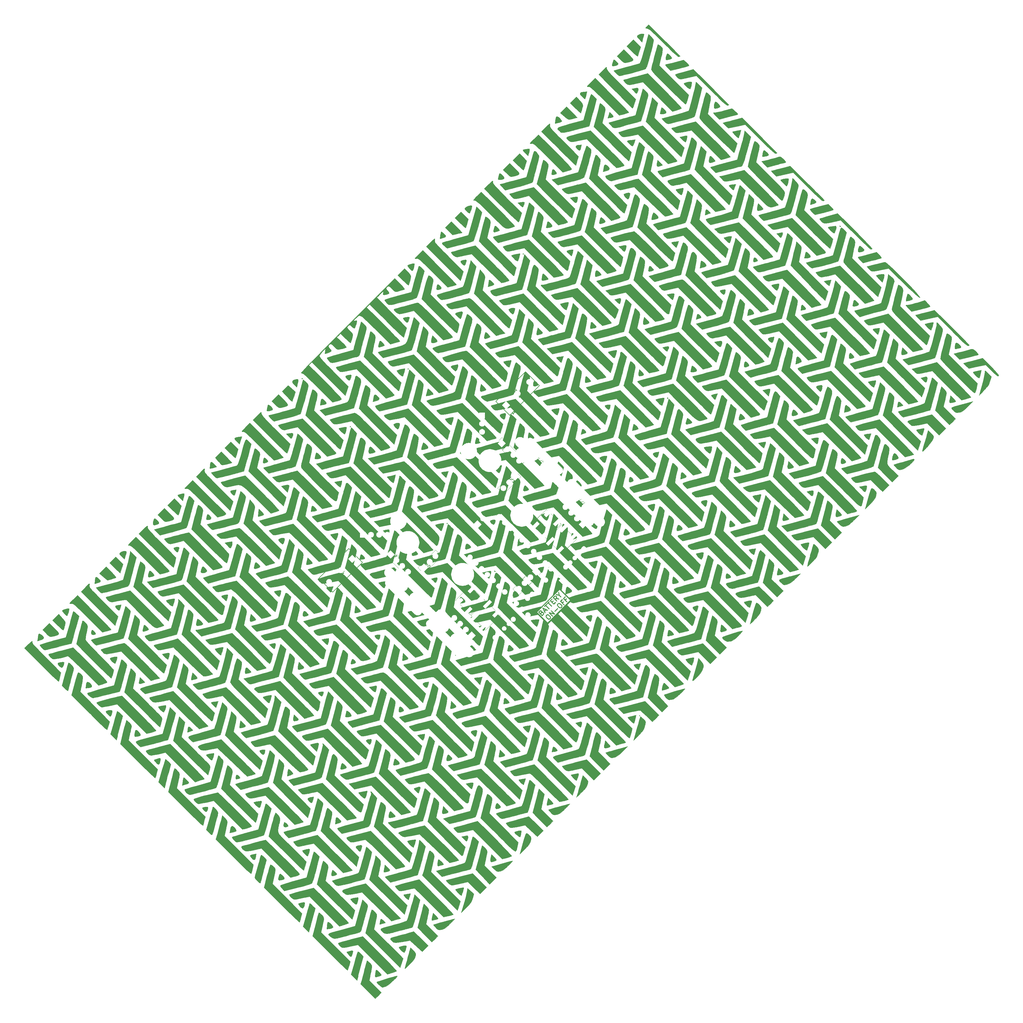
<source format=gbr>
G04 #@! TF.GenerationSoftware,KiCad,Pcbnew,9.0.2*
G04 #@! TF.CreationDate,2025-09-26T14:57:51-04:00*
G04 #@! TF.ProjectId,Trackball,54726163-6b62-4616-9c6c-2e6b69636164,rev?*
G04 #@! TF.SameCoordinates,Original*
G04 #@! TF.FileFunction,Legend,Top*
G04 #@! TF.FilePolarity,Positive*
%FSLAX46Y46*%
G04 Gerber Fmt 4.6, Leading zero omitted, Abs format (unit mm)*
G04 Created by KiCad (PCBNEW 9.0.2) date 2025-09-26 14:57:51*
%MOMM*%
%LPD*%
G01*
G04 APERTURE LIST*
G04 Aperture macros list*
%AMRotRect*
0 Rectangle, with rotation*
0 The origin of the aperture is its center*
0 $1 length*
0 $2 width*
0 $3 Rotation angle, in degrees counterclockwise*
0 Add horizontal line*
21,1,$1,$2,0,0,$3*%
G04 Aperture macros list end*
%ADD10C,0.120000*%
%ADD11C,0.150000*%
%ADD12C,0.100000*%
%ADD13C,0.010000*%
%ADD14C,0.152400*%
%ADD15RotRect,1.600000X1.600000X135.000000*%
%ADD16C,1.600000*%
G04 APERTURE END LIST*
D10*
X155959683Y-97539308D02*
X148535062Y-104963929D01*
X144822752Y-101251619D01*
X152247373Y-93826998D01*
X155959683Y-97539308D01*
G36*
X155959683Y-97539308D02*
G01*
X148535062Y-104963929D01*
X144822752Y-101251619D01*
X152247373Y-93826998D01*
X155959683Y-97539308D01*
G37*
D11*
X83035384Y-87642008D02*
X83742491Y-86934901D01*
X83742491Y-86934901D02*
X83473117Y-87675680D01*
X83473117Y-87675680D02*
X84213895Y-87406306D01*
X84213895Y-87406306D02*
X83506788Y-88113413D01*
X84483269Y-87675680D02*
X84247567Y-88854191D01*
X84954674Y-88147084D02*
X83776162Y-88382787D01*
X85291391Y-88955206D02*
X84819987Y-89426611D01*
X85392406Y-88517474D02*
X84718971Y-88854191D01*
X84718971Y-88854191D02*
X85156704Y-89291924D01*
X85837021Y-81845228D02*
X85668662Y-82013586D01*
X85567647Y-81777884D02*
X85668662Y-82013586D01*
X85668662Y-82013586D02*
X85904364Y-82114602D01*
X85432960Y-82047258D02*
X85668662Y-82013586D01*
X85668662Y-82013586D02*
X85634990Y-82249289D01*
X85837021Y-81845228D02*
X85668662Y-82013586D01*
X85567647Y-81777884D02*
X85668662Y-82013586D01*
X85668662Y-82013586D02*
X85904364Y-82114602D01*
X85432960Y-82047258D02*
X85668662Y-82013586D01*
X85668662Y-82013586D02*
X85634990Y-82249289D01*
X134148476Y-49813378D02*
X134653552Y-50318454D01*
X134653552Y-50318454D02*
X134720896Y-50453141D01*
X134720896Y-50453141D02*
X134720896Y-50587828D01*
X134720896Y-50587828D02*
X134653552Y-50722515D01*
X134653552Y-50722515D02*
X134586209Y-50789859D01*
X135562690Y-49813378D02*
X135158629Y-50217439D01*
X135360659Y-50015408D02*
X134653552Y-49308301D01*
X134653552Y-49308301D02*
X134687224Y-49476660D01*
X134687224Y-49476660D02*
X134687224Y-49611347D01*
X134687224Y-49611347D02*
X134653552Y-49712362D01*
X136236125Y-49139943D02*
X135832064Y-49544004D01*
X136034094Y-49341973D02*
X135326987Y-48634866D01*
X135326987Y-48634866D02*
X135360659Y-48803225D01*
X135360659Y-48803225D02*
X135360659Y-48937912D01*
X135360659Y-48937912D02*
X135326987Y-49038927D01*
X99759045Y-84556362D02*
X100264121Y-85061438D01*
X100264121Y-85061438D02*
X100331465Y-85196125D01*
X100331465Y-85196125D02*
X100331465Y-85330812D01*
X100331465Y-85330812D02*
X100264121Y-85465499D01*
X100264121Y-85465499D02*
X100196778Y-85532843D01*
X101173259Y-84556362D02*
X100769198Y-84960423D01*
X100971228Y-84758392D02*
X100264121Y-84051285D01*
X100264121Y-84051285D02*
X100297793Y-84219644D01*
X100297793Y-84219644D02*
X100297793Y-84354331D01*
X100297793Y-84354331D02*
X100264121Y-84455346D01*
X101307946Y-83478866D02*
X101779350Y-83950270D01*
X100870213Y-83377850D02*
X101206930Y-84051285D01*
X101206930Y-84051285D02*
X101644663Y-83613553D01*
X143840337Y-88538048D02*
X143335261Y-89043124D01*
X143335261Y-89043124D02*
X143200574Y-89110468D01*
X143200574Y-89110468D02*
X143065887Y-89110468D01*
X143065887Y-89110468D02*
X142931200Y-89043124D01*
X142931200Y-89043124D02*
X142863856Y-88975781D01*
X143840337Y-89952262D02*
X143436276Y-89548201D01*
X143638307Y-89750231D02*
X144345414Y-89043124D01*
X144345414Y-89043124D02*
X144177055Y-89076796D01*
X144177055Y-89076796D02*
X144042368Y-89076796D01*
X144042368Y-89076796D02*
X143941353Y-89043124D01*
X144783146Y-89480857D02*
X145254551Y-89952262D01*
X145254551Y-89952262D02*
X144244398Y-90356323D01*
D12*
X157889720Y-66245819D02*
X158596827Y-65538713D01*
X158260109Y-65875430D02*
X158664170Y-66279491D01*
X158293781Y-66649880D02*
X159000888Y-65942774D01*
X159236590Y-66313163D02*
X159303934Y-66313163D01*
X159303934Y-66313163D02*
X159404949Y-66346835D01*
X159404949Y-66346835D02*
X159573308Y-66515193D01*
X159573308Y-66515193D02*
X159606979Y-66616209D01*
X159606979Y-66616209D02*
X159606979Y-66683552D01*
X159606979Y-66683552D02*
X159573308Y-66784567D01*
X159573308Y-66784567D02*
X159505964Y-66851911D01*
X159505964Y-66851911D02*
X159371277Y-66919254D01*
X159371277Y-66919254D02*
X158563155Y-66919254D01*
X158563155Y-66919254D02*
X159000888Y-67356987D01*
X160078384Y-67491674D02*
X159606980Y-67963079D01*
X160179399Y-67053941D02*
X159505964Y-67390659D01*
X159505964Y-67390659D02*
X159943697Y-67828392D01*
D11*
X129395157Y-53586770D02*
X130102263Y-52879663D01*
X129765546Y-53216381D02*
X130169607Y-53620442D01*
X129799218Y-53990831D02*
X130506324Y-53283724D01*
X130506324Y-54697938D02*
X130102263Y-54293877D01*
X130304294Y-54495907D02*
X131011401Y-53788800D01*
X131011401Y-53788800D02*
X130843042Y-53822472D01*
X130843042Y-53822472D02*
X130708355Y-53822472D01*
X130708355Y-53822472D02*
X130607340Y-53788800D01*
X131449134Y-54226533D02*
X131886866Y-54664266D01*
X131886866Y-54664266D02*
X131381790Y-54697938D01*
X131381790Y-54697938D02*
X131482805Y-54798953D01*
X131482805Y-54798953D02*
X131516477Y-54899968D01*
X131516477Y-54899968D02*
X131516477Y-54967312D01*
X131516477Y-54967312D02*
X131482805Y-55068327D01*
X131482805Y-55068327D02*
X131314446Y-55236686D01*
X131314446Y-55236686D02*
X131213431Y-55270358D01*
X131213431Y-55270358D02*
X131146088Y-55270358D01*
X131146088Y-55270358D02*
X131045072Y-55236686D01*
X131045072Y-55236686D02*
X130843042Y-55034655D01*
X130843042Y-55034655D02*
X130809370Y-54933640D01*
X130809370Y-54933640D02*
X130809370Y-54866296D01*
X110783095Y-85532844D02*
X110278019Y-86037920D01*
X110278019Y-86037920D02*
X110143332Y-86105264D01*
X110143332Y-86105264D02*
X110008645Y-86105264D01*
X110008645Y-86105264D02*
X109873958Y-86037920D01*
X109873958Y-86037920D02*
X109806614Y-85970577D01*
X111018798Y-85903233D02*
X111086141Y-85903233D01*
X111086141Y-85903233D02*
X111187156Y-85936905D01*
X111187156Y-85936905D02*
X111355515Y-86105264D01*
X111355515Y-86105264D02*
X111389187Y-86206279D01*
X111389187Y-86206279D02*
X111389187Y-86273623D01*
X111389187Y-86273623D02*
X111355515Y-86374638D01*
X111355515Y-86374638D02*
X111288172Y-86441981D01*
X111288172Y-86441981D02*
X111153485Y-86509325D01*
X111153485Y-86509325D02*
X110345363Y-86509325D01*
X110345363Y-86509325D02*
X110783095Y-86947058D01*
X111927935Y-86677684D02*
X111995278Y-86745027D01*
X111995278Y-86745027D02*
X112028950Y-86846042D01*
X112028950Y-86846042D02*
X112028950Y-86913386D01*
X112028950Y-86913386D02*
X111995278Y-87014401D01*
X111995278Y-87014401D02*
X111894263Y-87182760D01*
X111894263Y-87182760D02*
X111725904Y-87351119D01*
X111725904Y-87351119D02*
X111557546Y-87452134D01*
X111557546Y-87452134D02*
X111456530Y-87485806D01*
X111456530Y-87485806D02*
X111389187Y-87485806D01*
X111389187Y-87485806D02*
X111288172Y-87452134D01*
X111288172Y-87452134D02*
X111220828Y-87384790D01*
X111220828Y-87384790D02*
X111187156Y-87283775D01*
X111187156Y-87283775D02*
X111187156Y-87216432D01*
X111187156Y-87216432D02*
X111220828Y-87115416D01*
X111220828Y-87115416D02*
X111321843Y-86947058D01*
X111321843Y-86947058D02*
X111490202Y-86778699D01*
X111490202Y-86778699D02*
X111658561Y-86677684D01*
X111658561Y-86677684D02*
X111759576Y-86644012D01*
X111759576Y-86644012D02*
X111826920Y-86644012D01*
X111826920Y-86644012D02*
X111927935Y-86677684D01*
X123155780Y-50967780D02*
X123862887Y-50260673D01*
X123526169Y-50597391D02*
X123930230Y-51001452D01*
X123559841Y-51371841D02*
X124266948Y-50664734D01*
X124671009Y-51540200D02*
X124199604Y-52011604D01*
X124772024Y-51102467D02*
X124098589Y-51439185D01*
X124098589Y-51439185D02*
X124536322Y-51876917D01*
X137299600Y-59016339D02*
X136794524Y-59521415D01*
X136794524Y-59521415D02*
X136659837Y-59588759D01*
X136659837Y-59588759D02*
X136525150Y-59588759D01*
X136525150Y-59588759D02*
X136390463Y-59521415D01*
X136390463Y-59521415D02*
X136323119Y-59454072D01*
X137535303Y-59386728D02*
X137602646Y-59386728D01*
X137602646Y-59386728D02*
X137703661Y-59420400D01*
X137703661Y-59420400D02*
X137872020Y-59588759D01*
X137872020Y-59588759D02*
X137905692Y-59689774D01*
X137905692Y-59689774D02*
X137905692Y-59757118D01*
X137905692Y-59757118D02*
X137872020Y-59858133D01*
X137872020Y-59858133D02*
X137804677Y-59925476D01*
X137804677Y-59925476D02*
X137669990Y-59992820D01*
X137669990Y-59992820D02*
X136861868Y-59992820D01*
X136861868Y-59992820D02*
X137299600Y-60430553D01*
X137973035Y-61103988D02*
X137568974Y-60699927D01*
X137771005Y-60901957D02*
X138478112Y-60194850D01*
X138478112Y-60194850D02*
X138309753Y-60228522D01*
X138309753Y-60228522D02*
X138175066Y-60228522D01*
X138175066Y-60228522D02*
X138074051Y-60194850D01*
X139294651Y-70557332D02*
X140001757Y-69850225D01*
X139665040Y-70186943D02*
X140069101Y-70591004D01*
X139698712Y-70961393D02*
X140405818Y-70254286D01*
X140405818Y-71668500D02*
X140001757Y-71264439D01*
X140203788Y-71466469D02*
X140910895Y-70759362D01*
X140910895Y-70759362D02*
X140742536Y-70793034D01*
X140742536Y-70793034D02*
X140607849Y-70793034D01*
X140607849Y-70793034D02*
X140506834Y-70759362D01*
X141314956Y-71298110D02*
X141382299Y-71298110D01*
X141382299Y-71298110D02*
X141483315Y-71331782D01*
X141483315Y-71331782D02*
X141651673Y-71500141D01*
X141651673Y-71500141D02*
X141685345Y-71601156D01*
X141685345Y-71601156D02*
X141685345Y-71668500D01*
X141685345Y-71668500D02*
X141651673Y-71769515D01*
X141651673Y-71769515D02*
X141584330Y-71836858D01*
X141584330Y-71836858D02*
X141449643Y-71904202D01*
X141449643Y-71904202D02*
X140641521Y-71904202D01*
X140641521Y-71904202D02*
X141079253Y-72341935D01*
D12*
X104839875Y-94371834D02*
X105546982Y-93664727D01*
X105210265Y-94001444D02*
X105614326Y-94405505D01*
X105243936Y-94775895D02*
X105951043Y-94068788D01*
X106085730Y-94809566D02*
X106052058Y-94708551D01*
X106052058Y-94708551D02*
X106052058Y-94641208D01*
X106052058Y-94641208D02*
X106085730Y-94540192D01*
X106085730Y-94540192D02*
X106119402Y-94506521D01*
X106119402Y-94506521D02*
X106220417Y-94472849D01*
X106220417Y-94472849D02*
X106287761Y-94472849D01*
X106287761Y-94472849D02*
X106388776Y-94506521D01*
X106388776Y-94506521D02*
X106523463Y-94641208D01*
X106523463Y-94641208D02*
X106557135Y-94742223D01*
X106557135Y-94742223D02*
X106557135Y-94809566D01*
X106557135Y-94809566D02*
X106523463Y-94910582D01*
X106523463Y-94910582D02*
X106489791Y-94944253D01*
X106489791Y-94944253D02*
X106388776Y-94977925D01*
X106388776Y-94977925D02*
X106321432Y-94977925D01*
X106321432Y-94977925D02*
X106220417Y-94944253D01*
X106220417Y-94944253D02*
X106085730Y-94809566D01*
X106085730Y-94809566D02*
X105984715Y-94775895D01*
X105984715Y-94775895D02*
X105917371Y-94775895D01*
X105917371Y-94775895D02*
X105816356Y-94809566D01*
X105816356Y-94809566D02*
X105681669Y-94944253D01*
X105681669Y-94944253D02*
X105647997Y-95045269D01*
X105647997Y-95045269D02*
X105647997Y-95112612D01*
X105647997Y-95112612D02*
X105681669Y-95213627D01*
X105681669Y-95213627D02*
X105816356Y-95348314D01*
X105816356Y-95348314D02*
X105917371Y-95381986D01*
X105917371Y-95381986D02*
X105984715Y-95381986D01*
X105984715Y-95381986D02*
X106085730Y-95348314D01*
X106085730Y-95348314D02*
X106220417Y-95213627D01*
X106220417Y-95213627D02*
X106254089Y-95112612D01*
X106254089Y-95112612D02*
X106254089Y-95045269D01*
X106254089Y-95045269D02*
X106220417Y-94944253D01*
D11*
X101320323Y-72774953D02*
X102027430Y-72067846D01*
X101690712Y-72404564D02*
X102094773Y-72808625D01*
X101724384Y-73179014D02*
X102431491Y-72471907D01*
X103104926Y-73145342D02*
X102768208Y-72808625D01*
X102768208Y-72808625D02*
X102397819Y-73111671D01*
X102397819Y-73111671D02*
X102465162Y-73111671D01*
X102465162Y-73111671D02*
X102566178Y-73145342D01*
X102566178Y-73145342D02*
X102734536Y-73313701D01*
X102734536Y-73313701D02*
X102768208Y-73414716D01*
X102768208Y-73414716D02*
X102768208Y-73482060D01*
X102768208Y-73482060D02*
X102734536Y-73583075D01*
X102734536Y-73583075D02*
X102566178Y-73751434D01*
X102566178Y-73751434D02*
X102465162Y-73785106D01*
X102465162Y-73785106D02*
X102397819Y-73785106D01*
X102397819Y-73785106D02*
X102296804Y-73751434D01*
X102296804Y-73751434D02*
X102128445Y-73583075D01*
X102128445Y-73583075D02*
X102094773Y-73482060D01*
X102094773Y-73482060D02*
X102094773Y-73414716D01*
X120909875Y-88942109D02*
X121616981Y-88235002D01*
X121280264Y-88571720D02*
X121684325Y-88975781D01*
X121313936Y-89346170D02*
X122021042Y-88639063D01*
X122021042Y-90053277D02*
X121616981Y-89649216D01*
X121819012Y-89851246D02*
X122526119Y-89144139D01*
X122526119Y-89144139D02*
X122357760Y-89177811D01*
X122357760Y-89177811D02*
X122223073Y-89177811D01*
X122223073Y-89177811D02*
X122122058Y-89144139D01*
X123098539Y-90187964D02*
X122627134Y-90659368D01*
X123199554Y-89750231D02*
X122526119Y-90086948D01*
X122526119Y-90086948D02*
X122963852Y-90524681D01*
D12*
X117567798Y-107099756D02*
X118274905Y-106392649D01*
X117938188Y-106729366D02*
X118342249Y-107133427D01*
X117971859Y-107503817D02*
X118678966Y-106796710D01*
X118342249Y-107874206D02*
X118476936Y-108008893D01*
X118476936Y-108008893D02*
X118577951Y-108042565D01*
X118577951Y-108042565D02*
X118645294Y-108042565D01*
X118645294Y-108042565D02*
X118813653Y-108008893D01*
X118813653Y-108008893D02*
X118982012Y-107907878D01*
X118982012Y-107907878D02*
X119251386Y-107638504D01*
X119251386Y-107638504D02*
X119285058Y-107537488D01*
X119285058Y-107537488D02*
X119285058Y-107470145D01*
X119285058Y-107470145D02*
X119251386Y-107369130D01*
X119251386Y-107369130D02*
X119116699Y-107234443D01*
X119116699Y-107234443D02*
X119015684Y-107200771D01*
X119015684Y-107200771D02*
X118948340Y-107200771D01*
X118948340Y-107200771D02*
X118847325Y-107234443D01*
X118847325Y-107234443D02*
X118678966Y-107402801D01*
X118678966Y-107402801D02*
X118645294Y-107503817D01*
X118645294Y-107503817D02*
X118645294Y-107571160D01*
X118645294Y-107571160D02*
X118678966Y-107672175D01*
X118678966Y-107672175D02*
X118813653Y-107806862D01*
X118813653Y-107806862D02*
X118914668Y-107840534D01*
X118914668Y-107840534D02*
X118982012Y-107840534D01*
X118982012Y-107840534D02*
X119083027Y-107806862D01*
X145091088Y-53447187D02*
X145798195Y-52740081D01*
X145461477Y-53076798D02*
X145865538Y-53480859D01*
X145495149Y-53851248D02*
X146202256Y-53144142D01*
X146437958Y-53514531D02*
X146505302Y-53514531D01*
X146505302Y-53514531D02*
X146606317Y-53548203D01*
X146606317Y-53548203D02*
X146774676Y-53716561D01*
X146774676Y-53716561D02*
X146808347Y-53817577D01*
X146808347Y-53817577D02*
X146808347Y-53884920D01*
X146808347Y-53884920D02*
X146774676Y-53985935D01*
X146774676Y-53985935D02*
X146707332Y-54053279D01*
X146707332Y-54053279D02*
X146572645Y-54120622D01*
X146572645Y-54120622D02*
X145764523Y-54120622D01*
X145764523Y-54120622D02*
X146202256Y-54558355D01*
X147549126Y-54491012D02*
X147212409Y-54154294D01*
X147212409Y-54154294D02*
X146842019Y-54457340D01*
X146842019Y-54457340D02*
X146909363Y-54457340D01*
X146909363Y-54457340D02*
X147010378Y-54491012D01*
X147010378Y-54491012D02*
X147178737Y-54659370D01*
X147178737Y-54659370D02*
X147212409Y-54760386D01*
X147212409Y-54760386D02*
X147212409Y-54827729D01*
X147212409Y-54827729D02*
X147178737Y-54928744D01*
X147178737Y-54928744D02*
X147010378Y-55097103D01*
X147010378Y-55097103D02*
X146909363Y-55130775D01*
X146909363Y-55130775D02*
X146842019Y-55130775D01*
X146842019Y-55130775D02*
X146741004Y-55097103D01*
X146741004Y-55097103D02*
X146572645Y-54928744D01*
X146572645Y-54928744D02*
X146538974Y-54827729D01*
X146538974Y-54827729D02*
X146538974Y-54760386D01*
D11*
X140433408Y-33880532D02*
X139726301Y-34587639D01*
X139726301Y-34587639D02*
X139995675Y-33846860D01*
X139995675Y-33846860D02*
X139254897Y-34116234D01*
X139254897Y-34116234D02*
X139962004Y-33409127D01*
X138985523Y-33846860D02*
X139221225Y-32668349D01*
X138514118Y-33375456D02*
X139692630Y-33139753D01*
X138581462Y-32028586D02*
X138985523Y-32432647D01*
X138783492Y-32230616D02*
X138076386Y-32937723D01*
X138076386Y-32937723D02*
X138244744Y-32904051D01*
X138244744Y-32904051D02*
X138379431Y-32904051D01*
X138379431Y-32904051D02*
X138480447Y-32937723D01*
X138402774Y-38906311D02*
X138234415Y-39074669D01*
X138133400Y-38838967D02*
X138234415Y-39074669D01*
X138234415Y-39074669D02*
X138470117Y-39175685D01*
X137998713Y-39108341D02*
X138234415Y-39074669D01*
X138234415Y-39074669D02*
X138200743Y-39310372D01*
X137631771Y-39677312D02*
X137800130Y-39508954D01*
X137901145Y-39744656D02*
X137800130Y-39508954D01*
X137800130Y-39508954D02*
X137564428Y-39407938D01*
X138035832Y-39475282D02*
X137800130Y-39508954D01*
X137800130Y-39508954D02*
X137833802Y-39273251D01*
X103939312Y-79042614D02*
X104646418Y-78335507D01*
X104309701Y-78672225D02*
X104713762Y-79076286D01*
X104343373Y-79446675D02*
X105050479Y-78739568D01*
X105050479Y-80153782D02*
X104646418Y-79749721D01*
X104848449Y-79951751D02*
X105555556Y-79244644D01*
X105555556Y-79244644D02*
X105387197Y-79278316D01*
X105387197Y-79278316D02*
X105252510Y-79278316D01*
X105252510Y-79278316D02*
X105151495Y-79244644D01*
X105723914Y-80827217D02*
X105319853Y-80423156D01*
X105521884Y-80625186D02*
X106228991Y-79918079D01*
X106228991Y-79918079D02*
X106060632Y-79951751D01*
X106060632Y-79951751D02*
X105925945Y-79951751D01*
X105925945Y-79951751D02*
X105824930Y-79918079D01*
D13*
X72368311Y-28741353D02*
X72179253Y-28741353D01*
X72179253Y-28552295D01*
X72368311Y-28552295D01*
X72368311Y-28741353D01*
G36*
X72368311Y-28741353D02*
G01*
X72179253Y-28741353D01*
X72179253Y-28552295D01*
X72368311Y-28552295D01*
X72368311Y-28741353D01*
G37*
X140996373Y10015541D02*
X140807316Y10015541D01*
X140807315Y10204599D01*
X140996374Y10204599D01*
X140996373Y10015541D01*
G36*
X140996373Y10015541D02*
G01*
X140807316Y10015541D01*
X140807315Y10204599D01*
X140996374Y10204599D01*
X140996373Y10015541D01*
G37*
X105264407Y-25527368D02*
X105264407Y-25716425D01*
X105075350Y-25716425D01*
X105075349Y-25527367D01*
X105264407Y-25527368D01*
G36*
X105264407Y-25527368D02*
G01*
X105264407Y-25716425D01*
X105075350Y-25716425D01*
X105075349Y-25527367D01*
X105264407Y-25527368D01*
G37*
X87303895Y-43487880D02*
X87303895Y-43676938D01*
X87114837Y-43676938D01*
X87114837Y-43487879D01*
X87303895Y-43487880D01*
G36*
X87303895Y-43487880D02*
G01*
X87303895Y-43676938D01*
X87114837Y-43676938D01*
X87114837Y-43487879D01*
X87303895Y-43487880D01*
G37*
X117364121Y-73737163D02*
X117175062Y-73737163D01*
X117175062Y-73548105D01*
X117364120Y-73548105D01*
X117364121Y-73737163D01*
G36*
X117364121Y-73737163D02*
G01*
X117175062Y-73737163D01*
X117175062Y-73548105D01*
X117364120Y-73548105D01*
X117364121Y-73737163D01*
G37*
X185803125Y-34791211D02*
X185614067Y-34791210D01*
X185614067Y-34602153D01*
X185803125Y-34602152D01*
X185803125Y-34791211D01*
G36*
X185803125Y-34791211D02*
G01*
X185614067Y-34791210D01*
X185614067Y-34602153D01*
X185803125Y-34602152D01*
X185803125Y-34791211D01*
G37*
X147046230Y-103419273D02*
X146857173Y-103419273D01*
X146857172Y-103230215D01*
X147046230Y-103230215D01*
X147046230Y-103419273D01*
G36*
X147046230Y-103419273D02*
G01*
X146857173Y-103419273D01*
X146857172Y-103230215D01*
X147046230Y-103230215D01*
X147046230Y-103419273D01*
G37*
X177106456Y-133290441D02*
X177106456Y-133479499D01*
X176917399Y-133479499D01*
X176917398Y-133290440D01*
X177106456Y-133290441D01*
G36*
X177106456Y-133290441D02*
G01*
X177106456Y-133479499D01*
X176917399Y-133479499D01*
X176917398Y-133290440D01*
X177106456Y-133290441D01*
G37*
X239459011Y18668018D02*
X239464094Y18617681D01*
X239325748Y18531238D01*
X239212017Y18617681D01*
X239125574Y18842471D01*
X239212017Y18869759D01*
X239459011Y18668018D01*
G36*
X239459011Y18668018D02*
G01*
X239464094Y18617681D01*
X239325748Y18531238D01*
X239212017Y18617681D01*
X239125574Y18842471D01*
X239212017Y18869759D01*
X239459011Y18668018D01*
G37*
X132263112Y-88527882D02*
X132268194Y-88578218D01*
X132129848Y-88664661D01*
X132016118Y-88578218D01*
X131929674Y-88353429D01*
X132016117Y-88326141D01*
X132263112Y-88527882D01*
G36*
X132263112Y-88527882D02*
G01*
X132268194Y-88578218D01*
X132129848Y-88664661D01*
X132016118Y-88578218D01*
X131929674Y-88353429D01*
X132016117Y-88326141D01*
X132263112Y-88527882D01*
G37*
X53198315Y-47870955D02*
X52808490Y-49072776D01*
X51953886Y-48218172D01*
X51419656Y-47590453D01*
X51344079Y-47178798D01*
X51752498Y-46925127D01*
X52580972Y-46780968D01*
X53588139Y-46669133D01*
X53198315Y-47870955D01*
G36*
X53198315Y-47870955D02*
G01*
X52808490Y-49072776D01*
X51953886Y-48218172D01*
X51419656Y-47590453D01*
X51344079Y-47178798D01*
X51752498Y-46925127D01*
X52580972Y-46780968D01*
X53588139Y-46669133D01*
X53198315Y-47870955D01*
G37*
X168404932Y53503741D02*
X168846736Y52968698D01*
X168825608Y52645582D01*
X168312738Y52466422D01*
X167944701Y52417849D01*
X167154139Y52334742D01*
X167446256Y53252520D01*
X167738373Y54170300D01*
X168404932Y53503741D01*
G36*
X168404932Y53503741D02*
G01*
X168846736Y52968698D01*
X168825608Y52645582D01*
X168312738Y52466422D01*
X167944701Y52417849D01*
X167154139Y52334742D01*
X167446256Y53252520D01*
X167738373Y54170300D01*
X168404932Y53503741D01*
G37*
X68121016Y-61714354D02*
X68248569Y-62074916D01*
X68104926Y-62796320D01*
X68090073Y-62849728D01*
X67760583Y-64024869D01*
X65824431Y-62088718D01*
X66747681Y-61848548D01*
X67646107Y-61657831D01*
X68121016Y-61714354D01*
G36*
X68121016Y-61714354D02*
G01*
X68248569Y-62074916D01*
X68104926Y-62796320D01*
X68090073Y-62849728D01*
X67760583Y-64024869D01*
X65824431Y-62088718D01*
X66747681Y-61848548D01*
X67646107Y-61657831D01*
X68121016Y-61714354D01*
G37*
X217496594Y-31891742D02*
X217514918Y-32201442D01*
X217407912Y-32827790D01*
X217350764Y-33064638D01*
X217079476Y-34116755D01*
X215198171Y-32235451D01*
X216284653Y-32003206D01*
X216987548Y-31885165D01*
X217436378Y-31869840D01*
X217496594Y-31891742D01*
G36*
X217496594Y-31891742D02*
G01*
X217514918Y-32201442D01*
X217407912Y-32827790D01*
X217350764Y-33064638D01*
X217079476Y-34116755D01*
X215198171Y-32235451D01*
X216284653Y-32003206D01*
X216987548Y-31885165D01*
X217436378Y-31869840D01*
X217496594Y-31891742D01*
G37*
X71023100Y-28935814D02*
X71050648Y-29483269D01*
X70907173Y-30119253D01*
X70583550Y-31304927D01*
X69832830Y-30554207D01*
X69289728Y-29895426D01*
X69219698Y-29426373D01*
X69629222Y-29075556D01*
X69979674Y-28934456D01*
X70680609Y-28771398D01*
X71023100Y-28935814D01*
G36*
X71023100Y-28935814D02*
G01*
X71050648Y-29483269D01*
X70907173Y-30119253D01*
X70583550Y-31304927D01*
X69832830Y-30554207D01*
X69289728Y-29895426D01*
X69219698Y-29426373D01*
X69629222Y-29075556D01*
X69979674Y-28934456D01*
X70680609Y-28771398D01*
X71023100Y-28935814D01*
G37*
X-8936296Y-108013412D02*
X-8453994Y-108429310D01*
X-7992329Y-108972116D01*
X-7951932Y-109344073D01*
X-8370856Y-109639336D01*
X-9038858Y-109876313D01*
X-9867200Y-110134547D01*
X-9768237Y-109146934D01*
X-9616086Y-108273019D01*
X-9354892Y-107903979D01*
X-8936296Y-108013412D01*
G36*
X-8936296Y-108013412D02*
G01*
X-8453994Y-108429310D01*
X-7992329Y-108972116D01*
X-7951932Y-109344073D01*
X-8370856Y-109639336D01*
X-9038858Y-109876313D01*
X-9867200Y-110134547D01*
X-9768237Y-109146934D01*
X-9616086Y-108273019D01*
X-9354892Y-107903979D01*
X-8936296Y-108013412D01*
G37*
X8685420Y-90446565D02*
X9128402Y-90846914D01*
X9614154Y-91380810D01*
X9685203Y-91704460D01*
X9302877Y-91941437D01*
X8727805Y-92126985D01*
X7869703Y-92382375D01*
X7942421Y-91415044D01*
X8057795Y-90600085D01*
X8284347Y-90287373D01*
X8685420Y-90446565D01*
G36*
X8685420Y-90446565D02*
G01*
X9128402Y-90846914D01*
X9614154Y-91380810D01*
X9685203Y-91704460D01*
X9302877Y-91941437D01*
X8727805Y-92126985D01*
X7869703Y-92382375D01*
X7942421Y-91415044D01*
X8057795Y-90600085D01*
X8284347Y-90287373D01*
X8685420Y-90446565D01*
G37*
X176600616Y61481808D02*
X176574911Y60928508D01*
X176500039Y60704543D01*
X176264180Y60128053D01*
X176046961Y59967623D01*
X175697802Y60207341D01*
X175319198Y60579769D01*
X174571759Y61327208D01*
X175459796Y61571129D01*
X176237516Y61688845D01*
X176600616Y61481808D01*
G36*
X176600616Y61481808D02*
G01*
X176574911Y60928508D01*
X176500039Y60704543D01*
X176264180Y60128053D01*
X176046961Y59967623D01*
X175697802Y60207341D01*
X175319198Y60579769D01*
X174571759Y61327208D01*
X175459796Y61571129D01*
X176237516Y61688845D01*
X176600616Y61481808D01*
G37*
X158853309Y43252634D02*
X158631544Y42501344D01*
X158338953Y42252567D01*
X157901394Y42474085D01*
X157633479Y42722579D01*
X157213833Y43275751D01*
X157276987Y43650597D01*
X157841425Y43884765D01*
X158236422Y43950746D01*
X159020015Y44052973D01*
X158853309Y43252634D01*
G36*
X158853309Y43252634D02*
G01*
X158631544Y42501344D01*
X158338953Y42252567D01*
X157901394Y42474085D01*
X157633479Y42722579D01*
X157213833Y43275751D01*
X157276987Y43650597D01*
X157841425Y43884765D01*
X158236422Y43950746D01*
X159020015Y44052973D01*
X158853309Y43252634D01*
G37*
X51657409Y-63943266D02*
X51435645Y-64694555D01*
X51143053Y-64943333D01*
X50705494Y-64721815D01*
X50437580Y-64473320D01*
X50017934Y-63920149D01*
X50081088Y-63545302D01*
X50645525Y-63311135D01*
X51040522Y-63245153D01*
X51824115Y-63142927D01*
X51657409Y-63943266D01*
G36*
X51657409Y-63943266D02*
G01*
X51435645Y-64694555D01*
X51143053Y-64943333D01*
X50705494Y-64721815D01*
X50437580Y-64473320D01*
X50017934Y-63920149D01*
X50081088Y-63545302D01*
X50645525Y-63311135D01*
X51040522Y-63245153D01*
X51824115Y-63142927D01*
X51657409Y-63943266D01*
G37*
X15925443Y-99675232D02*
X15703679Y-100426521D01*
X15411086Y-100675300D01*
X14973527Y-100453782D01*
X14705614Y-100205287D01*
X14285968Y-99652115D01*
X14349121Y-99277269D01*
X14913559Y-99043101D01*
X15308556Y-98977119D01*
X16092149Y-98874893D01*
X15925443Y-99675232D01*
G36*
X15925443Y-99675232D02*
G01*
X15703679Y-100426521D01*
X15411086Y-100675300D01*
X14973527Y-100453782D01*
X14705614Y-100205287D01*
X14285968Y-99652115D01*
X14349121Y-99277269D01*
X14913559Y-99043101D01*
X15308556Y-98977119D01*
X16092149Y-98874893D01*
X15925443Y-99675232D01*
G37*
X78868445Y-35096488D02*
X79268929Y-35452914D01*
X79748610Y-36046194D01*
X79752828Y-36439611D01*
X79260357Y-36684538D01*
X78720142Y-36781263D01*
X77896176Y-36889145D01*
X77974404Y-36035525D01*
X78124861Y-35221456D01*
X78408354Y-34914979D01*
X78868445Y-35096488D01*
G36*
X78868445Y-35096488D02*
G01*
X79268929Y-35452914D01*
X79748610Y-36046194D01*
X79752828Y-36439611D01*
X79260357Y-36684538D01*
X78720142Y-36781263D01*
X77896176Y-36889145D01*
X77974404Y-36035525D01*
X78124861Y-35221456D01*
X78408354Y-34914979D01*
X78868445Y-35096488D01*
G37*
X141268350Y26115820D02*
X141256877Y25682812D01*
X141146189Y25350692D01*
X140912779Y24778969D01*
X140697430Y24614986D01*
X140352577Y24846090D01*
X139943680Y25247586D01*
X139174574Y26016692D01*
X140145612Y26180002D01*
X140923521Y26260338D01*
X141268350Y26115820D01*
G36*
X141268350Y26115820D02*
G01*
X141256877Y25682812D01*
X141146189Y25350692D01*
X140912779Y24778969D01*
X140697430Y24614986D01*
X140352577Y24846090D01*
X139943680Y25247586D01*
X139174574Y26016692D01*
X140145612Y26180002D01*
X140923521Y26260338D01*
X141268350Y26115820D01*
G37*
X69426301Y-45726229D02*
X69414828Y-46159237D01*
X69304140Y-46491357D01*
X69070730Y-47063080D01*
X68855382Y-47227063D01*
X68510528Y-46995959D01*
X68101631Y-46594463D01*
X67332525Y-45825357D01*
X68303563Y-45662047D01*
X69081472Y-45581711D01*
X69426301Y-45726229D01*
G36*
X69426301Y-45726229D02*
G01*
X69414828Y-46159237D01*
X69304140Y-46491357D01*
X69070730Y-47063080D01*
X68855382Y-47227063D01*
X68510528Y-46995959D01*
X68101631Y-46594463D01*
X67332525Y-45825357D01*
X68303563Y-45662047D01*
X69081472Y-45581711D01*
X69426301Y-45726229D01*
G37*
X7257237Y-106788735D02*
X7703815Y-107193782D01*
X8153602Y-107720156D01*
X8150457Y-108020859D01*
X7673150Y-108185786D01*
X7461779Y-108218487D01*
X6921069Y-108141647D01*
X6750264Y-107696794D01*
X6864600Y-107089740D01*
X7017947Y-106755039D01*
X7257237Y-106788735D01*
G36*
X7257237Y-106788735D02*
G01*
X7703815Y-107193782D01*
X8153602Y-107720156D01*
X8150457Y-108020859D01*
X7673150Y-108185786D01*
X7461779Y-108218487D01*
X6921069Y-108141647D01*
X6750264Y-107696794D01*
X6864600Y-107089740D01*
X7017947Y-106755039D01*
X7257237Y-106788735D01*
G37*
X157736613Y27797786D02*
X157827995Y27442259D01*
X157769751Y26999417D01*
X157560525Y26261227D01*
X157239880Y26019008D01*
X156744506Y26257814D01*
X156308335Y26654386D01*
X155455836Y27506885D01*
X156542317Y27739129D01*
X157343240Y27875537D01*
X157736613Y27797786D01*
G36*
X157736613Y27797786D02*
G01*
X157827995Y27442259D01*
X157769751Y26999417D01*
X157560525Y26261227D01*
X157239880Y26019008D01*
X156744506Y26257814D01*
X156308335Y26654386D01*
X155455836Y27506885D01*
X156542317Y27739129D01*
X157343240Y27875537D01*
X157736613Y27797786D01*
G37*
X166691969Y37754942D02*
X167180909Y37334426D01*
X167648321Y36778166D01*
X167683833Y36393558D01*
X167251940Y36092278D01*
X166590221Y35864975D01*
X165731083Y35609261D01*
X165842497Y36612698D01*
X166004694Y37489811D01*
X166271381Y37861677D01*
X166691969Y37754942D01*
G36*
X166691969Y37754942D02*
G01*
X167180909Y37334426D01*
X167648321Y36778166D01*
X167683833Y36393558D01*
X167251940Y36092278D01*
X166590221Y35864975D01*
X165731083Y35609261D01*
X165842497Y36612698D01*
X166004694Y37489811D01*
X166271381Y37861677D01*
X166691969Y37754942D01*
G37*
X95228036Y-33708990D02*
X95716977Y-34129507D01*
X96184388Y-34685767D01*
X96219901Y-35070375D01*
X95788008Y-35371655D01*
X95126287Y-35598959D01*
X94267150Y-35854672D01*
X94378563Y-34851235D01*
X94540761Y-33974122D01*
X94807448Y-33602255D01*
X95228036Y-33708990D01*
G36*
X95228036Y-33708990D02*
G01*
X95716977Y-34129507D01*
X96184388Y-34685767D01*
X96219901Y-35070375D01*
X95788008Y-35371655D01*
X95126287Y-35598959D01*
X94267150Y-35854672D01*
X94378563Y-34851235D01*
X94540761Y-33974122D01*
X94807448Y-33602255D01*
X95228036Y-33708990D01*
G37*
X6084545Y-123010647D02*
X6481589Y-123364894D01*
X6961749Y-123976708D01*
X6954019Y-124391448D01*
X6445855Y-124637826D01*
X5890678Y-124717203D01*
X5068819Y-124787994D01*
X5164970Y-123938855D01*
X5332126Y-123127901D01*
X5622696Y-122825453D01*
X6084545Y-123010647D01*
G36*
X6084545Y-123010647D02*
G01*
X6481589Y-123364894D01*
X6961749Y-123976708D01*
X6954019Y-124391448D01*
X6445855Y-124637826D01*
X5890678Y-124717203D01*
X5068819Y-124787994D01*
X5164970Y-123938855D01*
X5332126Y-123127901D01*
X5622696Y-122825453D01*
X6084545Y-123010647D01*
G37*
X113589336Y-16080842D02*
X114122738Y-16717806D01*
X114183216Y-17141005D01*
X113755510Y-17413234D01*
X113236191Y-17534143D01*
X112614557Y-17578210D01*
X112340298Y-17362524D01*
X112357336Y-16795481D01*
X112473662Y-16288575D01*
X112744951Y-15236457D01*
X113589336Y-16080842D01*
G36*
X113589336Y-16080842D02*
G01*
X114122738Y-16717806D01*
X114183216Y-17141005D01*
X113755510Y-17413234D01*
X113236191Y-17534143D01*
X112614557Y-17578210D01*
X112340298Y-17362524D01*
X112357336Y-16795481D01*
X112473662Y-16288575D01*
X112744951Y-15236457D01*
X113589336Y-16080842D01*
G37*
X75873196Y-68375819D02*
X76244000Y-68727125D01*
X76743396Y-69289210D01*
X76793562Y-69610677D01*
X76362939Y-69784815D01*
X75861680Y-69857270D01*
X75015123Y-69956002D01*
X75113856Y-69109446D01*
X75244422Y-68375730D01*
X75466440Y-68141708D01*
X75873196Y-68375819D01*
G36*
X75873196Y-68375819D02*
G01*
X76244000Y-68727125D01*
X76743396Y-69289210D01*
X76793562Y-69610677D01*
X76362939Y-69784815D01*
X75861680Y-69857270D01*
X75015123Y-69956002D01*
X75113856Y-69109446D01*
X75244422Y-68375730D01*
X75466440Y-68141708D01*
X75873196Y-68375819D01*
G37*
X128689036Y-31180542D02*
X129235314Y-31768370D01*
X129364339Y-32119641D01*
X129053736Y-32358374D01*
X128439843Y-32561741D01*
X127807066Y-32672762D01*
X127504412Y-32475550D01*
X127484297Y-31899529D01*
X127595491Y-31309413D01*
X127819709Y-30311215D01*
X128689036Y-31180542D01*
G36*
X128689036Y-31180542D02*
G01*
X129235314Y-31768370D01*
X129364339Y-32119641D01*
X129053736Y-32358374D01*
X128439843Y-32561741D01*
X127807066Y-32672762D01*
X127504412Y-32475550D01*
X127484297Y-31899529D01*
X127595491Y-31309413D01*
X127819709Y-30311215D01*
X128689036Y-31180542D01*
G37*
X57225103Y-102644475D02*
X57771381Y-103232303D01*
X57900407Y-103583574D01*
X57589804Y-103822307D01*
X56975911Y-104025674D01*
X56343133Y-104136695D01*
X56040479Y-103939483D01*
X56020363Y-103363462D01*
X56131558Y-102773346D01*
X56355776Y-101775148D01*
X57225103Y-102644475D01*
G36*
X57225103Y-102644475D02*
G01*
X57771381Y-103232303D01*
X57900407Y-103583574D01*
X57589804Y-103822307D01*
X56975911Y-104025674D01*
X56343133Y-104136695D01*
X56040479Y-103939483D01*
X56020363Y-103363462D01*
X56131558Y-102773346D01*
X56355776Y-101775148D01*
X57225103Y-102644475D01*
G37*
X206617011Y30866918D02*
X206369167Y30157613D01*
X206142045Y29920233D01*
X205795545Y30116720D01*
X205370631Y30528337D01*
X204881855Y31073143D01*
X204815659Y31389833D01*
X205211852Y31562209D01*
X205905455Y31654227D01*
X206899325Y31753895D01*
X206617011Y30866918D01*
G36*
X206617011Y30866918D02*
G01*
X206369167Y30157613D01*
X206142045Y29920233D01*
X205795545Y30116720D01*
X205370631Y30528337D01*
X204881855Y31073143D01*
X204815659Y31389833D01*
X205211852Y31562209D01*
X205905455Y31654227D01*
X206899325Y31753895D01*
X206617011Y30866918D01*
G37*
X81649658Y-94100436D02*
X81401814Y-94809740D01*
X81174691Y-95047120D01*
X80828191Y-94850634D01*
X80403277Y-94439017D01*
X79914501Y-93894211D01*
X79848306Y-93577520D01*
X80244498Y-93405145D01*
X80938100Y-93313127D01*
X81931972Y-93213458D01*
X81649658Y-94100436D01*
G36*
X81649658Y-94100436D02*
G01*
X81401814Y-94809740D01*
X81174691Y-95047120D01*
X80828191Y-94850634D01*
X80403277Y-94439017D01*
X79914501Y-93894211D01*
X79848306Y-93577520D01*
X80244498Y-93405145D01*
X80938100Y-93313127D01*
X81931972Y-93213458D01*
X81649658Y-94100436D01*
G37*
X90995261Y-83485241D02*
X91274114Y-83757238D01*
X91718196Y-84273875D01*
X91714592Y-84571762D01*
X91227481Y-84740830D01*
X90860228Y-84796347D01*
X90076636Y-84898574D01*
X90243342Y-84098236D01*
X90414358Y-83422207D01*
X90622943Y-83231788D01*
X90995261Y-83485241D01*
G36*
X90995261Y-83485241D02*
G01*
X91274114Y-83757238D01*
X91718196Y-84273875D01*
X91714592Y-84571762D01*
X91227481Y-84740830D01*
X90860228Y-84796347D01*
X90076636Y-84898574D01*
X90243342Y-84098236D01*
X90414358Y-83422207D01*
X90622943Y-83231788D01*
X90995261Y-83485241D01*
G37*
X171181087Y-3802393D02*
X171198112Y-4273236D01*
X171136037Y-4608060D01*
X170974571Y-5246994D01*
X170771632Y-5437507D01*
X170405391Y-5201889D01*
X170006092Y-4814825D01*
X169239171Y-4047904D01*
X170141382Y-3815768D01*
X170862067Y-3676367D01*
X171181087Y-3802393D01*
G36*
X171181087Y-3802393D02*
G01*
X171198112Y-4273236D01*
X171136037Y-4608060D01*
X170974571Y-5246994D01*
X170771632Y-5437507D01*
X170405391Y-5201889D01*
X170006092Y-4814825D01*
X169239171Y-4047904D01*
X170141382Y-3815768D01*
X170862067Y-3676367D01*
X171181087Y-3802393D01*
G37*
X99339038Y-75644442D02*
X99356063Y-76115285D01*
X99293988Y-76450109D01*
X99132522Y-77089043D01*
X98929583Y-77279556D01*
X98563342Y-77043938D01*
X98164043Y-76656874D01*
X97397122Y-75889953D01*
X98299333Y-75657817D01*
X99020018Y-75518415D01*
X99339038Y-75644442D01*
G36*
X99339038Y-75644442D02*
G01*
X99356063Y-76115285D01*
X99293988Y-76450109D01*
X99132522Y-77089043D01*
X98929583Y-77279556D01*
X98563342Y-77043938D01*
X98164043Y-76656874D01*
X97397122Y-75889953D01*
X98299333Y-75657817D01*
X99020018Y-75518415D01*
X99339038Y-75644442D01*
G37*
X63985188Y-110998292D02*
X64002212Y-111469136D01*
X63940137Y-111803960D01*
X63778672Y-112442894D01*
X63575733Y-112633406D01*
X63209492Y-112397789D01*
X62810192Y-112010725D01*
X62043271Y-111243804D01*
X62945483Y-111011667D01*
X63666167Y-110872266D01*
X63985188Y-110998292D01*
G36*
X63985188Y-110998292D02*
G01*
X64002212Y-111469136D01*
X63940137Y-111803960D01*
X63778672Y-112442894D01*
X63575733Y-112633406D01*
X63209492Y-112397789D01*
X62810192Y-112010725D01*
X62043271Y-111243804D01*
X62945483Y-111011667D01*
X63666167Y-110872266D01*
X63985188Y-110998292D01*
G37*
X214710437Y24969691D02*
X215260052Y24375046D01*
X215387189Y24022497D01*
X215069273Y23799143D01*
X214442312Y23628896D01*
X213808280Y23536366D01*
X213514109Y23705976D01*
X213498131Y24228266D01*
X213616892Y24840821D01*
X213841110Y25839018D01*
X214710437Y24969691D01*
G36*
X214710437Y24969691D02*
G01*
X215260052Y24375046D01*
X215387189Y24022497D01*
X215069273Y23799143D01*
X214442312Y23628896D01*
X213808280Y23536366D01*
X213514109Y23705976D01*
X213498131Y24228266D01*
X213616892Y24840821D01*
X213841110Y25839018D01*
X214710437Y24969691D01*
G37*
X179356586Y-10384160D02*
X179902865Y-10971988D01*
X180031889Y-11323259D01*
X179721286Y-11561992D01*
X179107394Y-11765358D01*
X178474617Y-11876379D01*
X178171962Y-11679167D01*
X178151847Y-11103147D01*
X178263041Y-10513030D01*
X178487259Y-9514833D01*
X179356586Y-10384160D01*
G36*
X179356586Y-10384160D02*
G01*
X179902865Y-10971988D01*
X180031889Y-11323259D01*
X179721286Y-11561992D01*
X179107394Y-11765358D01*
X178474617Y-11876379D01*
X178171962Y-11679167D01*
X178151847Y-11103147D01*
X178263041Y-10513030D01*
X178487259Y-9514833D01*
X179356586Y-10384160D01*
G37*
X107514537Y-82226209D02*
X108064152Y-82820854D01*
X108191290Y-83173401D01*
X107873373Y-83396757D01*
X107246413Y-83567004D01*
X106612380Y-83659534D01*
X106318209Y-83489924D01*
X106302231Y-82967633D01*
X106420992Y-82355079D01*
X106645210Y-81356882D01*
X107514537Y-82226209D01*
G36*
X107514537Y-82226209D02*
G01*
X108064152Y-82820854D01*
X108191290Y-83173401D01*
X107873373Y-83396757D01*
X107246413Y-83567004D01*
X106612380Y-83659534D01*
X106318209Y-83489924D01*
X106302231Y-82967633D01*
X106420992Y-82355079D01*
X106645210Y-81356882D01*
X107514537Y-82226209D01*
G37*
X72160687Y-117580059D02*
X72706965Y-118167888D01*
X72835990Y-118519158D01*
X72525387Y-118757891D01*
X71911494Y-118961257D01*
X71278717Y-119072279D01*
X70976063Y-118875067D01*
X70955948Y-118299047D01*
X71067142Y-117708929D01*
X71291360Y-116710732D01*
X72160687Y-117580059D01*
G36*
X72160687Y-117580059D02*
G01*
X72706965Y-118167888D01*
X72835990Y-118519158D01*
X72525387Y-118757891D01*
X71911494Y-118961257D01*
X71278717Y-119072279D01*
X70976063Y-118875067D01*
X70955948Y-118299047D01*
X71067142Y-117708929D01*
X71291360Y-116710732D01*
X72160687Y-117580059D01*
G37*
X231090682Y27090917D02*
X231366109Y26841705D01*
X231793610Y26360938D01*
X231825531Y26061762D01*
X231414856Y25830006D01*
X230878939Y25658649D01*
X230028793Y25405745D01*
X230134480Y26214050D01*
X230319716Y27008341D01*
X230625457Y27294009D01*
X231090682Y27090917D01*
G36*
X231090682Y27090917D02*
G01*
X231366109Y26841705D01*
X231793610Y26360938D01*
X231825531Y26061762D01*
X231414856Y25830006D01*
X230878939Y25658649D01*
X230028793Y25405745D01*
X230134480Y26214050D01*
X230319716Y27008341D01*
X230625457Y27294009D01*
X231090682Y27090917D01*
G37*
X123894783Y-80104982D02*
X124170210Y-80354194D01*
X124597711Y-80834962D01*
X124629632Y-81134137D01*
X124218957Y-81365894D01*
X123683040Y-81537250D01*
X122832893Y-81790155D01*
X122938581Y-80981849D01*
X123123816Y-80187559D01*
X123429558Y-79901891D01*
X123894783Y-80104982D01*
G36*
X123894783Y-80104982D02*
G01*
X124170210Y-80354194D01*
X124597711Y-80834962D01*
X124629632Y-81134137D01*
X124218957Y-81365894D01*
X123683040Y-81537250D01*
X122832893Y-81790155D01*
X122938581Y-80981849D01*
X123123816Y-80187559D01*
X123429558Y-79901891D01*
X123894783Y-80104982D01*
G37*
X195557185Y-8820275D02*
X195728671Y-8984790D01*
X196106501Y-9434458D01*
X196066300Y-9716532D01*
X195561257Y-9944342D01*
X195300064Y-10022504D01*
X194601269Y-10222854D01*
X194734391Y-9467227D01*
X194909532Y-8772315D01*
X195155319Y-8570482D01*
X195557185Y-8820275D01*
G36*
X195557185Y-8820275D02*
G01*
X195728671Y-8984790D01*
X196106501Y-9434458D01*
X196066300Y-9716532D01*
X195561257Y-9944342D01*
X195300064Y-10022504D01*
X194601269Y-10222854D01*
X194734391Y-9467227D01*
X194909532Y-8772315D01*
X195155319Y-8570482D01*
X195557185Y-8820275D01*
G37*
X159825218Y-44552242D02*
X159996705Y-44716756D01*
X160374534Y-45166425D01*
X160334333Y-45448499D01*
X159829291Y-45676308D01*
X159568098Y-45754470D01*
X158869303Y-45954820D01*
X159002425Y-45199193D01*
X159177565Y-44504281D01*
X159423352Y-44302448D01*
X159825218Y-44552242D01*
G36*
X159825218Y-44552242D02*
G01*
X159996705Y-44716756D01*
X160374534Y-45166425D01*
X160334333Y-45448499D01*
X159829291Y-45676308D01*
X159568098Y-45754470D01*
X158869303Y-45954820D01*
X159002425Y-45199193D01*
X159177565Y-44504281D01*
X159423352Y-44302448D01*
X159825218Y-44552242D01*
G37*
X221453280Y16632669D02*
X221412818Y16204546D01*
X221306791Y15897791D01*
X221061811Y15303789D01*
X220837693Y15157509D01*
X220472117Y15429621D01*
X220200997Y15697970D01*
X219528605Y16370362D01*
X220430817Y16602499D01*
X221152438Y16744007D01*
X221453280Y16632669D01*
G36*
X221453280Y16632669D02*
G01*
X221412818Y16204546D01*
X221306791Y15897791D01*
X221061811Y15303789D01*
X220837693Y15157509D01*
X220472117Y15429621D01*
X220200997Y15697970D01*
X219528605Y16370362D01*
X220430817Y16602499D01*
X221152438Y16744007D01*
X221453280Y16632669D01*
G37*
X186099430Y-18721181D02*
X186058968Y-19149304D01*
X185952940Y-19456060D01*
X185707961Y-20050062D01*
X185483842Y-20196342D01*
X185118267Y-19924230D01*
X184847146Y-19655880D01*
X184174754Y-18983488D01*
X185076966Y-18751352D01*
X185798588Y-18609844D01*
X186099430Y-18721181D01*
G36*
X186099430Y-18721181D02*
G01*
X186058968Y-19149304D01*
X185952940Y-19456060D01*
X185707961Y-20050062D01*
X185483842Y-20196342D01*
X185118267Y-19924230D01*
X184847146Y-19655880D01*
X184174754Y-18983488D01*
X185076966Y-18751352D01*
X185798588Y-18609844D01*
X186099430Y-18721181D01*
G37*
X114257381Y-90563230D02*
X114216919Y-90991353D01*
X114110892Y-91298109D01*
X113865912Y-91892111D01*
X113641793Y-92038391D01*
X113276218Y-91766279D01*
X113005097Y-91497929D01*
X112332705Y-90825537D01*
X113234917Y-90593401D01*
X113956539Y-90451893D01*
X114257381Y-90563230D01*
G36*
X114257381Y-90563230D02*
G01*
X114216919Y-90991353D01*
X114110892Y-91298109D01*
X113865912Y-91892111D01*
X113641793Y-92038391D01*
X113276218Y-91766279D01*
X113005097Y-91497929D01*
X112332705Y-90825537D01*
X113234917Y-90593401D01*
X113956539Y-90451893D01*
X114257381Y-90563230D01*
G37*
X177757470Y-26556497D02*
X178250310Y-27098390D01*
X178323620Y-27421853D01*
X177958574Y-27662551D01*
X177584679Y-27801641D01*
X176957506Y-27893160D01*
X176672262Y-27592912D01*
X176713644Y-26880339D01*
X176758413Y-26691789D01*
X176990550Y-25789577D01*
X177757470Y-26556497D01*
G36*
X177757470Y-26556497D02*
G01*
X178250310Y-27098390D01*
X178323620Y-27421853D01*
X177958574Y-27662551D01*
X177584679Y-27801641D01*
X176957506Y-27893160D01*
X176672262Y-27592912D01*
X176713644Y-26880339D01*
X176758413Y-26691789D01*
X176990550Y-25789577D01*
X177757470Y-26556497D01*
G37*
X70561571Y-133752397D02*
X71054410Y-134294289D01*
X71127720Y-134617753D01*
X70762675Y-134858450D01*
X70388779Y-134997541D01*
X69761606Y-135089060D01*
X69476363Y-134788812D01*
X69517744Y-134076239D01*
X69562514Y-133887688D01*
X69794651Y-132985476D01*
X70561571Y-133752397D01*
G36*
X70561571Y-133752397D02*
G01*
X71054410Y-134294289D01*
X71127720Y-134617753D01*
X70762675Y-134858450D01*
X70388779Y-134997541D01*
X69761606Y-135089060D01*
X69476363Y-134788812D01*
X69517744Y-134076239D01*
X69562514Y-133887688D01*
X69794651Y-132985476D01*
X70561571Y-133752397D01*
G37*
X112904045Y-107630730D02*
X112567334Y-108831620D01*
X111609947Y-107874234D01*
X111093023Y-107306943D01*
X110812866Y-106897842D01*
X110799440Y-106780139D01*
X111134415Y-106673239D01*
X111800032Y-106567930D01*
X112093537Y-106536636D01*
X113240755Y-106429839D01*
X112904045Y-107630730D01*
G36*
X112904045Y-107630730D02*
G01*
X112567334Y-108831620D01*
X111609947Y-107874234D01*
X111093023Y-107306943D01*
X110812866Y-106897842D01*
X110799440Y-106780139D01*
X111134415Y-106673239D01*
X111800032Y-106567930D01*
X112093537Y-106536636D01*
X113240755Y-106429839D01*
X112904045Y-107630730D01*
G37*
X202543365Y-17008966D02*
X202634746Y-17364493D01*
X202576502Y-17807334D01*
X202367277Y-18545525D01*
X202046631Y-18787743D01*
X201551258Y-18548938D01*
X201115087Y-18152366D01*
X200262588Y-17299867D01*
X201349069Y-17067623D01*
X202149992Y-16931215D01*
X202543365Y-17008966D01*
G36*
X202543365Y-17008966D02*
G01*
X202634746Y-17364493D01*
X202576502Y-17807334D01*
X202367277Y-18545525D01*
X202046631Y-18787743D01*
X201551258Y-18548938D01*
X201115087Y-18152366D01*
X200262588Y-17299867D01*
X201349069Y-17067623D01*
X202149992Y-16931215D01*
X202543365Y-17008966D01*
G37*
X140034788Y-78515742D02*
X140523728Y-78936259D01*
X140991140Y-79492518D01*
X141026652Y-79877126D01*
X140594759Y-80178407D01*
X139933039Y-80405711D01*
X139073902Y-80661424D01*
X139185315Y-79657987D01*
X139347513Y-78780873D01*
X139614199Y-78409007D01*
X140034788Y-78515742D01*
G36*
X140034788Y-78515742D02*
G01*
X140523728Y-78936259D01*
X140991140Y-79492518D01*
X141026652Y-79877126D01*
X140594759Y-80178407D01*
X139933039Y-80405711D01*
X139073902Y-80661424D01*
X139185315Y-79657987D01*
X139347513Y-78780873D01*
X139614199Y-78409007D01*
X140034788Y-78515742D01*
G37*
X211536038Y-7071526D02*
X211987661Y-7472326D01*
X212462876Y-8049990D01*
X212483090Y-8442703D01*
X212018868Y-8718755D01*
X211380397Y-8881104D01*
X210492038Y-9063496D01*
X210654596Y-8096932D01*
X210852383Y-7263465D01*
X211123224Y-6932427D01*
X211536038Y-7071526D01*
G36*
X211536038Y-7071526D02*
G01*
X211987661Y-7472326D01*
X212462876Y-8049990D01*
X212483090Y-8442703D01*
X212018868Y-8718755D01*
X211380397Y-8881104D01*
X210492038Y-9063496D01*
X210654596Y-8096932D01*
X210852383Y-7263465D01*
X211123224Y-6932427D01*
X211536038Y-7071526D01*
G37*
X50836718Y-167770846D02*
X51288341Y-168171646D01*
X51763556Y-168749310D01*
X51783770Y-169142023D01*
X51319548Y-169418075D01*
X50681077Y-169580424D01*
X49792717Y-169762816D01*
X49955276Y-168796252D01*
X50153063Y-167962786D01*
X50423904Y-167631747D01*
X50836718Y-167770846D01*
G36*
X50836718Y-167770846D02*
G01*
X51288341Y-168171646D01*
X51763556Y-168749310D01*
X51783770Y-169142023D01*
X51319548Y-169418075D01*
X50681077Y-169580424D01*
X49792717Y-169762816D01*
X49955276Y-168796252D01*
X50153063Y-167962786D01*
X50423904Y-167631747D01*
X50836718Y-167770846D01*
G37*
X165140567Y-69887326D02*
X164957788Y-70684901D01*
X164623592Y-70972542D01*
X164126603Y-70756388D01*
X163903904Y-70554686D01*
X163400588Y-69965092D01*
X163359962Y-69597257D01*
X163803798Y-69370391D01*
X164247731Y-69278868D01*
X165221751Y-69115057D01*
X165140567Y-69887326D01*
G36*
X165140567Y-69887326D02*
G01*
X164957788Y-70684901D01*
X164623592Y-70972542D01*
X164126603Y-70756388D01*
X163903904Y-70554686D01*
X163400588Y-69965092D01*
X163359962Y-69597257D01*
X163803798Y-69370391D01*
X164247731Y-69278868D01*
X165221751Y-69115057D01*
X165140567Y-69887326D01*
G37*
X57944667Y-177083226D02*
X57761888Y-177880800D01*
X57427693Y-178168441D01*
X56930704Y-177952287D01*
X56708004Y-177750586D01*
X56204688Y-177160992D01*
X56164062Y-176793156D01*
X56607898Y-176566290D01*
X57051831Y-176474768D01*
X58025852Y-176310956D01*
X57944667Y-177083226D01*
G36*
X57944667Y-177083226D02*
G01*
X57761888Y-177880800D01*
X57427693Y-178168441D01*
X56930704Y-177952287D01*
X56708004Y-177750586D01*
X56204688Y-177160992D01*
X56164062Y-176793156D01*
X56607898Y-176566290D01*
X57051831Y-176474768D01*
X58025852Y-176310956D01*
X57944667Y-177083226D01*
G37*
X120691700Y-113187031D02*
X120956223Y-113439348D01*
X121401061Y-113960408D01*
X121393965Y-114269406D01*
X120900447Y-114462999D01*
X120567687Y-114528268D01*
X119811432Y-114661501D01*
X119915386Y-113865571D01*
X120056588Y-113153481D01*
X120285552Y-112939507D01*
X120691700Y-113187031D01*
G36*
X120691700Y-113187031D02*
G01*
X120956223Y-113439348D01*
X121401061Y-113960408D01*
X121393965Y-114269406D01*
X120900447Y-114462999D01*
X120567687Y-114528268D01*
X119811432Y-114661501D01*
X119915386Y-113865571D01*
X120056588Y-113153481D01*
X120285552Y-112939507D01*
X120691700Y-113187031D01*
G37*
X138561506Y-94795818D02*
X139011264Y-95195249D01*
X139480092Y-95758823D01*
X139505198Y-96139772D01*
X139053529Y-96412451D01*
X138391929Y-96588465D01*
X137516646Y-96780444D01*
X137678701Y-95816867D01*
X137876490Y-94984682D01*
X138147776Y-94655053D01*
X138561506Y-94795818D01*
G36*
X138561506Y-94795818D02*
G01*
X139011264Y-95195249D01*
X139480092Y-95758823D01*
X139505198Y-96139772D01*
X139053529Y-96412451D01*
X138391929Y-96588465D01*
X137516646Y-96780444D01*
X137678701Y-95816867D01*
X137876490Y-94984682D01*
X138147776Y-94655053D01*
X138561506Y-94795818D01*
G37*
X200944311Y-34172058D02*
X200697394Y-34879542D01*
X200478519Y-35124135D01*
X200158603Y-34954076D01*
X199793419Y-34602153D01*
X199359096Y-34106894D01*
X199335364Y-33805630D01*
X199767534Y-33601579D01*
X200321729Y-33473726D01*
X201225664Y-33288097D01*
X200944311Y-34172058D01*
G36*
X200944311Y-34172058D02*
G01*
X200697394Y-34879542D01*
X200478519Y-35124135D01*
X200158603Y-34954076D01*
X199793419Y-34602153D01*
X199359096Y-34106894D01*
X199335364Y-33805630D01*
X199767534Y-33601579D01*
X200321729Y-33473726D01*
X201225664Y-33288097D01*
X200944311Y-34172058D01*
G37*
X218653792Y-16442163D02*
X218432217Y-17213498D01*
X218102226Y-17473910D01*
X217619721Y-17243327D01*
X217375815Y-17019756D01*
X216956391Y-16467760D01*
X217018239Y-16093553D01*
X217580536Y-15858804D01*
X217991095Y-15789862D01*
X218787026Y-15685907D01*
X218653792Y-16442163D01*
G36*
X218653792Y-16442163D02*
G01*
X218432217Y-17213498D01*
X218102226Y-17473910D01*
X217619721Y-17243327D01*
X217375815Y-17019756D01*
X216956391Y-16467760D01*
X217018239Y-16093553D01*
X217580536Y-15858804D01*
X217991095Y-15789862D01*
X218787026Y-15685907D01*
X218653792Y-16442163D01*
G37*
X182863677Y-52221668D02*
X182641914Y-52972957D01*
X182349321Y-53221736D01*
X181911762Y-53000218D01*
X181643849Y-52751723D01*
X181224203Y-52198551D01*
X181287357Y-51823706D01*
X181851793Y-51589537D01*
X182246791Y-51523555D01*
X183030383Y-51421329D01*
X182863677Y-52221668D01*
G36*
X182863677Y-52221668D02*
G01*
X182641914Y-52972957D01*
X182349321Y-53221736D01*
X181911762Y-53000218D01*
X181643849Y-52751723D01*
X181224203Y-52198551D01*
X181287357Y-51823706D01*
X181851793Y-51589537D01*
X182246791Y-51523555D01*
X183030383Y-51421329D01*
X182863677Y-52221668D01*
G37*
X147131711Y-87953634D02*
X146909947Y-88704924D01*
X146617355Y-88953702D01*
X146179796Y-88732184D01*
X145911882Y-88483689D01*
X145492236Y-87930518D01*
X145555390Y-87555672D01*
X146119827Y-87321503D01*
X146514824Y-87255522D01*
X147298417Y-87153295D01*
X147131711Y-87953634D01*
G36*
X147131711Y-87953634D02*
G01*
X146909947Y-88704924D01*
X146617355Y-88953702D01*
X146179796Y-88732184D01*
X145911882Y-88483689D01*
X145492236Y-87930518D01*
X145555390Y-87555672D01*
X146119827Y-87321503D01*
X146514824Y-87255522D01*
X147298417Y-87153295D01*
X147131711Y-87953634D01*
G37*
X111399744Y-123685601D02*
X111177981Y-124436890D01*
X110885389Y-124685668D01*
X110447829Y-124464150D01*
X110179916Y-124215655D01*
X109760269Y-123662484D01*
X109823424Y-123287638D01*
X110387860Y-123053470D01*
X110782857Y-122987489D01*
X111566450Y-122885262D01*
X111399744Y-123685601D01*
G36*
X111399744Y-123685601D02*
G01*
X111177981Y-124436890D01*
X110885389Y-124685668D01*
X110447829Y-124464150D01*
X110179916Y-124215655D01*
X109760269Y-123662484D01*
X109823424Y-123287638D01*
X110387860Y-123053470D01*
X110782857Y-122987489D01*
X111566450Y-122885262D01*
X111399744Y-123685601D01*
G37*
X75667778Y-159417567D02*
X75446014Y-160168857D01*
X75153422Y-160417635D01*
X74715863Y-160196117D01*
X74447949Y-159947622D01*
X74028303Y-159394450D01*
X74091457Y-159019605D01*
X74655894Y-158785436D01*
X75050891Y-158719455D01*
X75834484Y-158617228D01*
X75667778Y-159417567D01*
G36*
X75667778Y-159417567D02*
G01*
X75446014Y-160168857D01*
X75153422Y-160417635D01*
X74715863Y-160196117D01*
X74447949Y-159947622D01*
X74028303Y-159394450D01*
X74091457Y-159019605D01*
X74655894Y-158785436D01*
X75050891Y-158719455D01*
X75834484Y-158617228D01*
X75667778Y-159417567D01*
G37*
X129168636Y-105468565D02*
X129157164Y-105901572D01*
X129046475Y-106233692D01*
X128813066Y-106805416D01*
X128597717Y-106969399D01*
X128252863Y-106738294D01*
X127843967Y-106336798D01*
X127074861Y-105567692D01*
X128045899Y-105404383D01*
X128823807Y-105324046D01*
X129168636Y-105468565D01*
G36*
X129168636Y-105468565D02*
G01*
X129157164Y-105901572D01*
X129046475Y-106233692D01*
X128813066Y-106805416D01*
X128597717Y-106969399D01*
X128252863Y-106738294D01*
X127843967Y-106336798D01*
X127074861Y-105567692D01*
X128045899Y-105404383D01*
X128823807Y-105324046D01*
X129168636Y-105468565D01*
G37*
X66999572Y-166531070D02*
X67446150Y-166936117D01*
X67895937Y-167462491D01*
X67892794Y-167763196D01*
X67415486Y-167928122D01*
X67204114Y-167960822D01*
X66663405Y-167883984D01*
X66492600Y-167439129D01*
X66606935Y-166832076D01*
X66760282Y-166497375D01*
X66999572Y-166531070D01*
G36*
X66999572Y-166531070D02*
G01*
X67446150Y-166936117D01*
X67895937Y-167462491D01*
X67892794Y-167763196D01*
X67415486Y-167928122D01*
X67204114Y-167960822D01*
X66663405Y-167883984D01*
X66492600Y-167439129D01*
X66606935Y-166832076D01*
X66760282Y-166497375D01*
X66999572Y-166531070D01*
G37*
X227868741Y-5969903D02*
X228152122Y-6243449D01*
X228598857Y-6768560D01*
X228586664Y-7078360D01*
X228083218Y-7270824D01*
X227794678Y-7326891D01*
X227069513Y-7454647D01*
X227167993Y-6630169D01*
X227288180Y-5929604D01*
X227487568Y-5722952D01*
X227868741Y-5969903D01*
G36*
X227868741Y-5969903D02*
G01*
X228152122Y-6243449D01*
X228598857Y-6768560D01*
X228586664Y-7078360D01*
X228083218Y-7270824D01*
X227794678Y-7326891D01*
X227069513Y-7454647D01*
X227167993Y-6630169D01*
X227288180Y-5929604D01*
X227487568Y-5722952D01*
X227868741Y-5969903D01*
G37*
X127839628Y-122566314D02*
X127502918Y-123767205D01*
X126545531Y-122809817D01*
X126028606Y-122242527D01*
X125748450Y-121833425D01*
X125735024Y-121715722D01*
X126069998Y-121608823D01*
X126735616Y-121503515D01*
X127029121Y-121472220D01*
X128176339Y-121365424D01*
X127839628Y-122566314D01*
G36*
X127839628Y-122566314D02*
G01*
X127502918Y-123767205D01*
X126545531Y-122809817D01*
X126028606Y-122242527D01*
X125748450Y-121833425D01*
X125735024Y-121715722D01*
X126069998Y-121608823D01*
X126735616Y-121503515D01*
X127029121Y-121472220D01*
X128176339Y-121365424D01*
X127839628Y-122566314D01*
G37*
X154970372Y-93451326D02*
X155459313Y-93871843D01*
X155926724Y-94428103D01*
X155962236Y-94812710D01*
X155530343Y-95113991D01*
X154868623Y-95341294D01*
X154009486Y-95597007D01*
X154120899Y-94593571D01*
X154283096Y-93716457D01*
X154549783Y-93344591D01*
X154970372Y-93451326D01*
G36*
X154970372Y-93451326D02*
G01*
X155459313Y-93871843D01*
X155926724Y-94428103D01*
X155962236Y-94812710D01*
X155530343Y-95113991D01*
X154868623Y-95341294D01*
X154009486Y-95597007D01*
X154120899Y-94593571D01*
X154283096Y-93716457D01*
X154549783Y-93344591D01*
X154970372Y-93451326D01*
G37*
X190559240Y-57928585D02*
X191002221Y-58328935D01*
X191487972Y-58862830D01*
X191559022Y-59186479D01*
X191176695Y-59423457D01*
X190601624Y-59609004D01*
X189743521Y-59864394D01*
X189816239Y-58897064D01*
X189931614Y-58082104D01*
X190158166Y-57769393D01*
X190559240Y-57928585D01*
G36*
X190559240Y-57928585D02*
G01*
X191002221Y-58328935D01*
X191487972Y-58862830D01*
X191559022Y-59186479D01*
X191176695Y-59423457D01*
X190601624Y-59609004D01*
X189743521Y-59864394D01*
X189816239Y-58897064D01*
X189931614Y-58082104D01*
X190158166Y-57769393D01*
X190559240Y-57928585D01*
G37*
X83363340Y-165124484D02*
X83806321Y-165524834D01*
X84292073Y-166058729D01*
X84363122Y-166382379D01*
X83980796Y-166619356D01*
X83405724Y-166804904D01*
X82547622Y-167060294D01*
X82620340Y-166092963D01*
X82735714Y-165278004D01*
X82962266Y-164965292D01*
X83363340Y-165124484D01*
G36*
X83363340Y-165124484D02*
G01*
X83806321Y-165524834D01*
X84292073Y-166058729D01*
X84363122Y-166382379D01*
X83980796Y-166619356D01*
X83405724Y-166804904D01*
X82547622Y-167060294D01*
X82620340Y-166092963D01*
X82735714Y-165278004D01*
X82962266Y-164965292D01*
X83363340Y-165124484D01*
G37*
X226481065Y-22008007D02*
X226898417Y-22450067D01*
X227284941Y-23047160D01*
X227227863Y-23451956D01*
X226689626Y-23759782D01*
X226336858Y-23875428D01*
X225482922Y-24130106D01*
X225600338Y-22949849D01*
X225761342Y-22123791D01*
X226045952Y-21813296D01*
X226481065Y-22008007D01*
G36*
X226481065Y-22008007D02*
G01*
X226898417Y-22450067D01*
X227284941Y-23047160D01*
X227227863Y-23451956D01*
X226689626Y-23759782D01*
X226336858Y-23875428D01*
X225482922Y-24130106D01*
X225600338Y-22949849D01*
X225761342Y-22123791D01*
X226045952Y-21813296D01*
X226481065Y-22008007D01*
G37*
X135615532Y-128118154D02*
X135986336Y-128469461D01*
X136485731Y-129031545D01*
X136535897Y-129353012D01*
X136105274Y-129527151D01*
X135604016Y-129599605D01*
X134757458Y-129698338D01*
X134856192Y-128851781D01*
X134986758Y-128118067D01*
X135208775Y-127884043D01*
X135615532Y-128118154D01*
G36*
X135615532Y-128118154D02*
G01*
X135986336Y-128469461D01*
X136485731Y-129031545D01*
X136535897Y-129353012D01*
X136105274Y-129527151D01*
X135604016Y-129599605D01*
X134757458Y-129698338D01*
X134856192Y-128851781D01*
X134986758Y-128118067D01*
X135208775Y-127884043D01*
X135615532Y-128118154D01*
G37*
X82438683Y-181853872D02*
X82990918Y-182348177D01*
X83078047Y-182665305D01*
X82689262Y-182910140D01*
X82316750Y-183037059D01*
X81647829Y-183182807D01*
X81360984Y-183017959D01*
X81385585Y-182467330D01*
X81464773Y-182130121D01*
X81688511Y-181260545D01*
X82438683Y-181853872D01*
G36*
X82438683Y-181853872D02*
G01*
X82990918Y-182348177D01*
X83078047Y-182665305D01*
X82689262Y-182910140D01*
X82316750Y-183037059D01*
X81647829Y-183182807D01*
X81360984Y-183017959D01*
X81385585Y-182467330D01*
X81464773Y-182130121D01*
X81688511Y-181260545D01*
X82438683Y-181853872D01*
G37*
X259517188Y-19837061D02*
X260066803Y-20431705D01*
X260193940Y-20784254D01*
X259876024Y-21007608D01*
X259249064Y-21177856D01*
X258615032Y-21270386D01*
X258320861Y-21100776D01*
X258304883Y-20578486D01*
X258423643Y-19965931D01*
X258647861Y-18967734D01*
X259517188Y-19837061D01*
G36*
X259517188Y-19837061D02*
G01*
X260066803Y-20431705D01*
X260193940Y-20784254D01*
X259876024Y-21007608D01*
X259249064Y-21177856D01*
X258615032Y-21270386D01*
X258320861Y-21100776D01*
X258304883Y-20578486D01*
X258423643Y-19965931D01*
X258647861Y-18967734D01*
X259517188Y-19837061D01*
G37*
X224163338Y-55190911D02*
X224709616Y-55778739D01*
X224838641Y-56130011D01*
X224528038Y-56368743D01*
X223914146Y-56572109D01*
X223281368Y-56683131D01*
X222978714Y-56485919D01*
X222958598Y-55909898D01*
X223069793Y-55319782D01*
X223294011Y-54321584D01*
X224163338Y-55190911D01*
G36*
X224163338Y-55190911D02*
G01*
X224709616Y-55778739D01*
X224838641Y-56130011D01*
X224528038Y-56368743D01*
X223914146Y-56572109D01*
X223281368Y-56683131D01*
X222978714Y-56485919D01*
X222958598Y-55909898D01*
X223069793Y-55319782D01*
X223294011Y-54321584D01*
X224163338Y-55190911D01*
G37*
X152321289Y-127032960D02*
X152870903Y-127627605D01*
X152998042Y-127980153D01*
X152680124Y-128203508D01*
X152053164Y-128373756D01*
X151419132Y-128466286D01*
X151124961Y-128296675D01*
X151108983Y-127774385D01*
X151227744Y-127161831D01*
X151451962Y-126163633D01*
X152321289Y-127032960D01*
G36*
X152321289Y-127032960D02*
G01*
X152870903Y-127627605D01*
X152998042Y-127980153D01*
X152680124Y-128203508D01*
X152053164Y-128373756D01*
X151419132Y-128466286D01*
X151124961Y-128296675D01*
X151108983Y-127774385D01*
X151227744Y-127161831D01*
X151451962Y-126163633D01*
X152321289Y-127032960D01*
G37*
X116967439Y-162386810D02*
X117513716Y-162974639D01*
X117642742Y-163325910D01*
X117332139Y-163564642D01*
X116718246Y-163768009D01*
X116085469Y-163879030D01*
X115782814Y-163681818D01*
X115762699Y-163105798D01*
X115873893Y-162515681D01*
X116098112Y-161517483D01*
X116967439Y-162386810D01*
G36*
X116967439Y-162386810D02*
G01*
X117513716Y-162974639D01*
X117642742Y-163325910D01*
X117332139Y-163564642D01*
X116718246Y-163768009D01*
X116085469Y-163879030D01*
X115782814Y-163681818D01*
X115762699Y-163105798D01*
X115873893Y-162515681D01*
X116098112Y-161517483D01*
X116967439Y-162386810D01*
G37*
X150781270Y-143274016D02*
X151016449Y-143499574D01*
X151459782Y-144014679D01*
X151458101Y-144312344D01*
X150974790Y-144481988D01*
X150590226Y-144540411D01*
X149794296Y-144644365D01*
X149927529Y-143888110D01*
X150102284Y-143194998D01*
X150354644Y-143001797D01*
X150781270Y-143274016D01*
G36*
X150781270Y-143274016D02*
G01*
X151016449Y-143499574D01*
X151459782Y-144014679D01*
X151458101Y-144312344D01*
X150974790Y-144481988D01*
X150590226Y-144540411D01*
X149794296Y-144644365D01*
X149927529Y-143888110D01*
X150102284Y-143194998D01*
X150354644Y-143001797D01*
X150781270Y-143274016D01*
G37*
X266297014Y-28203740D02*
X266331793Y-28681400D01*
X266289056Y-28961758D01*
X266122433Y-29614460D01*
X265872784Y-29796448D01*
X265442583Y-29527574D01*
X265102278Y-29203310D01*
X264335357Y-28436389D01*
X265237568Y-28204253D01*
X265965573Y-28068681D01*
X266297014Y-28203740D01*
G36*
X266297014Y-28203740D02*
G01*
X266331793Y-28681400D01*
X266289056Y-28961758D01*
X266122433Y-29614460D01*
X265872784Y-29796448D01*
X265442583Y-29527574D01*
X265102278Y-29203310D01*
X264335357Y-28436389D01*
X265237568Y-28204253D01*
X265965573Y-28068681D01*
X266297014Y-28203740D01*
G37*
X230943164Y-63557590D02*
X230977943Y-64035251D01*
X230935206Y-64315608D01*
X230768582Y-64968310D01*
X230518933Y-65150299D01*
X230088733Y-64881424D01*
X229748427Y-64557161D01*
X228981506Y-63790240D01*
X229883718Y-63558104D01*
X230611722Y-63422532D01*
X230943164Y-63557590D01*
G36*
X230943164Y-63557590D02*
G01*
X230977943Y-64035251D01*
X230935206Y-64315608D01*
X230768582Y-64968310D01*
X230518933Y-65150299D01*
X230088733Y-64881424D01*
X229748427Y-64557161D01*
X228981506Y-63790240D01*
X229883718Y-63558104D01*
X230611722Y-63422532D01*
X230943164Y-63557590D01*
G37*
X159081373Y-135386777D02*
X159098398Y-135857620D01*
X159036323Y-136192445D01*
X158874858Y-136831379D01*
X158671918Y-137021892D01*
X158305678Y-136786274D01*
X157906378Y-136399210D01*
X157139457Y-135632289D01*
X158041669Y-135400153D01*
X158762353Y-135260751D01*
X159081373Y-135386777D01*
G36*
X159081373Y-135386777D02*
G01*
X159098398Y-135857620D01*
X159036323Y-136192445D01*
X158874858Y-136831379D01*
X158671918Y-137021892D01*
X158305678Y-136786274D01*
X157906378Y-136399210D01*
X157139457Y-135632289D01*
X158041669Y-135400153D01*
X158762353Y-135260751D01*
X159081373Y-135386777D01*
G37*
X123727523Y-170740627D02*
X123744548Y-171211471D01*
X123682473Y-171546295D01*
X123521007Y-172185229D01*
X123318068Y-172375741D01*
X122951827Y-172140124D01*
X122552527Y-171753060D01*
X121785606Y-170986139D01*
X122687819Y-170754003D01*
X123408503Y-170614602D01*
X123727523Y-170740627D01*
G36*
X123727523Y-170740627D02*
G01*
X123744548Y-171211471D01*
X123682473Y-171546295D01*
X123521007Y-172185229D01*
X123318068Y-172375741D01*
X122951827Y-172140124D01*
X122552527Y-171753060D01*
X121785606Y-170986139D01*
X122687819Y-170754003D01*
X123408503Y-170614602D01*
X123727523Y-170740627D01*
G37*
X274452772Y-34772644D02*
X275002387Y-35367289D01*
X275129524Y-35719838D01*
X274811608Y-35943193D01*
X274184648Y-36113440D01*
X273550615Y-36205970D01*
X273256444Y-36036360D01*
X273240466Y-35514069D01*
X273359227Y-34901515D01*
X273583445Y-33903317D01*
X274452772Y-34772644D01*
G36*
X274452772Y-34772644D02*
G01*
X275002387Y-35367289D01*
X275129524Y-35719838D01*
X274811608Y-35943193D01*
X274184648Y-36113440D01*
X273550615Y-36205970D01*
X273256444Y-36036360D01*
X273240466Y-35514069D01*
X273359227Y-34901515D01*
X273583445Y-33903317D01*
X274452772Y-34772644D01*
G37*
X239098921Y-70126495D02*
X239645200Y-70714324D01*
X239774225Y-71065594D01*
X239463622Y-71304327D01*
X238849729Y-71507693D01*
X238216952Y-71618715D01*
X237914298Y-71421502D01*
X237894183Y-70845483D01*
X238005377Y-70255365D01*
X238229594Y-69257168D01*
X239098921Y-70126495D01*
G36*
X239098921Y-70126495D02*
G01*
X239645200Y-70714324D01*
X239774225Y-71065594D01*
X239463622Y-71304327D01*
X238849729Y-71507693D01*
X238216952Y-71618715D01*
X237914298Y-71421502D01*
X237894183Y-70845483D01*
X238005377Y-70255365D01*
X238229594Y-69257168D01*
X239098921Y-70126495D01*
G37*
X167256872Y-141968544D02*
X167803151Y-142556373D01*
X167932176Y-142907643D01*
X167621573Y-143146376D01*
X167007680Y-143349742D01*
X166374903Y-143460763D01*
X166072249Y-143263551D01*
X166052134Y-142687532D01*
X166163328Y-142097414D01*
X166387545Y-141099217D01*
X167256872Y-141968544D01*
G36*
X167256872Y-141968544D02*
G01*
X167803151Y-142556373D01*
X167932176Y-142907643D01*
X167621573Y-143146376D01*
X167007680Y-143349742D01*
X166374903Y-143460763D01*
X166072249Y-143263551D01*
X166052134Y-142687532D01*
X166163328Y-142097414D01*
X166387545Y-141099217D01*
X167256872Y-141968544D01*
G37*
X131903023Y-177322394D02*
X132449301Y-177910223D01*
X132578326Y-178261493D01*
X132267723Y-178500226D01*
X131653830Y-178703593D01*
X131021052Y-178814614D01*
X130718398Y-178617402D01*
X130698283Y-178041382D01*
X130809477Y-177451265D01*
X131033696Y-176453067D01*
X131903023Y-177322394D01*
G36*
X131903023Y-177322394D02*
G01*
X132449301Y-177910223D01*
X132578326Y-178261493D01*
X132267723Y-178500226D01*
X131653830Y-178703593D01*
X131021052Y-178814614D01*
X130718398Y-178617402D01*
X130698283Y-178041382D01*
X130809477Y-177451265D01*
X131033696Y-176453067D01*
X131903023Y-177322394D01*
G37*
X120294520Y18428624D02*
X121037093Y17676345D01*
X121601218Y17086218D01*
X121905735Y16744080D01*
X121935623Y16692992D01*
X121664100Y16621094D01*
X121025988Y16471027D01*
X120407172Y16330861D01*
X118939142Y16002840D01*
X116702417Y18239565D01*
X118592998Y20130145D01*
X120294520Y18428624D01*
G36*
X120294520Y18428624D02*
G01*
X121037093Y17676345D01*
X121601218Y17086218D01*
X121905735Y16744080D01*
X121935623Y16692992D01*
X121664100Y16621094D01*
X121025988Y16471027D01*
X120407172Y16330861D01*
X118939142Y16002840D01*
X116702417Y18239565D01*
X118592998Y20130145D01*
X120294520Y18428624D01*
G37*
X123850693Y20922306D02*
X123504140Y19594535D01*
X123287376Y18818908D01*
X123112292Y18288465D01*
X123049460Y18158635D01*
X122826026Y18284340D01*
X122322813Y18712810D01*
X121632466Y19363083D01*
X121334339Y19657500D01*
X119727346Y21264493D01*
X121617926Y23155073D01*
X123850693Y20922306D01*
G36*
X123850693Y20922306D02*
G01*
X123504140Y19594535D01*
X123287376Y18818908D01*
X123112292Y18288465D01*
X123049460Y18158635D01*
X122826026Y18284340D01*
X122322813Y18712810D01*
X121632466Y19363083D01*
X121334339Y19657500D01*
X119727346Y21264493D01*
X121617926Y23155073D01*
X123850693Y20922306D01*
G37*
X52386760Y-50541626D02*
X52040208Y-51869398D01*
X51823443Y-52645024D01*
X51648359Y-53175468D01*
X51585527Y-53305298D01*
X51362093Y-53179593D01*
X50858880Y-52751123D01*
X50168533Y-52100850D01*
X49870406Y-51806432D01*
X48263413Y-50199440D01*
X50153993Y-48308860D01*
X52386760Y-50541626D01*
G36*
X52386760Y-50541626D02*
G01*
X52040208Y-51869398D01*
X51823443Y-52645024D01*
X51648359Y-53175468D01*
X51585527Y-53305298D01*
X51362093Y-53179593D01*
X50858880Y-52751123D01*
X50168533Y-52100850D01*
X49870406Y-51806432D01*
X48263413Y-50199440D01*
X50153993Y-48308860D01*
X52386760Y-50541626D01*
G37*
X177357716Y74422126D02*
X176971951Y73058743D01*
X176725180Y72260179D01*
X176510887Y71691395D01*
X176420940Y71530115D01*
X176171723Y71629988D01*
X175648833Y72038656D01*
X174947977Y72678263D01*
X174648702Y72971863D01*
X173041709Y74578856D01*
X175121347Y76658495D01*
X177357716Y74422126D01*
G36*
X177357716Y74422126D02*
G01*
X176971951Y73058743D01*
X176725180Y72260179D01*
X176510887Y71691395D01*
X176420940Y71530115D01*
X176171723Y71629988D01*
X175648833Y72038656D01*
X174947977Y72678263D01*
X174648702Y72971863D01*
X173041709Y74578856D01*
X175121347Y76658495D01*
X177357716Y74422126D01*
G37*
X16658396Y-86277194D02*
X16272631Y-87640577D01*
X16044412Y-88416216D01*
X15873075Y-88942326D01*
X15816150Y-89074676D01*
X15609609Y-88932054D01*
X15119301Y-88490627D01*
X14435852Y-87833387D01*
X14138439Y-87538399D01*
X12531446Y-85931406D01*
X14422027Y-84040826D01*
X16658396Y-86277194D01*
G36*
X16658396Y-86277194D02*
G01*
X16272631Y-87640577D01*
X16044412Y-88416216D01*
X15873075Y-88942326D01*
X15816150Y-89074676D01*
X15609609Y-88932054D01*
X15119301Y-88490627D01*
X14435852Y-87833387D01*
X14138439Y-87538399D01*
X12531446Y-85931406D01*
X14422027Y-84040826D01*
X16658396Y-86277194D01*
G37*
X142029823Y39042318D02*
X141566648Y37627482D01*
X141295466Y36833420D01*
X141084201Y36276495D01*
X141002659Y36111833D01*
X140782526Y36240846D01*
X140281836Y36671849D01*
X139592836Y37323486D01*
X139294851Y37618013D01*
X137687858Y39225005D01*
X139767497Y41304644D01*
X142029823Y39042318D01*
G36*
X142029823Y39042318D02*
G01*
X141566648Y37627482D01*
X141295466Y36833420D01*
X141084201Y36276495D01*
X141002659Y36111833D01*
X140782526Y36240846D01*
X140281836Y36671849D01*
X139592836Y37323486D01*
X139294851Y37618013D01*
X137687858Y39225005D01*
X139767497Y41304644D01*
X142029823Y39042318D01*
G37*
X34833923Y-68153582D02*
X34370748Y-69568417D01*
X34099567Y-70362479D01*
X33888301Y-70919405D01*
X33806759Y-71084066D01*
X33586627Y-70955053D01*
X33085936Y-70524050D01*
X32396937Y-69872413D01*
X32098951Y-69577887D01*
X30491959Y-67970894D01*
X32571597Y-65891256D01*
X34833923Y-68153582D01*
G36*
X34833923Y-68153582D02*
G01*
X34370748Y-69568417D01*
X34099567Y-70362479D01*
X33888301Y-70919405D01*
X33806759Y-71084066D01*
X33586627Y-70955053D01*
X33085936Y-70524050D01*
X32396937Y-69872413D01*
X32098951Y-69577887D01*
X30491959Y-67970894D01*
X32571597Y-65891256D01*
X34833923Y-68153582D01*
G37*
X183429211Y38479462D02*
X183895855Y37992115D01*
X184136583Y37699588D01*
X184146080Y37668064D01*
X183885524Y37562802D01*
X183404778Y37399407D01*
X182692398Y37267235D01*
X182364013Y37493422D01*
X182377637Y38118514D01*
X182429413Y38341290D01*
X182662290Y39246383D01*
X183429211Y38479462D01*
G36*
X183429211Y38479462D02*
G01*
X183895855Y37992115D01*
X184136583Y37699588D01*
X184146080Y37668064D01*
X183885524Y37562802D01*
X183404778Y37399407D01*
X182692398Y37267235D01*
X182364013Y37493422D01*
X182377637Y38118514D01*
X182429413Y38341290D01*
X182662290Y39246383D01*
X183429211Y38479462D01*
G37*
X144906687Y-29638670D02*
X145049963Y-29770015D01*
X145484188Y-30338845D01*
X145426295Y-30717493D01*
X144866942Y-30945708D01*
X144769341Y-30964229D01*
X144248203Y-31013056D01*
X144058133Y-30800961D01*
X144019485Y-30406447D01*
X144102867Y-29686207D01*
X144414581Y-29420412D01*
X144906687Y-29638670D01*
G36*
X144906687Y-29638670D02*
G01*
X145049963Y-29770015D01*
X145484188Y-30338845D01*
X145426295Y-30717493D01*
X144866942Y-30945708D01*
X144769341Y-30964229D01*
X144248203Y-31013056D01*
X144058133Y-30800961D01*
X144019485Y-30406447D01*
X144102867Y-29686207D01*
X144414581Y-29420412D01*
X144906687Y-29638670D01*
G37*
X73576461Y-101228877D02*
X73691717Y-101339635D01*
X74129602Y-101838293D01*
X74130863Y-102140786D01*
X73660528Y-102390513D01*
X73413709Y-102479561D01*
X72777419Y-102573679D01*
X72490737Y-102267153D01*
X72489695Y-101744605D01*
X72688017Y-101065265D01*
X73042292Y-100896044D01*
X73576461Y-101228877D01*
G36*
X73576461Y-101228877D02*
G01*
X73691717Y-101339635D01*
X74129602Y-101838293D01*
X74130863Y-102140786D01*
X73660528Y-102390513D01*
X73413709Y-102479561D01*
X72777419Y-102573679D01*
X72490737Y-102267153D01*
X72489695Y-101744605D01*
X72688017Y-101065265D01*
X73042292Y-100896044D01*
X73576461Y-101228877D01*
G37*
X78797689Y-125935259D02*
X78881417Y-126170531D01*
X78786583Y-126553473D01*
X78553483Y-127199534D01*
X78285176Y-127353033D01*
X77852533Y-127047829D01*
X77650777Y-126851310D01*
X77263145Y-126397054D01*
X77275218Y-126131729D01*
X77737063Y-125989109D01*
X78349394Y-125927226D01*
X78797689Y-125935259D01*
G36*
X78797689Y-125935259D02*
G01*
X78881417Y-126170531D01*
X78786583Y-126553473D01*
X78553483Y-127199534D01*
X78285176Y-127353033D01*
X77852533Y-127047829D01*
X77650777Y-126851310D01*
X77263145Y-126397054D01*
X77275218Y-126131729D01*
X77737063Y-125989109D01*
X78349394Y-125927226D01*
X78797689Y-125935259D01*
G37*
X213239012Y8668376D02*
X213311067Y8597606D01*
X213697385Y8108593D01*
X213612636Y7818374D01*
X213027798Y7655638D01*
X212921821Y7641187D01*
X212439852Y7614003D01*
X212317829Y7829838D01*
X212354647Y8208360D01*
X212506803Y8855622D01*
X212777822Y8999287D01*
X213239012Y8668376D01*
G36*
X213239012Y8668376D02*
G01*
X213311067Y8597606D01*
X213697385Y8108593D01*
X213612636Y7818374D01*
X213027798Y7655638D01*
X212921821Y7641187D01*
X212439852Y7614003D01*
X212317829Y7829838D01*
X212354647Y8208360D01*
X212506803Y8855622D01*
X212777822Y8999287D01*
X213239012Y8668376D01*
G37*
X106043112Y-98527524D02*
X106115168Y-98598293D01*
X106501486Y-99087306D01*
X106416736Y-99377526D01*
X105831899Y-99540261D01*
X105725922Y-99554713D01*
X105243953Y-99581896D01*
X105121930Y-99366061D01*
X105158748Y-98987539D01*
X105310903Y-98340278D01*
X105581922Y-98196613D01*
X106043112Y-98527524D01*
G36*
X106043112Y-98527524D02*
G01*
X106115168Y-98598293D01*
X106501486Y-99087306D01*
X106416736Y-99377526D01*
X105831899Y-99540261D01*
X105725922Y-99554713D01*
X105243953Y-99581896D01*
X105121930Y-99366061D01*
X105158748Y-98987539D01*
X105310903Y-98340278D01*
X105581922Y-98196613D01*
X106043112Y-98527524D01*
G37*
X52533836Y-152025089D02*
X52611747Y-152101714D01*
X52998656Y-152578965D01*
X52923907Y-152854491D01*
X52353425Y-153013088D01*
X52238748Y-153029861D01*
X51760562Y-153061623D01*
X51643207Y-152846592D01*
X51683600Y-152474713D01*
X51833060Y-151835946D01*
X52088207Y-151697430D01*
X52533836Y-152025089D01*
G36*
X52533836Y-152025089D02*
G01*
X52611747Y-152101714D01*
X52998656Y-152578965D01*
X52923907Y-152854491D01*
X52353425Y-153013088D01*
X52238748Y-153029861D01*
X51760562Y-153061623D01*
X51643207Y-152846592D01*
X51683600Y-152474713D01*
X51833060Y-151835946D01*
X52088207Y-151697430D01*
X52533836Y-152025089D01*
G37*
X174729243Y-59539292D02*
X174830976Y-59665225D01*
X175134492Y-60240338D01*
X174959507Y-60594594D01*
X174346456Y-60768029D01*
X173882148Y-60798831D01*
X173728798Y-60610998D01*
X173758996Y-60048072D01*
X173759124Y-60046783D01*
X173936401Y-59368653D01*
X174267961Y-59196576D01*
X174729243Y-59539292D01*
G36*
X174729243Y-59539292D02*
G01*
X174830976Y-59665225D01*
X175134492Y-60240338D01*
X174959507Y-60594594D01*
X174346456Y-60768029D01*
X173882148Y-60798831D01*
X173728798Y-60610998D01*
X173758996Y-60048072D01*
X173759124Y-60046783D01*
X173936401Y-59368653D01*
X174267961Y-59196576D01*
X174729243Y-59539292D01*
G37*
X204667707Y-89409558D02*
X204897986Y-89618037D01*
X205344131Y-90141876D01*
X205333539Y-90451425D01*
X204833198Y-90644257D01*
X204530817Y-90703192D01*
X204000157Y-90755306D01*
X203803389Y-90553679D01*
X203761821Y-90148783D01*
X203839978Y-89421036D01*
X204151423Y-89170199D01*
X204667707Y-89409558D01*
G36*
X204667707Y-89409558D02*
G01*
X204897986Y-89618037D01*
X205344131Y-90141876D01*
X205333539Y-90451425D01*
X204833198Y-90644257D01*
X204530817Y-90703192D01*
X204000157Y-90755306D01*
X203803389Y-90553679D01*
X203761821Y-90148783D01*
X203839978Y-89421036D01*
X204151423Y-89170199D01*
X204667707Y-89409558D01*
G37*
X160450711Y59409601D02*
X160257143Y58709936D01*
X160111477Y58273201D01*
X160080427Y58214531D01*
X159861343Y58333714D01*
X159403514Y58731651D01*
X159145943Y58981570D01*
X158612102Y59630314D01*
X158555520Y60067788D01*
X158992731Y60331728D01*
X159789272Y60449684D01*
X160737272Y60520950D01*
X160450711Y59409601D01*
G36*
X160450711Y59409601D02*
G01*
X160257143Y58709936D01*
X160111477Y58273201D01*
X160080427Y58214531D01*
X159861343Y58333714D01*
X159403514Y58731651D01*
X159145943Y58981570D01*
X158612102Y59630314D01*
X158555520Y60067788D01*
X158992731Y60331728D01*
X159789272Y60449684D01*
X160737272Y60520950D01*
X160450711Y59409601D01*
G37*
X169177044Y70394204D02*
X169616601Y70054491D01*
X169811967Y69868161D01*
X170312830Y69316554D01*
X170380657Y68987098D01*
X169981880Y68749260D01*
X169483262Y68589872D01*
X168887718Y68445316D01*
X168568228Y68502824D01*
X168503022Y68839996D01*
X168670334Y69534433D01*
X168967273Y70429268D01*
X169177044Y70394204D01*
G36*
X169177044Y70394204D02*
G01*
X169616601Y70054491D01*
X169811967Y69868161D01*
X170312830Y69316554D01*
X170380657Y68987098D01*
X169981880Y68749260D01*
X169483262Y68589872D01*
X168887718Y68445316D01*
X168568228Y68502824D01*
X168503022Y68839996D01*
X168670334Y69534433D01*
X168967273Y70429268D01*
X169177044Y70394204D01*
G37*
X115683218Y16884093D02*
X116151402Y16514671D01*
X116324301Y16348985D01*
X116809958Y15815243D01*
X116881173Y15491625D01*
X116499211Y15254647D01*
X115922670Y15068592D01*
X115063533Y14812878D01*
X115174946Y15816315D01*
X115281552Y16503785D01*
X115403330Y16926889D01*
X115427215Y16962484D01*
X115683218Y16884093D01*
G36*
X115683218Y16884093D02*
G01*
X116151402Y16514671D01*
X116324301Y16348985D01*
X116809958Y15815243D01*
X116881173Y15491625D01*
X116499211Y15254647D01*
X115922670Y15068592D01*
X115063533Y14812878D01*
X115174946Y15816315D01*
X115281552Y16503785D01*
X115403330Y16926889D01*
X115427215Y16962484D01*
X115683218Y16884093D01*
G37*
X151766681Y52684752D02*
X152234168Y52281167D01*
X152693631Y51756463D01*
X152913477Y51374370D01*
X152915636Y51316113D01*
X152639850Y51117173D01*
X152032378Y50894266D01*
X151825761Y50838209D01*
X150799495Y50580285D01*
X150908911Y51566001D01*
X151071885Y52435784D01*
X151341765Y52800043D01*
X151766681Y52684752D01*
G36*
X151766681Y52684752D02*
G01*
X152234168Y52281167D01*
X152693631Y51756463D01*
X152913477Y51374370D01*
X152915636Y51316113D01*
X152639850Y51117173D01*
X152032378Y50894266D01*
X151825761Y50838209D01*
X150799495Y50580285D01*
X150908911Y51566001D01*
X151071885Y52435784D01*
X151341765Y52800043D01*
X151766681Y52684752D01*
G37*
X44440237Y-54741001D02*
X44954897Y-55209476D01*
X45449181Y-55722485D01*
X45722131Y-56042821D01*
X45742732Y-56091840D01*
X45468796Y-56167304D01*
X44863123Y-56316654D01*
X44642051Y-56369436D01*
X43604299Y-56615430D01*
X43675701Y-55665589D01*
X43790492Y-54862315D01*
X44021888Y-54562482D01*
X44440237Y-54741001D01*
G36*
X44440237Y-54741001D02*
G01*
X44954897Y-55209476D01*
X45449181Y-55722485D01*
X45722131Y-56042821D01*
X45742732Y-56091840D01*
X45468796Y-56167304D01*
X44863123Y-56316654D01*
X44642051Y-56369436D01*
X43604299Y-56615430D01*
X43675701Y-55665589D01*
X43790492Y-54862315D01*
X44021888Y-54562482D01*
X44440237Y-54741001D01*
G37*
X26875764Y-72309348D02*
X27277972Y-72697344D01*
X27748153Y-73257140D01*
X27766230Y-73635242D01*
X27301826Y-73938045D01*
X26879076Y-74094499D01*
X26257332Y-74188208D01*
X25982622Y-73905262D01*
X26030141Y-73213256D01*
X26071763Y-73039788D01*
X26283999Y-72324220D01*
X26508492Y-72093091D01*
X26875764Y-72309348D01*
G36*
X26875764Y-72309348D02*
G01*
X27277972Y-72697344D01*
X27748153Y-73257140D01*
X27766230Y-73635242D01*
X27301826Y-73938045D01*
X26879076Y-74094499D01*
X26257332Y-74188208D01*
X25982622Y-73905262D01*
X26030141Y-73213256D01*
X26071763Y-73039788D01*
X26283999Y-72324220D01*
X26508492Y-72093091D01*
X26875764Y-72309348D01*
G37*
X69061149Y-31749235D02*
X70196850Y-32772005D01*
X69729137Y-34200703D01*
X69455280Y-35000635D01*
X69239435Y-35565532D01*
X69152964Y-35737861D01*
X68935285Y-35607226D01*
X68450078Y-35164762D01*
X67788315Y-34495403D01*
X67539685Y-34231682D01*
X66034867Y-32617044D01*
X67925448Y-30726463D01*
X69061149Y-31749235D01*
G36*
X69061149Y-31749235D02*
G01*
X70196850Y-32772005D01*
X69729137Y-34200703D01*
X69455280Y-35000635D01*
X69239435Y-35565532D01*
X69152964Y-35737861D01*
X68935285Y-35607226D01*
X68450078Y-35164762D01*
X67788315Y-34495403D01*
X67539685Y-34231682D01*
X66034867Y-32617044D01*
X67925448Y-30726463D01*
X69061149Y-31749235D01*
G37*
X132310729Y18781363D02*
X132750287Y18441651D01*
X132945653Y18255320D01*
X133446516Y17703714D01*
X133514342Y17374258D01*
X133115566Y17136421D01*
X132616949Y16977031D01*
X132021404Y16832475D01*
X131701913Y16889983D01*
X131636708Y17227156D01*
X131804018Y17921592D01*
X132100957Y18816428D01*
X132310729Y18781363D01*
G36*
X132310729Y18781363D02*
G01*
X132750287Y18441651D01*
X132945653Y18255320D01*
X133446516Y17703714D01*
X133514342Y17374258D01*
X133115566Y17136421D01*
X132616949Y16977031D01*
X132021404Y16832475D01*
X131701913Y16889983D01*
X131636708Y17227156D01*
X131804018Y17921592D01*
X132100957Y18816428D01*
X132310729Y18781363D01*
G37*
X96578763Y-16950604D02*
X97018320Y-17290316D01*
X97213686Y-17476646D01*
X97714549Y-18028253D01*
X97782375Y-18357709D01*
X97383599Y-18595546D01*
X96884982Y-18754936D01*
X96289437Y-18899492D01*
X95969947Y-18841983D01*
X95904741Y-18504811D01*
X96072052Y-17810374D01*
X96368991Y-16915538D01*
X96578763Y-16950604D01*
G36*
X96578763Y-16950604D02*
G01*
X97018320Y-17290316D01*
X97213686Y-17476646D01*
X97714549Y-18028253D01*
X97782375Y-18357709D01*
X97383599Y-18595546D01*
X96884982Y-18754936D01*
X96289437Y-18899492D01*
X95969947Y-18841983D01*
X95904741Y-18504811D01*
X96072052Y-17810374D01*
X96368991Y-16915538D01*
X96578763Y-16950604D01*
G37*
X105540469Y-9623044D02*
X105519372Y-10068779D01*
X105414223Y-10381274D01*
X105122505Y-11039591D01*
X104840628Y-11227298D01*
X104438875Y-10989990D01*
X104228137Y-10798183D01*
X103695243Y-10217812D01*
X103620301Y-9856391D01*
X104016219Y-9636415D01*
X104436370Y-9548142D01*
X105204833Y-9471110D01*
X105540469Y-9623044D01*
G36*
X105540469Y-9623044D02*
G01*
X105519372Y-10068779D01*
X105414223Y-10381274D01*
X105122505Y-11039591D01*
X104840628Y-11227298D01*
X104438875Y-10989990D01*
X104228137Y-10798183D01*
X103695243Y-10217812D01*
X103620301Y-9856391D01*
X104016219Y-9636415D01*
X104436370Y-9548142D01*
X105204833Y-9471110D01*
X105540469Y-9623044D01*
G37*
X-1643278Y-116832085D02*
X-1667749Y-117243767D01*
X-1781677Y-117577174D01*
X-2092041Y-118259422D01*
X-2398713Y-118459314D01*
X-2815760Y-118216103D01*
X-3034331Y-118008251D01*
X-3536750Y-117423239D01*
X-3580340Y-117064644D01*
X-3144410Y-116852320D01*
X-2715190Y-116772187D01*
X-1963370Y-116699946D01*
X-1643278Y-116832085D01*
G36*
X-1643278Y-116832085D02*
G01*
X-1667749Y-117243767D01*
X-1781677Y-117577174D01*
X-2092041Y-118259422D01*
X-2398713Y-118459314D01*
X-2815760Y-118216103D01*
X-3034331Y-118008251D01*
X-3536750Y-117423239D01*
X-3580340Y-117064644D01*
X-3144410Y-116852320D01*
X-2715190Y-116772187D01*
X-1963370Y-116699946D01*
X-1643278Y-116832085D01*
G37*
X114781788Y393611D02*
X115059034Y148134D01*
X115499629Y-391541D01*
X115442295Y-758419D01*
X114875483Y-982340D01*
X114604508Y-1026082D01*
X114140343Y-1056576D01*
X113986671Y-868893D01*
X114016583Y-306656D01*
X114017027Y-302182D01*
X114136323Y412255D01*
X114361156Y631183D01*
X114781788Y393611D01*
G36*
X114781788Y393611D02*
G01*
X115059034Y148134D01*
X115499629Y-391541D01*
X115442295Y-758419D01*
X114875483Y-982340D01*
X114604508Y-1026082D01*
X114140343Y-1056576D01*
X113986671Y-868893D01*
X114016583Y-306656D01*
X114017027Y-302182D01*
X114136323Y412255D01*
X114361156Y631183D01*
X114781788Y393611D01*
G37*
X60959477Y-53448024D02*
X61213888Y-53697013D01*
X61651774Y-54195671D01*
X61653034Y-54498165D01*
X61182698Y-54747891D01*
X60935879Y-54836939D01*
X60355812Y-54960783D01*
X60121307Y-54743798D01*
X60167948Y-54114557D01*
X60189160Y-54008995D01*
X60359205Y-53346883D01*
X60572760Y-53173051D01*
X60959477Y-53448024D01*
G36*
X60959477Y-53448024D02*
G01*
X61213888Y-53697013D01*
X61651774Y-54195671D01*
X61653034Y-54498165D01*
X61182698Y-54747891D01*
X60935879Y-54836939D01*
X60355812Y-54960783D01*
X60121307Y-54743798D01*
X60167948Y-54114557D01*
X60189160Y-54008995D01*
X60359205Y-53346883D01*
X60572760Y-53173051D01*
X60959477Y-53448024D01*
G37*
X123309563Y8103815D02*
X123204153Y7562850D01*
X123138488Y7376827D01*
X122847459Y6697689D01*
X122569632Y6494394D01*
X122177093Y6727004D01*
X121901513Y6990613D01*
X121474979Y7522378D01*
X121509457Y7873330D01*
X122035508Y8117504D01*
X122402554Y8204398D01*
X123068561Y8288205D01*
X123309563Y8103815D01*
G36*
X123309563Y8103815D02*
G01*
X123204153Y7562850D01*
X123138488Y7376827D01*
X122847459Y6697689D01*
X122569632Y6494394D01*
X122177093Y6727004D01*
X121901513Y6990613D01*
X121474979Y7522378D01*
X121509457Y7873330D01*
X122035508Y8117504D01*
X122402554Y8204398D01*
X123068561Y8288205D01*
X123309563Y8103815D01*
G37*
X87577596Y-27628152D02*
X87472187Y-28169116D01*
X87406522Y-28355140D01*
X87115492Y-29034278D01*
X86837665Y-29237573D01*
X86445127Y-29004963D01*
X86169547Y-28741354D01*
X85743013Y-28209588D01*
X85777490Y-27858636D01*
X86303542Y-27614462D01*
X86670587Y-27527568D01*
X87336594Y-27443762D01*
X87577596Y-27628152D01*
G36*
X87577596Y-27628152D02*
G01*
X87472187Y-28169116D01*
X87406522Y-28355140D01*
X87115492Y-29034278D01*
X86837665Y-29237573D01*
X86445127Y-29004963D01*
X86169547Y-28741354D01*
X85743013Y-28209588D01*
X85777490Y-27858636D01*
X86303542Y-27614462D01*
X86670587Y-27527568D01*
X87336594Y-27443762D01*
X87577596Y-27628152D01*
G37*
X186062620Y72130983D02*
X186464829Y71742986D01*
X186955807Y71200571D01*
X187017532Y70875277D01*
X186614872Y70638339D01*
X186120369Y70480452D01*
X185444466Y70341924D01*
X185154578Y70508004D01*
X185177870Y71056457D01*
X185258619Y71400543D01*
X185470854Y72116111D01*
X185695347Y72347239D01*
X186062620Y72130983D01*
G36*
X186062620Y72130983D02*
G01*
X186464829Y71742986D01*
X186955807Y71200571D01*
X187017532Y70875277D01*
X186614872Y70638339D01*
X186120369Y70480452D01*
X185444466Y70341924D01*
X185154578Y70508004D01*
X185177870Y71056457D01*
X185258619Y71400543D01*
X185470854Y72116111D01*
X185695347Y72347239D01*
X186062620Y72130983D01*
G37*
X25363300Y-88568337D02*
X25765508Y-88956334D01*
X26256487Y-89498749D01*
X26318212Y-89824043D01*
X25915551Y-90060981D01*
X25421049Y-90218868D01*
X24745146Y-90357396D01*
X24455258Y-90191316D01*
X24478551Y-89642862D01*
X24559299Y-89298778D01*
X24771534Y-88583210D01*
X24996027Y-88352081D01*
X25363300Y-88568337D01*
G36*
X25363300Y-88568337D02*
G01*
X25765508Y-88956334D01*
X26256487Y-89498749D01*
X26318212Y-89824043D01*
X25915551Y-90060981D01*
X25421049Y-90218868D01*
X24745146Y-90357396D01*
X24455258Y-90191316D01*
X24478551Y-89642862D01*
X24559299Y-89298778D01*
X24771534Y-88583210D01*
X24996027Y-88352081D01*
X25363300Y-88568337D01*
G37*
X34102309Y-81180166D02*
X33972725Y-81784203D01*
X33950289Y-81845207D01*
X33703923Y-82441839D01*
X33478763Y-82585841D01*
X33110636Y-82308772D01*
X32855184Y-82055717D01*
X32407804Y-81529203D01*
X32421764Y-81219127D01*
X32928615Y-81027086D01*
X33201954Y-80974155D01*
X33866181Y-80934357D01*
X34102309Y-81180166D01*
G36*
X34102309Y-81180166D02*
G01*
X33972725Y-81784203D01*
X33950289Y-81845207D01*
X33703923Y-82441839D01*
X33478763Y-82585841D01*
X33110636Y-82308772D01*
X32855184Y-82055717D01*
X32407804Y-81529203D01*
X32421764Y-81219127D01*
X32928615Y-81027086D01*
X33201954Y-80974155D01*
X33866181Y-80934357D01*
X34102309Y-81180166D01*
G37*
X150532158Y36195980D02*
X150827391Y35916490D01*
X151247845Y35354972D01*
X151174219Y34975237D01*
X150593528Y34745013D01*
X150339278Y34703080D01*
X149883116Y34671510D01*
X149733874Y34856216D01*
X149777305Y35410227D01*
X149782321Y35449095D01*
X149922041Y36180693D01*
X150142883Y36416638D01*
X150532158Y36195980D01*
G36*
X150532158Y36195980D02*
G01*
X150827391Y35916490D01*
X151247845Y35354972D01*
X151174219Y34975237D01*
X150593528Y34745013D01*
X150339278Y34703080D01*
X149883116Y34671510D01*
X149733874Y34856216D01*
X149777305Y35410227D01*
X149782321Y35449095D01*
X149922041Y36180693D01*
X150142883Y36416638D01*
X150532158Y36195980D01*
G37*
X43336258Y-70999920D02*
X43631491Y-71279409D01*
X44051946Y-71840928D01*
X43978320Y-72220662D01*
X43397629Y-72450887D01*
X43143379Y-72492819D01*
X42687216Y-72524390D01*
X42537974Y-72339683D01*
X42581406Y-71785673D01*
X42586422Y-71746803D01*
X42726142Y-71015207D01*
X42946984Y-70779261D01*
X43336258Y-70999920D01*
G36*
X43336258Y-70999920D02*
G01*
X43631491Y-71279409D01*
X44051946Y-71840928D01*
X43978320Y-72220662D01*
X43397629Y-72450887D01*
X43143379Y-72492819D01*
X42687216Y-72524390D01*
X42537974Y-72339683D01*
X42581406Y-71785673D01*
X42586422Y-71746803D01*
X42726142Y-71015207D01*
X42946984Y-70779261D01*
X43336258Y-70999920D01*
G37*
X175429227Y44689487D02*
X175129381Y43899465D01*
X174824579Y43602354D01*
X174407091Y43766298D01*
X173892469Y44235044D01*
X173414592Y44772110D01*
X173185138Y45151310D01*
X173190643Y45234740D01*
X173525964Y45347076D01*
X174196313Y45455557D01*
X174528954Y45490737D01*
X175718331Y45597799D01*
X175429227Y44689487D01*
G36*
X175429227Y44689487D02*
G01*
X175129381Y43899465D01*
X174824579Y43602354D01*
X174407091Y43766298D01*
X173892469Y44235044D01*
X173414592Y44772110D01*
X173185138Y45151310D01*
X173190643Y45234740D01*
X173525964Y45347076D01*
X174196313Y45455557D01*
X174528954Y45490737D01*
X175718331Y45597799D01*
X175429227Y44689487D01*
G37*
X41817298Y-87247314D02*
X42213556Y-87632927D01*
X42692733Y-88224784D01*
X42692166Y-88618120D01*
X42190468Y-88875351D01*
X41755199Y-88970622D01*
X41095769Y-89010820D01*
X40834657Y-88765545D01*
X40912712Y-88155433D01*
X40980145Y-87930759D01*
X41224186Y-87240069D01*
X41454877Y-87023932D01*
X41817298Y-87247314D01*
G36*
X41817298Y-87247314D02*
G01*
X42213556Y-87632927D01*
X42692733Y-88224784D01*
X42692166Y-88618120D01*
X42190468Y-88875351D01*
X41755199Y-88970622D01*
X41095769Y-89010820D01*
X40834657Y-88765545D01*
X40912712Y-88155433D01*
X40980145Y-87930759D01*
X41224186Y-87240069D01*
X41454877Y-87023932D01*
X41817298Y-87247314D01*
G37*
X23413308Y-105240701D02*
X23852865Y-105580413D01*
X24048231Y-105766744D01*
X24549094Y-106318350D01*
X24616921Y-106647805D01*
X24218144Y-106885643D01*
X23719527Y-107045033D01*
X23123983Y-107189588D01*
X22804492Y-107132080D01*
X22739286Y-106794908D01*
X22906597Y-106100471D01*
X23203536Y-105205635D01*
X23413308Y-105240701D01*
G36*
X23413308Y-105240701D02*
G01*
X23852865Y-105580413D01*
X24048231Y-105766744D01*
X24549094Y-106318350D01*
X24616921Y-106647805D01*
X24218144Y-106885643D01*
X23719527Y-107045033D01*
X23123983Y-107189588D01*
X22804492Y-107132080D01*
X22739286Y-106794908D01*
X22906597Y-106100471D01*
X23203536Y-105205635D01*
X23413308Y-105240701D01*
G37*
X130618802Y1948509D02*
X131086986Y1579087D01*
X131259885Y1413402D01*
X131745541Y879659D01*
X131816756Y556041D01*
X131434795Y319063D01*
X130858254Y133008D01*
X129999117Y-122705D01*
X130110530Y880732D01*
X130217136Y1568201D01*
X130338914Y1991306D01*
X130362799Y2026901D01*
X130618802Y1948509D01*
G36*
X130618802Y1948509D02*
G01*
X131086986Y1579087D01*
X131259885Y1413402D01*
X131745541Y879659D01*
X131816756Y556041D01*
X131434795Y319063D01*
X130858254Y133008D01*
X129999117Y-122705D01*
X130110530Y880732D01*
X130217136Y1568201D01*
X130338914Y1991306D01*
X130362799Y2026901D01*
X130618802Y1948509D01*
G37*
X59691802Y-69946382D02*
X60233893Y-70530982D01*
X60358294Y-70880066D01*
X60043211Y-71117569D01*
X59451493Y-71313066D01*
X58875749Y-71459644D01*
X58586253Y-71487021D01*
X58583476Y-71484868D01*
X58575715Y-71205732D01*
X58633394Y-70579241D01*
X58674421Y-70252407D01*
X58831420Y-69085999D01*
X59691802Y-69946382D01*
G36*
X59691802Y-69946382D02*
G01*
X60233893Y-70530982D01*
X60358294Y-70880066D01*
X60043211Y-71117569D01*
X59451493Y-71313066D01*
X58875749Y-71459644D01*
X58586253Y-71487021D01*
X58583476Y-71484868D01*
X58575715Y-71205732D01*
X58633394Y-70579241D01*
X58674421Y-70252407D01*
X58831420Y-69085999D01*
X59691802Y-69946382D01*
G37*
X13325914Y-131812009D02*
X13315100Y-132297333D01*
X13197683Y-132709022D01*
X12953675Y-133400052D01*
X12725711Y-133618875D01*
X12372250Y-133404276D01*
X11995782Y-133038364D01*
X11445313Y-132418885D01*
X11336100Y-132038842D01*
X11681964Y-131816354D01*
X12220394Y-131707771D01*
X12988697Y-131643852D01*
X13325914Y-131812009D01*
G36*
X13325914Y-131812009D02*
G01*
X13315100Y-132297333D01*
X13197683Y-132709022D01*
X12953675Y-133400052D01*
X12725711Y-133618875D01*
X12372250Y-133404276D01*
X11995782Y-133038364D01*
X11445313Y-132418885D01*
X11336100Y-132038842D01*
X11681964Y-131816354D01*
X12220394Y-131707771D01*
X12988697Y-131643852D01*
X13325914Y-131812009D01*
G37*
X174037903Y28843310D02*
X173974190Y28250657D01*
X173897002Y27990297D01*
X173652962Y27299608D01*
X173422272Y27083470D01*
X173059850Y27306853D01*
X172663592Y27692466D01*
X172177966Y28272835D01*
X172162054Y28646280D01*
X172641924Y28896700D01*
X173070103Y29000781D01*
X173756826Y29068564D01*
X174037903Y28843310D01*
G36*
X174037903Y28843310D02*
G01*
X173974190Y28250657D01*
X173897002Y27990297D01*
X173652962Y27299608D01*
X173422272Y27083470D01*
X173059850Y27306853D01*
X172663592Y27692466D01*
X172177966Y28272835D01*
X172162054Y28646280D01*
X172641924Y28896700D01*
X173070103Y29000781D01*
X173756826Y29068564D01*
X174037903Y28843310D01*
G37*
X138305937Y-6888656D02*
X138242224Y-7481310D01*
X138165036Y-7741669D01*
X137920996Y-8432358D01*
X137690305Y-8648497D01*
X137327884Y-8425114D01*
X136931626Y-8039500D01*
X136445999Y-7459132D01*
X136430088Y-7085686D01*
X136909957Y-6835267D01*
X137338137Y-6731185D01*
X138024859Y-6663403D01*
X138305937Y-6888656D01*
G36*
X138305937Y-6888656D02*
G01*
X138242224Y-7481310D01*
X138165036Y-7741669D01*
X137920996Y-8432358D01*
X137690305Y-8648497D01*
X137327884Y-8425114D01*
X136931626Y-8039500D01*
X136445999Y-7459132D01*
X136430088Y-7085686D01*
X136909957Y-6835267D01*
X137338137Y-6731185D01*
X138024859Y-6663403D01*
X138305937Y-6888656D01*
G37*
X102573970Y-42620623D02*
X102510257Y-43213276D01*
X102433070Y-43473636D01*
X102189029Y-44164325D01*
X101958339Y-44380463D01*
X101595917Y-44157081D01*
X101199659Y-43771466D01*
X100714032Y-43191099D01*
X100698121Y-42817653D01*
X101177991Y-42567234D01*
X101606171Y-42463152D01*
X102292892Y-42395369D01*
X102573970Y-42620623D01*
G36*
X102573970Y-42620623D02*
G01*
X102510257Y-43213276D01*
X102433070Y-43473636D01*
X102189029Y-44164325D01*
X101958339Y-44380463D01*
X101595917Y-44157081D01*
X101199659Y-43771466D01*
X100714032Y-43191099D01*
X100698121Y-42817653D01*
X101177991Y-42567234D01*
X101606171Y-42463152D01*
X102292892Y-42395369D01*
X102573970Y-42620623D01*
G37*
X66842004Y-78352589D02*
X66778291Y-78945243D01*
X66701104Y-79205602D01*
X66457062Y-79896292D01*
X66226372Y-80112430D01*
X65863951Y-79889047D01*
X65467693Y-79503432D01*
X64982066Y-78923065D01*
X64966154Y-78549620D01*
X65446024Y-78299200D01*
X65874204Y-78195119D01*
X66560926Y-78127335D01*
X66842004Y-78352589D01*
G36*
X66842004Y-78352589D02*
G01*
X66778291Y-78945243D01*
X66701104Y-79205602D01*
X66457062Y-79896292D01*
X66226372Y-80112430D01*
X65863951Y-79889047D01*
X65467693Y-79503432D01*
X64982066Y-78923065D01*
X64966154Y-78549620D01*
X65446024Y-78299200D01*
X65874204Y-78195119D01*
X66560926Y-78127335D01*
X66842004Y-78352589D01*
G37*
X200990263Y57194903D02*
X201389255Y56818560D01*
X201928378Y56190901D01*
X202010095Y55783568D01*
X201621433Y55519524D01*
X201149716Y55396300D01*
X200432998Y55301811D01*
X200118990Y55477679D01*
X200112850Y56021056D01*
X200180642Y56388961D01*
X200373204Y57138119D01*
X200607668Y57394181D01*
X200990263Y57194903D01*
G36*
X200990263Y57194903D02*
G01*
X201389255Y56818560D01*
X201928378Y56190901D01*
X202010095Y55783568D01*
X201621433Y55519524D01*
X201149716Y55396300D01*
X200432998Y55301811D01*
X200118990Y55477679D01*
X200112850Y56021056D01*
X200180642Y56388961D01*
X200373204Y57138119D01*
X200607668Y57394181D01*
X200990263Y57194903D01*
G37*
X93792049Y-50005922D02*
X94299041Y-50483026D01*
X94843372Y-51075940D01*
X94957687Y-51426389D01*
X94615180Y-51643147D01*
X93975130Y-51797324D01*
X93245458Y-51893812D01*
X92924813Y-51721352D01*
X92915725Y-51182473D01*
X92984744Y-50806938D01*
X93173036Y-50070077D01*
X93405880Y-49812008D01*
X93792049Y-50005922D01*
G36*
X93792049Y-50005922D02*
G01*
X94299041Y-50483026D01*
X94843372Y-51075940D01*
X94957687Y-51426389D01*
X94615180Y-51643147D01*
X93975130Y-51797324D01*
X93245458Y-51893812D01*
X92924813Y-51721352D01*
X92915725Y-51182473D01*
X92984744Y-50806938D01*
X93173036Y-50070077D01*
X93405880Y-49812008D01*
X93792049Y-50005922D01*
G37*
X165455295Y21274374D02*
X165857503Y20886378D01*
X166348482Y20343964D01*
X166410207Y20018669D01*
X166007548Y19781731D01*
X165513045Y19623843D01*
X164837142Y19485316D01*
X164547253Y19651395D01*
X164570546Y20199849D01*
X164651294Y20543934D01*
X164863530Y21259502D01*
X165088022Y21490630D01*
X165455295Y21274374D01*
G36*
X165455295Y21274374D02*
G01*
X165857503Y20886378D01*
X166348482Y20343964D01*
X166410207Y20018669D01*
X166007548Y19781731D01*
X165513045Y19623843D01*
X164837142Y19485316D01*
X164547253Y19651395D01*
X164570546Y20199849D01*
X164651294Y20543934D01*
X164863530Y21259502D01*
X165088022Y21490630D01*
X165455295Y21274374D01*
G37*
X58259396Y-85921525D02*
X58661604Y-86309522D01*
X59152582Y-86851936D01*
X59214307Y-87177230D01*
X58811648Y-87414169D01*
X58317146Y-87572056D01*
X57641242Y-87710584D01*
X57351355Y-87544504D01*
X57374647Y-86996050D01*
X57455395Y-86651966D01*
X57667630Y-85936398D01*
X57892123Y-85705269D01*
X58259396Y-85921525D01*
G36*
X58259396Y-85921525D02*
G01*
X58661604Y-86309522D01*
X59152582Y-86851936D01*
X59214307Y-87177230D01*
X58811648Y-87414169D01*
X58317146Y-87572056D01*
X57641242Y-87710584D01*
X57351355Y-87544504D01*
X57374647Y-86996050D01*
X57455395Y-86651966D01*
X57667630Y-85936398D01*
X57892123Y-85705269D01*
X58259396Y-85921525D01*
G37*
X22729890Y-122219858D02*
X23195231Y-122705874D01*
X23433476Y-122995859D01*
X23441977Y-123026474D01*
X23176232Y-123121603D01*
X22609576Y-123296776D01*
X22585179Y-123304023D01*
X21913650Y-123442631D01*
X21622616Y-123280793D01*
X21641217Y-122739803D01*
X21730834Y-122355149D01*
X21962970Y-121452938D01*
X22729890Y-122219858D01*
G36*
X22729890Y-122219858D02*
G01*
X23195231Y-122705874D01*
X23433476Y-122995859D01*
X23441977Y-123026474D01*
X23176232Y-123121603D01*
X22609576Y-123296776D01*
X22585179Y-123304023D01*
X21913650Y-123442631D01*
X21622616Y-123280793D01*
X21641217Y-122739803D01*
X21730834Y-122355149D01*
X21962970Y-121452938D01*
X22729890Y-122219858D01*
G37*
X164181509Y4757328D02*
X164534097Y4438329D01*
X165025076Y3895916D01*
X165086801Y3570621D01*
X164684141Y3333682D01*
X164189638Y3175796D01*
X163536428Y3023759D01*
X163257874Y3158856D01*
X163227213Y3682419D01*
X163247286Y3929089D01*
X163400188Y4708239D01*
X163698114Y4978983D01*
X164181509Y4757328D01*
G36*
X164181509Y4757328D02*
G01*
X164534097Y4438329D01*
X165025076Y3895916D01*
X165086801Y3570621D01*
X164684141Y3333682D01*
X164189638Y3175796D01*
X163536428Y3023759D01*
X163257874Y3158856D01*
X163227213Y3682419D01*
X163247286Y3929089D01*
X163400188Y4708239D01*
X163698114Y4978983D01*
X164181509Y4757328D01*
G37*
X146288260Y-13614974D02*
X146820921Y-14186579D01*
X146937019Y-14524104D01*
X146610688Y-14758570D01*
X146023304Y-14957011D01*
X145431340Y-15090674D01*
X145103361Y-15072068D01*
X145100410Y-15069255D01*
X145070816Y-14748648D01*
X145152608Y-14107789D01*
X145203517Y-13848956D01*
X145435761Y-12762474D01*
X146288260Y-13614974D01*
G36*
X146288260Y-13614974D02*
G01*
X146820921Y-14186579D01*
X146937019Y-14524104D01*
X146610688Y-14758570D01*
X146023304Y-14957011D01*
X145431340Y-15090674D01*
X145103361Y-15072068D01*
X145100410Y-15069255D01*
X145070816Y-14748648D01*
X145152608Y-14107789D01*
X145203517Y-13848956D01*
X145435761Y-12762474D01*
X146288260Y-13614974D01*
G37*
X74824327Y-85078906D02*
X75360651Y-85657956D01*
X75473721Y-85997367D01*
X75136151Y-86216996D01*
X74525531Y-86386428D01*
X73925728Y-86501654D01*
X73605657Y-86500555D01*
X73599866Y-86495902D01*
X73592913Y-86199878D01*
X73686878Y-85574768D01*
X73739584Y-85312889D01*
X73971828Y-84226407D01*
X74824327Y-85078906D01*
G36*
X74824327Y-85078906D02*
G01*
X75360651Y-85657956D01*
X75473721Y-85997367D01*
X75136151Y-86216996D01*
X74525531Y-86386428D01*
X73925728Y-86501654D01*
X73605657Y-86500555D01*
X73599866Y-86495902D01*
X73592913Y-86199878D01*
X73686878Y-85574768D01*
X73739584Y-85312889D01*
X73971828Y-84226407D01*
X74824327Y-85078906D01*
G37*
X39092360Y-120810873D02*
X39634436Y-121399473D01*
X39751262Y-121748004D01*
X39418465Y-121970292D01*
X38808956Y-122134463D01*
X38203817Y-122242616D01*
X37877801Y-122237050D01*
X37871037Y-122231681D01*
X37862150Y-121933141D01*
X37955085Y-121306404D01*
X38007617Y-121044856D01*
X38239861Y-119958374D01*
X39092360Y-120810873D01*
G36*
X39092360Y-120810873D02*
G01*
X39634436Y-121399473D01*
X39751262Y-121748004D01*
X39418465Y-121970292D01*
X38808956Y-122134463D01*
X38203817Y-122242616D01*
X37877801Y-122237050D01*
X37871037Y-122231681D01*
X37862150Y-121933141D01*
X37955085Y-121306404D01*
X38007617Y-121044856D01*
X38239861Y-119958374D01*
X39092360Y-120810873D01*
G37*
X135457072Y-39549023D02*
X135458868Y-40051023D01*
X135404070Y-40340027D01*
X135181809Y-41078844D01*
X134884955Y-41314714D01*
X134442967Y-41079413D01*
X134221794Y-40872577D01*
X133718479Y-40281934D01*
X133672045Y-39901896D01*
X134098265Y-39640799D01*
X134451614Y-39536877D01*
X135154415Y-39405549D01*
X135457072Y-39549023D01*
G36*
X135457072Y-39549023D02*
G01*
X135458868Y-40051023D01*
X135404070Y-40340027D01*
X135181809Y-41078844D01*
X134884955Y-41314714D01*
X134442967Y-41079413D01*
X134221794Y-40872577D01*
X133718479Y-40281934D01*
X133672045Y-39901896D01*
X134098265Y-39640799D01*
X134451614Y-39536877D01*
X135154415Y-39405549D01*
X135457072Y-39549023D01*
G37*
X198195972Y23699471D02*
X198470012Y23438661D01*
X198893500Y22991445D01*
X199078347Y22748248D01*
X199076881Y22737263D01*
X198811321Y22642360D01*
X198237788Y22464333D01*
X198171901Y22444663D01*
X197321755Y22191758D01*
X197427442Y23000064D01*
X197568549Y23718058D01*
X197795091Y23938727D01*
X198195972Y23699471D01*
G36*
X198195972Y23699471D02*
G01*
X198470012Y23438661D01*
X198893500Y22991445D01*
X199078347Y22748248D01*
X199076881Y22737263D01*
X198811321Y22642360D01*
X198237788Y22464333D01*
X198171901Y22444663D01*
X197321755Y22191758D01*
X197427442Y23000064D01*
X197568549Y23718058D01*
X197795091Y23938727D01*
X198195972Y23699471D01*
G37*
X37496652Y-136999849D02*
X37770692Y-137260660D01*
X38194180Y-137707875D01*
X38379027Y-137951072D01*
X38377561Y-137962057D01*
X38112001Y-138056960D01*
X37538468Y-138234987D01*
X37472581Y-138254657D01*
X36622434Y-138507562D01*
X36728122Y-137699256D01*
X36869229Y-136981262D01*
X37095771Y-136760593D01*
X37496652Y-136999849D01*
G36*
X37496652Y-136999849D02*
G01*
X37770692Y-137260660D01*
X38194180Y-137707875D01*
X38379027Y-137951072D01*
X38377561Y-137962057D01*
X38112001Y-138056960D01*
X37538468Y-138234987D01*
X37472581Y-138254657D01*
X36622434Y-138507562D01*
X36728122Y-137699256D01*
X36869229Y-136981262D01*
X37095771Y-136760593D01*
X37496652Y-136999849D01*
G37*
X180688428Y6048769D02*
X180887616Y5856264D01*
X181325501Y5357606D01*
X181326762Y5055112D01*
X180856427Y4805386D01*
X180609608Y4716338D01*
X180014460Y4598689D01*
X179768020Y4840909D01*
X179805591Y5506860D01*
X179806056Y5509495D01*
X179981033Y6181787D01*
X180242356Y6351028D01*
X180688428Y6048769D01*
G36*
X180688428Y6048769D02*
G01*
X180887616Y5856264D01*
X181325501Y5357606D01*
X181326762Y5055112D01*
X180856427Y4805386D01*
X180609608Y4716338D01*
X180014460Y4598689D01*
X179768020Y4840909D01*
X179805591Y5506860D01*
X179806056Y5509495D01*
X179981033Y6181787D01*
X180242356Y6351028D01*
X180688428Y6048769D01*
G37*
X28251005Y-146697118D02*
X28295575Y-147035226D01*
X28208171Y-147535927D01*
X27987969Y-148269469D01*
X27685553Y-148494597D01*
X27215736Y-148236450D01*
X26884101Y-147926683D01*
X26453578Y-147435556D01*
X26294856Y-147124767D01*
X26322993Y-147081987D01*
X27351675Y-146741438D01*
X27965359Y-146606169D01*
X28251005Y-146697118D01*
G36*
X28251005Y-146697118D02*
G01*
X28295575Y-147035226D01*
X28208171Y-147535927D01*
X27987969Y-148269469D01*
X27685553Y-148494597D01*
X27215736Y-148236450D01*
X26884101Y-147926683D01*
X26453578Y-147435556D01*
X26294856Y-147124767D01*
X26322993Y-147081987D01*
X27351675Y-146741438D01*
X27965359Y-146606169D01*
X28251005Y-146697118D01*
G37*
X196590900Y7815116D02*
X197102503Y7407051D01*
X197252293Y7263042D01*
X197714320Y6704660D01*
X197732811Y6326059D01*
X197274446Y6053988D01*
X196623878Y5881496D01*
X195750674Y5690029D01*
X195884991Y6791483D01*
X196021602Y7488405D01*
X196201706Y7905534D01*
X196263264Y7950527D01*
X196590900Y7815116D01*
G36*
X196590900Y7815116D02*
G01*
X197102503Y7407051D01*
X197252293Y7263042D01*
X197714320Y6704660D01*
X197732811Y6326059D01*
X197274446Y6053988D01*
X196623878Y5881496D01*
X195750674Y5690029D01*
X195884991Y6791483D01*
X196021602Y7488405D01*
X196201706Y7905534D01*
X196263264Y7950527D01*
X196590900Y7815116D01*
G37*
X125174053Y-63669784D02*
X125682661Y-64098593D01*
X125808712Y-64221243D01*
X126258527Y-64770940D01*
X126263842Y-65145662D01*
X125791191Y-65416582D01*
X125169907Y-65579984D01*
X124306666Y-65768998D01*
X124459602Y-64632759D01*
X124602196Y-63939519D01*
X124780313Y-63537272D01*
X124848265Y-63496520D01*
X125174053Y-63669784D01*
G36*
X125174053Y-63669784D02*
G01*
X125682661Y-64098593D01*
X125808712Y-64221243D01*
X126258527Y-64770940D01*
X126263842Y-65145662D01*
X125791191Y-65416582D01*
X125169907Y-65579984D01*
X124306666Y-65768998D01*
X124459602Y-64632759D01*
X124602196Y-63939519D01*
X124780313Y-63537272D01*
X124848265Y-63496520D01*
X125174053Y-63669784D01*
G37*
X35722411Y-152692163D02*
X36188564Y-153081668D01*
X36447286Y-153330591D01*
X36979252Y-153901187D01*
X37102377Y-154247064D01*
X36780296Y-154492141D01*
X36032718Y-154743282D01*
X35066825Y-155037473D01*
X35224532Y-153865795D01*
X35342359Y-153132674D01*
X35454087Y-152660980D01*
X35489381Y-152586974D01*
X35722411Y-152692163D01*
G36*
X35722411Y-152692163D02*
G01*
X36188564Y-153081668D01*
X36447286Y-153330591D01*
X36979252Y-153901187D01*
X37102377Y-154247064D01*
X36780296Y-154492141D01*
X36032718Y-154743282D01*
X35066825Y-155037473D01*
X35224532Y-153865795D01*
X35342359Y-153132674D01*
X35454087Y-152660980D01*
X35489381Y-152586974D01*
X35722411Y-152692163D01*
G37*
X160874918Y-28203981D02*
X161202433Y-28529146D01*
X161750917Y-29120758D01*
X161876630Y-29467707D01*
X161554541Y-29682741D01*
X160910108Y-29845990D01*
X160329456Y-29941504D01*
X160114514Y-29819204D01*
X160111999Y-29425997D01*
X160209003Y-28470427D01*
X160320679Y-27987558D01*
X160518745Y-27918404D01*
X160874918Y-28203981D01*
G36*
X160874918Y-28203981D02*
G01*
X161202433Y-28529146D01*
X161750917Y-29120758D01*
X161876630Y-29467707D01*
X161554541Y-29682741D01*
X160910108Y-29845990D01*
X160329456Y-29941504D01*
X160114514Y-29819204D01*
X160111999Y-29425997D01*
X160209003Y-28470427D01*
X160320679Y-27987558D01*
X160518745Y-27918404D01*
X160874918Y-28203981D01*
G37*
X89759911Y-100014490D02*
X90296234Y-100593540D01*
X90409306Y-100932952D01*
X90071735Y-101152580D01*
X89461115Y-101322012D01*
X88861312Y-101437238D01*
X88541241Y-101436138D01*
X88535449Y-101431485D01*
X88528496Y-101135462D01*
X88622462Y-100510352D01*
X88675167Y-100248472D01*
X88907412Y-99161991D01*
X89759911Y-100014490D01*
G36*
X89759911Y-100014490D02*
G01*
X90296234Y-100593540D01*
X90409306Y-100932952D01*
X90071735Y-101152580D01*
X89461115Y-101322012D01*
X88861312Y-101437238D01*
X88541241Y-101436138D01*
X88535449Y-101431485D01*
X88528496Y-101135462D01*
X88622462Y-100510352D01*
X88675167Y-100248472D01*
X88907412Y-99161991D01*
X89759911Y-100014490D01*
G37*
X54027944Y-135746457D02*
X54570019Y-136335057D01*
X54686845Y-136683588D01*
X54354049Y-136905876D01*
X53744540Y-137070046D01*
X53139401Y-137178200D01*
X52813385Y-137172633D01*
X52806621Y-137167265D01*
X52797734Y-136868724D01*
X52890668Y-136241988D01*
X52943201Y-135980439D01*
X53175445Y-134893958D01*
X54027944Y-135746457D01*
G36*
X54027944Y-135746457D02*
G01*
X54570019Y-136335057D01*
X54686845Y-136683588D01*
X54354049Y-136905876D01*
X53744540Y-137070046D01*
X53139401Y-137178200D01*
X52813385Y-137172633D01*
X52806621Y-137167265D01*
X52797734Y-136868724D01*
X52890668Y-136241988D01*
X52943201Y-135980439D01*
X53175445Y-134893958D01*
X54027944Y-135746457D01*
G37*
X141875269Y-62140626D02*
X142130722Y-62393682D01*
X142568607Y-62892340D01*
X142569868Y-63194834D01*
X142099532Y-63444561D01*
X141852712Y-63533608D01*
X141207074Y-63615824D01*
X140921810Y-63309783D01*
X141021318Y-62643238D01*
X141035616Y-62604191D01*
X141281983Y-62007559D01*
X141507142Y-61863558D01*
X141875269Y-62140626D01*
G36*
X141875269Y-62140626D02*
G01*
X142130722Y-62393682D01*
X142568607Y-62892340D01*
X142569868Y-63194834D01*
X142099532Y-63444561D01*
X141852712Y-63533608D01*
X141207074Y-63615824D01*
X140921810Y-63309783D01*
X141021318Y-62643238D01*
X141035616Y-62604191D01*
X141281983Y-62007559D01*
X141507142Y-61863558D01*
X141875269Y-62140626D01*
G37*
X203682481Y-1126515D02*
X203657861Y-1565175D01*
X203653641Y-1596061D01*
X203459373Y-2320542D01*
X203124599Y-2534337D01*
X202617045Y-2250428D01*
X202440231Y-2084173D01*
X201999336Y-1573898D01*
X201994905Y-1277087D01*
X202465985Y-1106429D01*
X202907626Y-1039103D01*
X203483412Y-989239D01*
X203682481Y-1126515D01*
G36*
X203682481Y-1126515D02*
G01*
X203657861Y-1565175D01*
X203653641Y-1596061D01*
X203459373Y-2320542D01*
X203124599Y-2534337D01*
X202617045Y-2250428D01*
X202440231Y-2084173D01*
X201999336Y-1573898D01*
X201994905Y-1277087D01*
X202465985Y-1106429D01*
X202907626Y-1039103D01*
X203483412Y-989239D01*
X203682481Y-1126515D01*
G37*
X167950515Y-36858481D02*
X167925894Y-37297142D01*
X167921675Y-37328027D01*
X167727406Y-38052508D01*
X167392632Y-38266304D01*
X166885079Y-37982395D01*
X166708265Y-37816139D01*
X166267370Y-37305864D01*
X166262938Y-37009054D01*
X166734019Y-36838395D01*
X167175659Y-36771070D01*
X167751446Y-36721205D01*
X167950515Y-36858481D01*
G36*
X167950515Y-36858481D02*
G01*
X167925894Y-37297142D01*
X167921675Y-37328027D01*
X167727406Y-38052508D01*
X167392632Y-38266304D01*
X166885079Y-37982395D01*
X166708265Y-37816139D01*
X166267370Y-37305864D01*
X166262938Y-37009054D01*
X166734019Y-36838395D01*
X167175659Y-36771070D01*
X167751446Y-36721205D01*
X167950515Y-36858481D01*
G37*
X96486582Y-108322414D02*
X96461962Y-108761075D01*
X96457742Y-108791960D01*
X96263473Y-109516441D01*
X95928699Y-109730236D01*
X95421146Y-109446328D01*
X95244332Y-109280072D01*
X94803437Y-108769797D01*
X94799006Y-108472986D01*
X95270086Y-108302329D01*
X95711726Y-108235002D01*
X96287513Y-108185138D01*
X96486582Y-108322414D01*
G36*
X96486582Y-108322414D02*
G01*
X96461962Y-108761075D01*
X96457742Y-108791960D01*
X96263473Y-109516441D01*
X95928699Y-109730236D01*
X95421146Y-109446328D01*
X95244332Y-109280072D01*
X94803437Y-108769797D01*
X94799006Y-108472986D01*
X95270086Y-108302329D01*
X95711726Y-108235002D01*
X96287513Y-108185138D01*
X96486582Y-108322414D01*
G37*
X60754616Y-144054380D02*
X60729995Y-144493042D01*
X60725776Y-144523926D01*
X60531506Y-145248408D01*
X60196732Y-145462203D01*
X59689179Y-145178295D01*
X59512365Y-145012038D01*
X59071470Y-144501763D01*
X59067039Y-144204953D01*
X59538120Y-144034295D01*
X59979760Y-143966969D01*
X60555546Y-143917105D01*
X60754616Y-144054380D01*
G36*
X60754616Y-144054380D02*
G01*
X60729995Y-144493042D01*
X60725776Y-144523926D01*
X60531506Y-145248408D01*
X60196732Y-145462203D01*
X59689179Y-145178295D01*
X59512365Y-145012038D01*
X59071470Y-144501763D01*
X59067039Y-144204953D01*
X59538120Y-144034295D01*
X59979760Y-143966969D01*
X60555546Y-143917105D01*
X60754616Y-144054380D01*
G37*
X43005792Y-161849859D02*
X42986156Y-162280299D01*
X42983282Y-162302082D01*
X42784342Y-163022566D01*
X42432779Y-163232825D01*
X41908191Y-162940761D01*
X41740911Y-162783493D01*
X41299990Y-162272739D01*
X41295553Y-161977038D01*
X41766462Y-161812602D01*
X42220124Y-161750242D01*
X42801500Y-161710089D01*
X43005792Y-161849859D01*
G36*
X43005792Y-161849859D02*
G01*
X42986156Y-162280299D01*
X42983282Y-162302082D01*
X42784342Y-163022566D01*
X42432779Y-163232825D01*
X41908191Y-162940761D01*
X41740911Y-162783493D01*
X41299990Y-162272739D01*
X41295553Y-161977038D01*
X41766462Y-161812602D01*
X42220124Y-161750242D01*
X42801500Y-161710089D01*
X43005792Y-161849859D01*
G37*
X88432626Y-116081470D02*
X88532772Y-116180690D01*
X88885873Y-116702073D01*
X88733229Y-117065742D01*
X88069108Y-117283173D01*
X87975340Y-117297177D01*
X87513723Y-117330108D01*
X87375070Y-117160015D01*
X87491800Y-116652016D01*
X87553397Y-116455049D01*
X87779095Y-115866651D01*
X88023049Y-115755885D01*
X88432626Y-116081470D01*
G36*
X88432626Y-116081470D02*
G01*
X88532772Y-116180690D01*
X88885873Y-116702073D01*
X88733229Y-117065742D01*
X88069108Y-117283173D01*
X87975340Y-117297177D01*
X87513723Y-117330108D01*
X87375070Y-117160015D01*
X87491800Y-116652016D01*
X87553397Y-116455049D01*
X87779095Y-115866651D01*
X88023049Y-115755885D01*
X88432626Y-116081470D01*
G37*
X150203555Y-54658669D02*
X150179971Y-55100217D01*
X150179182Y-55106182D01*
X149971539Y-55830468D01*
X149609611Y-56044083D01*
X149096258Y-55745549D01*
X149042497Y-55693280D01*
X148608132Y-55139003D01*
X148661856Y-54787978D01*
X149220931Y-54589946D01*
X149431892Y-54559639D01*
X150005536Y-54516025D01*
X150203555Y-54658669D01*
G36*
X150203555Y-54658669D02*
G01*
X150179971Y-55100217D01*
X150179182Y-55106182D01*
X149971539Y-55830468D01*
X149609611Y-56044083D01*
X149096258Y-55745549D01*
X149042497Y-55693280D01*
X148608132Y-55139003D01*
X148661856Y-54787978D01*
X149220931Y-54589946D01*
X149431892Y-54559639D01*
X150005536Y-54516025D01*
X150203555Y-54658669D01*
G37*
X132243043Y-72619182D02*
X132219458Y-73060729D01*
X132218669Y-73066695D01*
X132011027Y-73790981D01*
X131649099Y-74004595D01*
X131135746Y-73706061D01*
X131081985Y-73653792D01*
X130647619Y-73099516D01*
X130701343Y-72748490D01*
X131260419Y-72550458D01*
X131471380Y-72520151D01*
X132045024Y-72476538D01*
X132243043Y-72619182D01*
G36*
X132243043Y-72619182D02*
G01*
X132219458Y-73060729D01*
X132218669Y-73066695D01*
X132011027Y-73790981D01*
X131649099Y-74004595D01*
X131135746Y-73706061D01*
X131081985Y-73653792D01*
X130647619Y-73099516D01*
X130701343Y-72748490D01*
X131260419Y-72550458D01*
X131471380Y-72520151D01*
X132045024Y-72476538D01*
X132243043Y-72619182D01*
G37*
X175436221Y-42847061D02*
X175894765Y-43227188D01*
X176066637Y-43393350D01*
X176560905Y-43943681D01*
X176623220Y-44270311D01*
X176216767Y-44480612D01*
X175648430Y-44613071D01*
X174760071Y-44795463D01*
X174922629Y-43828899D01*
X175057344Y-43165881D01*
X175180169Y-42775486D01*
X175197796Y-42749727D01*
X175436221Y-42847061D01*
G36*
X175436221Y-42847061D02*
G01*
X175894765Y-43227188D01*
X176066637Y-43393350D01*
X176560905Y-43943681D01*
X176623220Y-44270311D01*
X176216767Y-44480612D01*
X175648430Y-44613071D01*
X174760071Y-44795463D01*
X174922629Y-43828899D01*
X175057344Y-43165881D01*
X175180169Y-42775486D01*
X175197796Y-42749727D01*
X175436221Y-42847061D01*
G37*
X68229654Y-150054141D02*
X68697837Y-150423564D01*
X68870737Y-150589250D01*
X69356394Y-151122992D01*
X69427608Y-151446610D01*
X69045647Y-151683588D01*
X68469106Y-151869643D01*
X67609969Y-152125357D01*
X67721382Y-151121920D01*
X67827988Y-150434450D01*
X67949766Y-150011346D01*
X67973651Y-149975751D01*
X68229654Y-150054141D01*
G36*
X68229654Y-150054141D02*
G01*
X68697837Y-150423564D01*
X68870737Y-150589250D01*
X69356394Y-151122992D01*
X69427608Y-151446610D01*
X69045647Y-151683588D01*
X68469106Y-151869643D01*
X67609969Y-152125357D01*
X67721382Y-151121920D01*
X67827988Y-150434450D01*
X67949766Y-150011346D01*
X67973651Y-149975751D01*
X68229654Y-150054141D01*
G37*
X104498553Y-114753133D02*
X105040645Y-115337734D01*
X105165045Y-115686818D01*
X104849963Y-115924321D01*
X104258245Y-116119817D01*
X103682501Y-116266396D01*
X103393005Y-116293773D01*
X103390228Y-116291619D01*
X103382467Y-116012483D01*
X103440146Y-115385993D01*
X103481173Y-115059159D01*
X103638171Y-113892750D01*
X104498553Y-114753133D01*
G36*
X104498553Y-114753133D02*
G01*
X105040645Y-115337734D01*
X105165045Y-115686818D01*
X104849963Y-115924321D01*
X104258245Y-116119817D01*
X103682501Y-116266396D01*
X103393005Y-116293773D01*
X103390228Y-116291619D01*
X103382467Y-116012483D01*
X103440146Y-115385993D01*
X103481173Y-115059159D01*
X103638171Y-113892750D01*
X104498553Y-114753133D01*
G37*
X245810906Y12386264D02*
X246207164Y12000650D01*
X246698142Y11458236D01*
X246759868Y11132942D01*
X246357207Y10896003D01*
X245862705Y10738116D01*
X245156051Y10613624D01*
X244847175Y10820569D01*
X244889101Y11409932D01*
X244973753Y11702820D01*
X245217794Y12393510D01*
X245448484Y12609647D01*
X245810906Y12386264D01*
G36*
X245810906Y12386264D02*
G01*
X246207164Y12000650D01*
X246698142Y11458236D01*
X246759868Y11132942D01*
X246357207Y10896003D01*
X245862705Y10738116D01*
X245156051Y10613624D01*
X244847175Y10820569D01*
X244889101Y11409932D01*
X244973753Y11702820D01*
X245217794Y12393510D01*
X245448484Y12609647D01*
X245810906Y12386264D01*
G37*
X192053064Y-40960973D02*
X192492622Y-41300685D01*
X192687988Y-41487015D01*
X193191359Y-42044546D01*
X193257229Y-42374064D01*
X192851232Y-42592953D01*
X192324072Y-42730092D01*
X191743419Y-42848741D01*
X191431043Y-42807348D01*
X191363620Y-42518376D01*
X191517821Y-41894284D01*
X191843293Y-40925908D01*
X192053064Y-40960973D01*
G36*
X192053064Y-40960973D02*
G01*
X192492622Y-41300685D01*
X192687988Y-41487015D01*
X193191359Y-42044546D01*
X193257229Y-42374064D01*
X192851232Y-42592953D01*
X192324072Y-42730092D01*
X191743419Y-42848741D01*
X191431043Y-42807348D01*
X191363620Y-42518376D01*
X191517821Y-41894284D01*
X191843293Y-40925908D01*
X192053064Y-40960973D01*
G37*
X156330693Y-76699629D02*
X156798877Y-77069051D01*
X156971777Y-77234737D01*
X157457432Y-77768479D01*
X157528647Y-78092097D01*
X157146687Y-78329075D01*
X156570145Y-78515130D01*
X155711008Y-78770843D01*
X155822422Y-77767407D01*
X155929027Y-77079936D01*
X156050805Y-76656832D01*
X156074690Y-76621237D01*
X156330693Y-76699629D01*
G36*
X156330693Y-76699629D02*
G01*
X156798877Y-77069051D01*
X156971777Y-77234737D01*
X157457432Y-77768479D01*
X157528647Y-78092097D01*
X157146687Y-78329075D01*
X156570145Y-78515130D01*
X155711008Y-78770843D01*
X155822422Y-77767407D01*
X155929027Y-77079936D01*
X156050805Y-76656832D01*
X156074690Y-76621237D01*
X156330693Y-76699629D01*
G37*
X210303592Y-23576297D02*
X210569726Y-23825845D01*
X210990197Y-24387649D01*
X210916456Y-24767057D01*
X210335882Y-24995186D01*
X210078809Y-25036451D01*
X209614646Y-25066946D01*
X209460973Y-24879262D01*
X209490885Y-24317026D01*
X209491328Y-24312552D01*
X209625557Y-23574376D01*
X209874272Y-23338905D01*
X210303592Y-23576297D01*
G36*
X210303592Y-23576297D02*
G01*
X210569726Y-23825845D01*
X210990197Y-24387649D01*
X210916456Y-24767057D01*
X210335882Y-24995186D01*
X210078809Y-25036451D01*
X209614646Y-25066946D01*
X209460973Y-24879262D01*
X209490885Y-24317026D01*
X209491328Y-24312552D01*
X209625557Y-23574376D01*
X209874272Y-23338905D01*
X210303592Y-23576297D01*
G37*
X103107693Y-130772197D02*
X103373826Y-131021745D01*
X103794298Y-131583547D01*
X103720556Y-131962956D01*
X103139983Y-132191084D01*
X102882911Y-132232350D01*
X102418747Y-132262845D01*
X102265073Y-132075161D01*
X102294986Y-131512924D01*
X102295429Y-131508451D01*
X102429658Y-130770275D01*
X102678373Y-130534804D01*
X103107693Y-130772197D01*
G36*
X103107693Y-130772197D02*
G01*
X103373826Y-131021745D01*
X103794298Y-131583547D01*
X103720556Y-131962956D01*
X103139983Y-132191084D01*
X102882911Y-132232350D01*
X102418747Y-132262845D01*
X102265073Y-132075161D01*
X102294986Y-131512924D01*
X102295429Y-131508451D01*
X102429658Y-130770275D01*
X102678373Y-130534804D01*
X103107693Y-130772197D01*
G37*
X85105635Y-148310672D02*
X85507844Y-148698670D01*
X86001397Y-149247163D01*
X86060894Y-149572480D01*
X85650540Y-149790326D01*
X85128172Y-149925991D01*
X84451948Y-150046606D01*
X84177823Y-149912993D01*
X84209369Y-149421920D01*
X84301634Y-149041113D01*
X84513869Y-148325545D01*
X84738362Y-148094417D01*
X85105635Y-148310672D01*
G36*
X85105635Y-148310672D02*
G01*
X85507844Y-148698670D01*
X86001397Y-149247163D01*
X86060894Y-149572480D01*
X85650540Y-149790326D01*
X85128172Y-149925991D01*
X84451948Y-150046606D01*
X84177823Y-149912993D01*
X84209369Y-149421920D01*
X84301634Y-149041113D01*
X84513869Y-148325545D01*
X84738362Y-148094417D01*
X85105635Y-148310672D01*
G37*
X93844644Y-140922502D02*
X93715061Y-141526539D01*
X93692625Y-141587543D01*
X93446259Y-142184174D01*
X93221099Y-142328176D01*
X92852971Y-142051107D01*
X92597519Y-141798052D01*
X92150139Y-141271538D01*
X92164099Y-140961463D01*
X92670951Y-140769421D01*
X92944289Y-140716491D01*
X93608517Y-140676693D01*
X93844644Y-140922502D01*
G36*
X93844644Y-140922502D02*
G01*
X93715061Y-141526539D01*
X93692625Y-141587543D01*
X93446259Y-142184174D01*
X93221099Y-142328176D01*
X92852971Y-142051107D01*
X92597519Y-141798052D01*
X92150139Y-141271538D01*
X92164099Y-140961463D01*
X92670951Y-140769421D01*
X92944289Y-140716491D01*
X93608517Y-140676693D01*
X93844644Y-140922502D01*
G37*
X235138710Y-14991675D02*
X234906347Y-15817678D01*
X234604723Y-16135588D01*
X234156311Y-15971986D01*
X233634805Y-15507292D01*
X233151918Y-14975135D01*
X232909927Y-14608497D01*
X232907992Y-14532583D01*
X233226666Y-14423855D01*
X233879728Y-14298105D01*
X234176820Y-14254535D01*
X235321702Y-14100434D01*
X235138710Y-14991675D01*
G36*
X235138710Y-14991675D02*
G01*
X234906347Y-15817678D01*
X234604723Y-16135588D01*
X234156311Y-15971986D01*
X233634805Y-15507292D01*
X233151918Y-14975135D01*
X232909927Y-14608497D01*
X232907992Y-14532583D01*
X233226666Y-14423855D01*
X233879728Y-14298105D01*
X234176820Y-14254535D01*
X235321702Y-14100434D01*
X235138710Y-14991675D01*
G37*
X173023567Y-75525716D02*
X173419825Y-75911331D01*
X173903078Y-76515157D01*
X173899146Y-76921778D01*
X173390130Y-77186555D01*
X172978526Y-77276479D01*
X172313027Y-77308026D01*
X172046377Y-77043894D01*
X172125400Y-76412428D01*
X172186414Y-76209161D01*
X172430455Y-75518471D01*
X172661145Y-75302334D01*
X173023567Y-75525716D01*
G36*
X173023567Y-75525716D02*
G01*
X173419825Y-75911331D01*
X173903078Y-76515157D01*
X173899146Y-76921778D01*
X173390130Y-77186555D01*
X172978526Y-77276479D01*
X172313027Y-77308026D01*
X172046377Y-77043894D01*
X172125400Y-76412428D01*
X172186414Y-76209161D01*
X172430455Y-75518471D01*
X172661145Y-75302334D01*
X173023567Y-75525716D01*
G37*
X65827667Y-182721615D02*
X66223925Y-183107230D01*
X66703102Y-183699086D01*
X66702535Y-184092422D01*
X66200836Y-184349653D01*
X65765568Y-184444924D01*
X65106138Y-184485121D01*
X64845027Y-184239846D01*
X64923081Y-183629736D01*
X64990515Y-183405061D01*
X65234555Y-182714371D01*
X65465246Y-182498234D01*
X65827667Y-182721615D01*
G36*
X65827667Y-182721615D02*
G01*
X66223925Y-183107230D01*
X66703102Y-183699086D01*
X66702535Y-184092422D01*
X66200836Y-184349653D01*
X65765568Y-184444924D01*
X65106138Y-184485121D01*
X64845027Y-184239846D01*
X64923081Y-183629736D01*
X64990515Y-183405061D01*
X65234555Y-182714371D01*
X65465246Y-182498234D01*
X65827667Y-182721615D01*
G37*
X244103433Y-4437517D02*
X244505642Y-4825514D01*
X244996620Y-5367927D01*
X245058345Y-5693222D01*
X244655685Y-5930160D01*
X244161182Y-6088048D01*
X243485279Y-6226575D01*
X243195391Y-6060496D01*
X243218684Y-5512042D01*
X243299432Y-5167957D01*
X243511667Y-4452389D01*
X243736160Y-4221261D01*
X244103433Y-4437517D01*
G36*
X244103433Y-4437517D02*
G01*
X244505642Y-4825514D01*
X244996620Y-5367927D01*
X245058345Y-5693222D01*
X244655685Y-5930160D01*
X244161182Y-6088048D01*
X243485279Y-6226575D01*
X243195391Y-6060496D01*
X243218684Y-5512042D01*
X243299432Y-5167957D01*
X243511667Y-4452389D01*
X243736160Y-4221261D01*
X244103433Y-4437517D01*
G37*
X208749582Y-39791367D02*
X209151791Y-40179365D01*
X209642769Y-40721778D01*
X209704495Y-41047073D01*
X209301835Y-41284011D01*
X208807332Y-41441898D01*
X208131429Y-41580426D01*
X207841541Y-41414346D01*
X207864833Y-40865892D01*
X207945581Y-40521808D01*
X208157817Y-39806240D01*
X208382310Y-39575111D01*
X208749582Y-39791367D01*
G36*
X208749582Y-39791367D02*
G01*
X209151791Y-40179365D01*
X209642769Y-40721778D01*
X209704495Y-41047073D01*
X209301835Y-41284011D01*
X208807332Y-41441898D01*
X208131429Y-41580426D01*
X207841541Y-41414346D01*
X207864833Y-40865892D01*
X207945581Y-40521808D01*
X208157817Y-39806240D01*
X208382310Y-39575111D01*
X208749582Y-39791367D01*
G37*
X136907533Y-111633416D02*
X137309742Y-112021414D01*
X137800720Y-112563827D01*
X137862446Y-112889122D01*
X137459786Y-113126060D01*
X136965283Y-113283947D01*
X136289380Y-113422475D01*
X135999492Y-113256395D01*
X136022784Y-112707941D01*
X136103532Y-112363857D01*
X136315768Y-111648289D01*
X136540261Y-111417160D01*
X136907533Y-111633416D01*
G36*
X136907533Y-111633416D02*
G01*
X137309742Y-112021414D01*
X137800720Y-112563827D01*
X137862446Y-112889122D01*
X137459786Y-113126060D01*
X136965283Y-113283947D01*
X136289380Y-113422475D01*
X135999492Y-113256395D01*
X136022784Y-112707941D01*
X136103532Y-112363857D01*
X136315768Y-111648289D01*
X136540261Y-111417160D01*
X136907533Y-111633416D01*
G37*
X119434138Y-129688717D02*
X119976228Y-130273317D01*
X120100629Y-130622401D01*
X119785546Y-130859904D01*
X119193829Y-131055402D01*
X118618085Y-131201980D01*
X118328588Y-131229356D01*
X118325811Y-131227203D01*
X118318050Y-130948067D01*
X118375730Y-130321577D01*
X118416757Y-129994743D01*
X118573755Y-128828334D01*
X119434138Y-129688717D01*
G36*
X119434138Y-129688717D02*
G01*
X119976228Y-130273317D01*
X120100629Y-130622401D01*
X119785546Y-130859904D01*
X119193829Y-131055402D01*
X118618085Y-131201980D01*
X118328588Y-131229356D01*
X118325811Y-131227203D01*
X118318050Y-130948067D01*
X118375730Y-130321577D01*
X118416757Y-129994743D01*
X118573755Y-128828334D01*
X119434138Y-129688717D01*
G37*
X242891059Y-21008102D02*
X243207386Y-21368156D01*
X243587145Y-21859151D01*
X243589902Y-22109464D01*
X243182906Y-22287594D01*
X243018713Y-22338917D01*
X242358978Y-22484282D01*
X242068632Y-22319982D01*
X242055036Y-21759075D01*
X242095443Y-21472433D01*
X242247817Y-20849595D01*
X242486896Y-20697268D01*
X242891059Y-21008102D01*
G36*
X242891059Y-21008102D02*
G01*
X243207386Y-21368156D01*
X243587145Y-21859151D01*
X243589902Y-22109464D01*
X243182906Y-22287594D01*
X243018713Y-22338917D01*
X242358978Y-22484282D01*
X242068632Y-22319982D01*
X242055036Y-21759075D01*
X242095443Y-21472433D01*
X242247817Y-20849595D01*
X242486896Y-20697268D01*
X242891059Y-21008102D01*
G37*
X108893391Y-155518348D02*
X108967214Y-155804242D01*
X108815503Y-156428936D01*
X108488082Y-157405027D01*
X108278311Y-157369962D01*
X107838753Y-157030250D01*
X107643387Y-156843920D01*
X107132561Y-156295007D01*
X107045158Y-155982517D01*
X107416245Y-155775280D01*
X107970076Y-155621956D01*
X108569267Y-155486004D01*
X108893391Y-155518348D01*
G36*
X108893391Y-155518348D02*
G01*
X108967214Y-155804242D01*
X108815503Y-156428936D01*
X108488082Y-157405027D01*
X108278311Y-157369962D01*
X107838753Y-157030250D01*
X107643387Y-156843920D01*
X107132561Y-156295007D01*
X107045158Y-155982517D01*
X107416245Y-155775280D01*
X107970076Y-155621956D01*
X108569267Y-155486004D01*
X108893391Y-155518348D01*
G37*
X233780239Y-30899026D02*
X233716526Y-31491679D01*
X233639338Y-31752038D01*
X233395298Y-32442728D01*
X233164607Y-32658865D01*
X232802186Y-32435483D01*
X232405927Y-32049869D01*
X231920301Y-31469500D01*
X231904389Y-31096055D01*
X232384260Y-30845636D01*
X232812439Y-30741555D01*
X233499161Y-30673771D01*
X233780239Y-30899026D01*
G36*
X233780239Y-30899026D02*
G01*
X233716526Y-31491679D01*
X233639338Y-31752038D01*
X233395298Y-32442728D01*
X233164607Y-32658865D01*
X232802186Y-32435483D01*
X232405927Y-32049869D01*
X231920301Y-31469500D01*
X231904389Y-31096055D01*
X232384260Y-30845636D01*
X232812439Y-30741555D01*
X233499161Y-30673771D01*
X233780239Y-30899026D01*
G37*
X198048273Y-66630992D02*
X197984559Y-67223646D01*
X197907372Y-67484004D01*
X197663332Y-68174694D01*
X197432640Y-68390832D01*
X197070219Y-68167449D01*
X196673961Y-67781835D01*
X196188334Y-67201467D01*
X196172423Y-66828022D01*
X196652293Y-66577603D01*
X197080473Y-66473521D01*
X197767194Y-66405738D01*
X198048273Y-66630992D01*
G36*
X198048273Y-66630992D02*
G01*
X197984559Y-67223646D01*
X197907372Y-67484004D01*
X197663332Y-68174694D01*
X197432640Y-68390832D01*
X197070219Y-68167449D01*
X196673961Y-67781835D01*
X196188334Y-67201467D01*
X196172423Y-66828022D01*
X196652293Y-66577603D01*
X197080473Y-66473521D01*
X197767194Y-66405738D01*
X198048273Y-66630992D01*
G37*
X162316306Y-102362959D02*
X162252593Y-102955612D01*
X162175405Y-103215971D01*
X161931365Y-103906661D01*
X161700674Y-104122798D01*
X161338252Y-103899416D01*
X160941995Y-103513802D01*
X160456368Y-102933434D01*
X160440456Y-102559988D01*
X160920327Y-102309570D01*
X161348506Y-102205487D01*
X162035228Y-102137705D01*
X162316306Y-102362959D01*
G36*
X162316306Y-102362959D02*
G01*
X162252593Y-102955612D01*
X162175405Y-103215971D01*
X161931365Y-103906661D01*
X161700674Y-104122798D01*
X161338252Y-103899416D01*
X160941995Y-103513802D01*
X160456368Y-102933434D01*
X160440456Y-102559988D01*
X160920327Y-102309570D01*
X161348506Y-102205487D01*
X162035228Y-102137705D01*
X162316306Y-102362959D01*
G37*
X126584340Y-138094925D02*
X126520626Y-138687578D01*
X126443439Y-138947937D01*
X126199398Y-139638628D01*
X125968707Y-139854765D01*
X125606286Y-139631382D01*
X125210028Y-139245768D01*
X124724402Y-138665400D01*
X124708490Y-138291955D01*
X125188361Y-138041536D01*
X125616539Y-137937454D01*
X126303261Y-137869671D01*
X126584340Y-138094925D01*
G36*
X126584340Y-138094925D02*
G01*
X126520626Y-138687578D01*
X126443439Y-138947937D01*
X126199398Y-139638628D01*
X125968707Y-139854765D01*
X125606286Y-139631382D01*
X125210028Y-139245768D01*
X124724402Y-138665400D01*
X124708490Y-138291955D01*
X125188361Y-138041536D01*
X125616539Y-137937454D01*
X126303261Y-137869671D01*
X126584340Y-138094925D01*
G37*
X90852373Y-173826891D02*
X90788660Y-174419545D01*
X90711472Y-174679904D01*
X90467432Y-175370594D01*
X90236741Y-175586731D01*
X89874319Y-175363349D01*
X89478062Y-174977735D01*
X88992435Y-174397367D01*
X88976524Y-174023921D01*
X89456394Y-173773503D01*
X89884573Y-173669420D01*
X90571295Y-173601638D01*
X90852373Y-173826891D01*
G36*
X90852373Y-173826891D02*
G01*
X90788660Y-174419545D01*
X90711472Y-174679904D01*
X90467432Y-175370594D01*
X90236741Y-175586731D01*
X89874319Y-175363349D01*
X89478062Y-174977735D01*
X88992435Y-174397367D01*
X88976524Y-174023921D01*
X89456394Y-173773503D01*
X89884573Y-173669420D01*
X90571295Y-173601638D01*
X90852373Y-173826891D01*
G37*
X153534385Y-109748258D02*
X154041377Y-110225362D01*
X154585708Y-110818275D01*
X154700023Y-111168724D01*
X154357515Y-111385483D01*
X153717465Y-111539660D01*
X152987794Y-111636148D01*
X152667148Y-111463687D01*
X152658060Y-110924808D01*
X152727080Y-110549274D01*
X152915372Y-109812413D01*
X153148215Y-109554344D01*
X153534385Y-109748258D01*
G36*
X153534385Y-109748258D02*
G01*
X154041377Y-110225362D01*
X154585708Y-110818275D01*
X154700023Y-111168724D01*
X154357515Y-111385483D01*
X153717465Y-111539660D01*
X152987794Y-111636148D01*
X152667148Y-111463687D01*
X152658060Y-110924808D01*
X152727080Y-110549274D01*
X152915372Y-109812413D01*
X153148215Y-109554344D01*
X153534385Y-109748258D01*
G37*
X100030964Y-163251678D02*
X100537956Y-163728782D01*
X101075502Y-164311983D01*
X101188963Y-164653071D01*
X100854656Y-164864365D01*
X100267532Y-165011386D01*
X99523762Y-165106391D01*
X99186360Y-164914596D01*
X99168782Y-164356520D01*
X99223658Y-164052695D01*
X99411951Y-163315833D01*
X99644795Y-163057764D01*
X100030964Y-163251678D01*
G36*
X100030964Y-163251678D02*
G01*
X100537956Y-163728782D01*
X101075502Y-164311983D01*
X101188963Y-164653071D01*
X100854656Y-164864365D01*
X100267532Y-165011386D01*
X99523762Y-165106391D01*
X99186360Y-164914596D01*
X99168782Y-164356520D01*
X99223658Y-164052695D01*
X99411951Y-163315833D01*
X99644795Y-163057764D01*
X100030964Y-163251678D01*
G37*
X189741189Y-74466154D02*
X189888224Y-74608276D01*
X190298469Y-75140771D01*
X190228593Y-75501838D01*
X189653886Y-75763057D01*
X189473263Y-75810335D01*
X188804469Y-75934720D01*
X188535703Y-75799148D01*
X188571242Y-75301844D01*
X188658212Y-74943783D01*
X188908096Y-74281853D01*
X189239938Y-74130595D01*
X189741189Y-74466154D01*
G36*
X189741189Y-74466154D02*
G01*
X189888224Y-74608276D01*
X190298469Y-75140771D01*
X190228593Y-75501838D01*
X189653886Y-75763057D01*
X189473263Y-75810335D01*
X188804469Y-75934720D01*
X188535703Y-75799148D01*
X188571242Y-75301844D01*
X188658212Y-74943783D01*
X188908096Y-74281853D01*
X189239938Y-74130595D01*
X189741189Y-74466154D01*
G37*
X216161515Y-48328118D02*
X216183921Y-48543978D01*
X216055550Y-49073840D01*
X215755024Y-50001933D01*
X215683980Y-50209128D01*
X215474796Y-50166434D01*
X215025771Y-49819409D01*
X214743019Y-49551753D01*
X213874765Y-48683499D01*
X214961247Y-48451255D01*
X215661067Y-48330731D01*
X216103615Y-48308905D01*
X216161515Y-48328118D01*
G36*
X216161515Y-48328118D02*
G01*
X216183921Y-48543978D01*
X216055550Y-49073840D01*
X215755024Y-50001933D01*
X215683980Y-50209128D01*
X215474796Y-50166434D01*
X215025771Y-49819409D01*
X214743019Y-49551753D01*
X213874765Y-48683499D01*
X214961247Y-48451255D01*
X215661067Y-48330731D01*
X216103615Y-48308905D01*
X216161515Y-48328118D01*
G37*
X117961099Y-145622953D02*
X118298253Y-145946171D01*
X118785866Y-146528068D01*
X118809885Y-146913242D01*
X118352090Y-147200920D01*
X118048717Y-147305092D01*
X117380372Y-147450850D01*
X117093377Y-147286570D01*
X117117351Y-146736926D01*
X117197730Y-146394301D01*
X117409313Y-145678972D01*
X117624410Y-145437884D01*
X117961099Y-145622953D01*
G36*
X117961099Y-145622953D02*
G01*
X118298253Y-145946171D01*
X118785866Y-146528068D01*
X118809885Y-146913242D01*
X118352090Y-147200920D01*
X118048717Y-147305092D01*
X117380372Y-147450850D01*
X117093377Y-147286570D01*
X117117351Y-146736926D01*
X117197730Y-146394301D01*
X117409313Y-145678972D01*
X117624410Y-145437884D01*
X117961099Y-145622953D01*
G37*
X225197631Y-38467961D02*
X225599839Y-38855958D01*
X226090817Y-39398372D01*
X226152542Y-39723666D01*
X225749883Y-39960605D01*
X225255380Y-40118493D01*
X224579477Y-40257020D01*
X224289589Y-40090940D01*
X224312882Y-39542486D01*
X224393630Y-39198402D01*
X224605865Y-38482834D01*
X224830358Y-38251705D01*
X225197631Y-38467961D01*
G36*
X225197631Y-38467961D02*
G01*
X225599839Y-38855958D01*
X226090817Y-39398372D01*
X226152542Y-39723666D01*
X225749883Y-39960605D01*
X225255380Y-40118493D01*
X224579477Y-40257020D01*
X224289589Y-40090940D01*
X224312882Y-39542486D01*
X224393630Y-39198402D01*
X224605865Y-38482834D01*
X224830358Y-38251705D01*
X225197631Y-38467961D01*
G37*
X241397651Y-36991636D02*
X241909255Y-37399701D01*
X242059044Y-37543709D01*
X242521072Y-38102091D01*
X242539562Y-38480693D01*
X242081197Y-38752763D01*
X241430630Y-38925256D01*
X240557425Y-39116723D01*
X240691743Y-38015269D01*
X240828353Y-37318347D01*
X241008458Y-36901218D01*
X241070015Y-36856224D01*
X241397651Y-36991636D01*
G36*
X241397651Y-36991636D02*
G01*
X241909255Y-37399701D01*
X242059044Y-37543709D01*
X242521072Y-38102091D01*
X242539562Y-38480693D01*
X242081197Y-38752763D01*
X241430630Y-38925256D01*
X240557425Y-39116723D01*
X240691743Y-38015269D01*
X240828353Y-37318347D01*
X241008458Y-36901218D01*
X241070015Y-36856224D01*
X241397651Y-36991636D01*
G37*
X169980804Y-108476535D02*
X170489412Y-108905344D01*
X170615464Y-109027994D01*
X171065279Y-109577692D01*
X171070593Y-109952414D01*
X170597943Y-110223334D01*
X169976659Y-110386736D01*
X169113417Y-110575750D01*
X169266354Y-109439511D01*
X169408947Y-108746270D01*
X169587064Y-108344023D01*
X169655016Y-108303272D01*
X169980804Y-108476535D01*
G36*
X169980804Y-108476535D02*
G01*
X170489412Y-108905344D01*
X170615464Y-109027994D01*
X171065279Y-109577692D01*
X171070593Y-109952414D01*
X170597943Y-110223334D01*
X169976659Y-110386736D01*
X169113417Y-110575750D01*
X169266354Y-109439511D01*
X169408947Y-108746270D01*
X169587064Y-108344023D01*
X169655016Y-108303272D01*
X169980804Y-108476535D01*
G37*
X80517529Y-197515384D02*
X80992920Y-197889305D01*
X81254038Y-198137343D01*
X81790624Y-198773885D01*
X81852658Y-199188444D01*
X81420392Y-199440269D01*
X80781490Y-199555375D01*
X79939233Y-199658408D01*
X80036260Y-198621087D01*
X80130319Y-197919851D01*
X80242114Y-197479505D01*
X80268282Y-197435174D01*
X80517529Y-197515384D01*
G36*
X80517529Y-197515384D02*
G01*
X80992920Y-197889305D01*
X81254038Y-198137343D01*
X81790624Y-198773885D01*
X81852658Y-199188444D01*
X81420392Y-199440269D01*
X80781490Y-199555375D01*
X79939233Y-199658408D01*
X80036260Y-198621087D01*
X80130319Y-197919851D01*
X80242114Y-197479505D01*
X80268282Y-197435174D01*
X80517529Y-197515384D01*
G37*
X205681670Y-73010733D02*
X206009184Y-73335898D01*
X206557669Y-73927510D01*
X206683382Y-74274458D01*
X206361292Y-74489492D01*
X205716860Y-74652742D01*
X205136207Y-74748255D01*
X204921266Y-74625956D01*
X204918751Y-74232748D01*
X205015754Y-73277178D01*
X205127431Y-72794309D01*
X205325497Y-72725156D01*
X205681670Y-73010733D01*
G36*
X205681670Y-73010733D02*
G01*
X206009184Y-73335898D01*
X206557669Y-73927510D01*
X206683382Y-74274458D01*
X206361292Y-74489492D01*
X205716860Y-74652742D01*
X205136207Y-74748255D01*
X204921266Y-74625956D01*
X204918751Y-74232748D01*
X205015754Y-73277178D01*
X205127431Y-72794309D01*
X205325497Y-72725156D01*
X205681670Y-73010733D01*
G37*
X134566663Y-144821242D02*
X135108738Y-145409842D01*
X135225563Y-145758373D01*
X134892768Y-145980661D01*
X134283259Y-146144831D01*
X133678119Y-146252985D01*
X133352104Y-146247418D01*
X133345339Y-146242051D01*
X133336452Y-145943509D01*
X133429387Y-145316773D01*
X133481919Y-145055224D01*
X133714163Y-143968743D01*
X134566663Y-144821242D01*
G36*
X134566663Y-144821242D02*
G01*
X135108738Y-145409842D01*
X135225563Y-145758373D01*
X134892768Y-145980661D01*
X134283259Y-146144831D01*
X133678119Y-146252985D01*
X133352104Y-146247418D01*
X133345339Y-146242051D01*
X133336452Y-145943509D01*
X133429387Y-145316773D01*
X133481919Y-145055224D01*
X133714163Y-143968743D01*
X134566663Y-144821242D01*
G37*
X98834696Y-180553209D02*
X99371020Y-181132258D01*
X99484091Y-181471669D01*
X99146519Y-181691298D01*
X98535900Y-181860730D01*
X97936098Y-181975956D01*
X97616026Y-181974856D01*
X97610235Y-181970203D01*
X97603282Y-181674179D01*
X97697247Y-181049070D01*
X97749952Y-180787191D01*
X97982197Y-179700709D01*
X98834696Y-180553209D01*
G36*
X98834696Y-180553209D02*
G01*
X99371020Y-181132258D01*
X99484091Y-181471669D01*
X99146519Y-181691298D01*
X98535900Y-181860730D01*
X97936098Y-181975956D01*
X97616026Y-181974856D01*
X97610235Y-181970203D01*
X97603282Y-181674179D01*
X97697247Y-181049070D01*
X97749952Y-180787191D01*
X97982197Y-179700709D01*
X98834696Y-180553209D01*
G37*
X97238987Y-196742184D02*
X97513028Y-197002995D01*
X97936515Y-197450210D01*
X98121362Y-197693408D01*
X98119897Y-197704393D01*
X97854336Y-197799296D01*
X97280803Y-197977322D01*
X97214917Y-197996993D01*
X96364770Y-198249897D01*
X96470458Y-197441591D01*
X96611564Y-196723597D01*
X96838106Y-196502928D01*
X97238987Y-196742184D01*
G36*
X97238987Y-196742184D02*
G01*
X97513028Y-197002995D01*
X97936515Y-197450210D01*
X98121362Y-197693408D01*
X98119897Y-197704393D01*
X97854336Y-197799296D01*
X97280803Y-197977322D01*
X97214917Y-197996993D01*
X96364770Y-198249897D01*
X96470458Y-197441591D01*
X96611564Y-196723597D01*
X96838106Y-196502928D01*
X97238987Y-196742184D01*
G37*
X257963168Y-36068813D02*
X258212348Y-36303675D01*
X258635836Y-36750890D01*
X258820682Y-36994088D01*
X258819217Y-37005072D01*
X258553685Y-37099939D01*
X257979112Y-37278395D01*
X257906499Y-37300090D01*
X257048615Y-37555412D01*
X257131516Y-36766805D01*
X257270689Y-36040113D01*
X257525420Y-35817084D01*
X257963168Y-36068813D01*
G36*
X257963168Y-36068813D02*
G01*
X258212348Y-36303675D01*
X258635836Y-36750890D01*
X258820682Y-36994088D01*
X258819217Y-37005072D01*
X258553685Y-37099939D01*
X257979112Y-37278395D01*
X257906499Y-37300090D01*
X257048615Y-37555412D01*
X257131516Y-36766805D01*
X257270689Y-36040113D01*
X257525420Y-35817084D01*
X257963168Y-36068813D01*
G37*
X133178600Y-160828914D02*
X133434052Y-161081971D01*
X133871938Y-161580629D01*
X133873200Y-161883123D01*
X133402863Y-162132849D01*
X133156044Y-162221897D01*
X132510405Y-162304113D01*
X132225140Y-161998071D01*
X132324648Y-161331527D01*
X132338946Y-161292479D01*
X132585313Y-160695848D01*
X132810472Y-160551846D01*
X133178600Y-160828914D01*
G36*
X133178600Y-160828914D02*
G01*
X133434052Y-161081971D01*
X133871938Y-161580629D01*
X133873200Y-161883123D01*
X133402863Y-162132849D01*
X133156044Y-162221897D01*
X132510405Y-162304113D01*
X132225140Y-161998071D01*
X132324648Y-161331527D01*
X132338946Y-161292479D01*
X132585313Y-160695848D01*
X132810472Y-160551846D01*
X133178600Y-160828914D01*
G37*
X195212608Y-99321632D02*
X195160698Y-99885731D01*
X195071502Y-100191043D01*
X194833245Y-100874619D01*
X194624223Y-101087821D01*
X194313129Y-100870343D01*
X193993948Y-100516791D01*
X193559783Y-99986437D01*
X193519751Y-99689469D01*
X193913189Y-99459196D01*
X194276336Y-99320125D01*
X194933721Y-99150512D01*
X195212608Y-99321632D01*
G36*
X195212608Y-99321632D02*
G01*
X195160698Y-99885731D01*
X195071502Y-100191043D01*
X194833245Y-100874619D01*
X194624223Y-101087821D01*
X194313129Y-100870343D01*
X193993948Y-100516791D01*
X193559783Y-99986437D01*
X193519751Y-99689469D01*
X193913189Y-99459196D01*
X194276336Y-99320125D01*
X194933721Y-99150512D01*
X195212608Y-99321632D01*
G37*
X240430763Y-53693566D02*
X240629952Y-53886071D01*
X241067838Y-54384730D01*
X241069098Y-54687224D01*
X240598762Y-54936950D01*
X240351944Y-55025997D01*
X239756796Y-55143647D01*
X239510356Y-54901427D01*
X239547926Y-54235476D01*
X239548391Y-54232840D01*
X239723368Y-53560548D01*
X239984691Y-53391307D01*
X240430763Y-53693566D01*
G36*
X240430763Y-53693566D02*
G01*
X240629952Y-53886071D01*
X241067838Y-54384730D01*
X241069098Y-54687224D01*
X240598762Y-54936950D01*
X240351944Y-55025997D01*
X239756796Y-55143647D01*
X239510356Y-54901427D01*
X239547926Y-54235476D01*
X239548391Y-54232840D01*
X239723368Y-53560548D01*
X239984691Y-53391307D01*
X240430763Y-53693566D01*
G37*
X222650874Y-71449901D02*
X223152687Y-71970079D01*
X223435547Y-72299513D01*
X223460845Y-72354402D01*
X223194865Y-72453629D01*
X222614758Y-72653372D01*
X222475755Y-72700182D01*
X221798277Y-72869566D01*
X221471163Y-72741917D01*
X221433102Y-72242371D01*
X221557328Y-71578771D01*
X221781548Y-70580574D01*
X222650874Y-71449901D01*
G36*
X222650874Y-71449901D02*
G01*
X223152687Y-71970079D01*
X223435547Y-72299513D01*
X223460845Y-72354402D01*
X223194865Y-72453629D01*
X222614758Y-72653372D01*
X222475755Y-72700182D01*
X221798277Y-72869566D01*
X221471163Y-72741917D01*
X221433102Y-72242371D01*
X221557328Y-71578771D01*
X221781548Y-70580574D01*
X222650874Y-71449901D01*
G37*
X220966179Y-88292893D02*
X221502503Y-88871943D01*
X221615575Y-89211354D01*
X221278003Y-89430983D01*
X220667383Y-89600415D01*
X220067581Y-89715640D01*
X219747510Y-89714540D01*
X219741718Y-89709888D01*
X219734765Y-89413864D01*
X219828730Y-88788754D01*
X219881436Y-88526875D01*
X220113680Y-87440394D01*
X220966179Y-88292893D01*
G36*
X220966179Y-88292893D02*
G01*
X221502503Y-88871943D01*
X221615575Y-89211354D01*
X221278003Y-89430983D01*
X220667383Y-89600415D01*
X220067581Y-89715640D01*
X219747510Y-89714540D01*
X219741718Y-89709888D01*
X219734765Y-89413864D01*
X219828730Y-88788754D01*
X219881436Y-88526875D01*
X220113680Y-87440394D01*
X220966179Y-88292893D01*
G37*
X149502246Y-159756826D02*
X150044321Y-160345425D01*
X150161147Y-160693957D01*
X149828351Y-160916245D01*
X149218842Y-161080415D01*
X148613703Y-161188568D01*
X148287687Y-161183002D01*
X148280922Y-161177634D01*
X148272037Y-160879094D01*
X148364970Y-160252357D01*
X148417503Y-159990808D01*
X148649747Y-158904326D01*
X149502246Y-159756826D01*
G36*
X149502246Y-159756826D02*
G01*
X150044321Y-160345425D01*
X150161147Y-160693957D01*
X149828351Y-160916245D01*
X149218842Y-161080415D01*
X148613703Y-161188568D01*
X148287687Y-161183002D01*
X148280922Y-161177634D01*
X148272037Y-160879094D01*
X148364970Y-160252357D01*
X148417503Y-159990808D01*
X148649747Y-158904326D01*
X149502246Y-159756826D01*
G37*
X113770280Y-195488792D02*
X114312355Y-196077392D01*
X114429181Y-196425923D01*
X114096385Y-196648211D01*
X113486875Y-196812382D01*
X112881736Y-196920535D01*
X112555720Y-196914969D01*
X112548956Y-196909600D01*
X112540070Y-196611061D01*
X112633004Y-195984324D01*
X112685536Y-195722775D01*
X112917780Y-194636293D01*
X113770280Y-195488792D01*
G36*
X113770280Y-195488792D02*
G01*
X114312355Y-196077392D01*
X114429181Y-196425923D01*
X114096385Y-196648211D01*
X113486875Y-196812382D01*
X112881736Y-196920535D01*
X112555720Y-196914969D01*
X112548956Y-196909600D01*
X112540070Y-196611061D01*
X112633004Y-195984324D01*
X112685536Y-195722775D01*
X112917780Y-194636293D01*
X113770280Y-195488792D01*
G37*
X35618613Y-64400879D02*
X35639512Y-64716509D01*
X35533743Y-65346648D01*
X35476946Y-65582618D01*
X35205657Y-66634735D01*
X34361272Y-65790350D01*
X33878490Y-65262479D01*
X33633832Y-64903838D01*
X33629511Y-64833342D01*
X33978032Y-64670612D01*
X34576249Y-64507380D01*
X35189574Y-64394648D01*
X35583417Y-64383421D01*
X35618613Y-64400879D01*
G36*
X35618613Y-64400879D02*
G01*
X35639512Y-64716509D01*
X35533743Y-65346648D01*
X35476946Y-65582618D01*
X35205657Y-66634735D01*
X34361272Y-65790350D01*
X33878490Y-65262479D01*
X33633832Y-64903838D01*
X33629511Y-64833342D01*
X33978032Y-64670612D01*
X34576249Y-64507380D01*
X35189574Y-64394648D01*
X35583417Y-64383421D01*
X35618613Y-64400879D01*
G37*
X142766337Y42744272D02*
X142795265Y42716899D01*
X142809228Y42341405D01*
X142711324Y41677564D01*
X142675659Y41509477D01*
X142451440Y40511281D01*
X141582113Y41380608D01*
X141090112Y41916481D01*
X140833747Y42284082D01*
X140825410Y42362557D01*
X141197254Y42543380D01*
X141796815Y42694639D01*
X142395906Y42775285D01*
X142766337Y42744272D01*
G36*
X142766337Y42744272D02*
G01*
X142795265Y42716899D01*
X142809228Y42341405D01*
X142711324Y41677564D01*
X142675659Y41509477D01*
X142451440Y40511281D01*
X141582113Y41380608D01*
X141090112Y41916481D01*
X140833747Y42284082D01*
X140825410Y42362557D01*
X141197254Y42543380D01*
X141796815Y42694639D01*
X142395906Y42775285D01*
X142766337Y42744272D01*
G37*
X17700763Y-82370589D02*
X17684372Y-82834819D01*
X17444689Y-83683123D01*
X17380917Y-83880259D01*
X17078549Y-84806767D01*
X16222933Y-83951151D01*
X15714621Y-83396361D01*
X15562076Y-83044219D01*
X15712821Y-82752003D01*
X15762878Y-82699975D01*
X16311450Y-82379623D01*
X16968280Y-82207683D01*
X17470015Y-82193767D01*
X17700763Y-82370589D01*
G36*
X17700763Y-82370589D02*
G01*
X17684372Y-82834819D01*
X17444689Y-83683123D01*
X17380917Y-83880259D01*
X17078549Y-84806767D01*
X16222933Y-83951151D01*
X15714621Y-83396361D01*
X15562076Y-83044219D01*
X15712821Y-82752003D01*
X15762878Y-82699975D01*
X16311450Y-82379623D01*
X16968280Y-82207683D01*
X17470015Y-82193767D01*
X17700763Y-82370589D01*
G37*
X50580840Y-79470190D02*
X50550257Y-79974639D01*
X50424546Y-80577016D01*
X50239017Y-81072082D01*
X50148427Y-81202114D01*
X49889325Y-81294105D01*
X49517448Y-81043766D01*
X49085178Y-80573539D01*
X48302675Y-79655810D01*
X49308903Y-79471133D01*
X50000387Y-79347312D01*
X50439005Y-79274452D01*
X50480990Y-79268905D01*
X50580840Y-79470190D01*
G36*
X50580840Y-79470190D02*
G01*
X50550257Y-79974639D01*
X50424546Y-80577016D01*
X50239017Y-81072082D01*
X50148427Y-81202114D01*
X49889325Y-81294105D01*
X49517448Y-81043766D01*
X49085178Y-80573539D01*
X48302675Y-79655810D01*
X49308903Y-79471133D01*
X50000387Y-79347312D01*
X50439005Y-79274452D01*
X50480990Y-79268905D01*
X50580840Y-79470190D01*
G37*
X30999912Y-113929648D02*
X31069958Y-114220419D01*
X31000634Y-114787344D01*
X30838418Y-115405171D01*
X30629789Y-115848654D01*
X30595876Y-115887714D01*
X30365111Y-115779822D01*
X29898480Y-115387779D01*
X29622632Y-115122305D01*
X28753305Y-114252978D01*
X29751502Y-114028760D01*
X30461367Y-113913188D01*
X30947038Y-113912523D01*
X30999912Y-113929648D01*
G36*
X30999912Y-113929648D02*
G01*
X31069958Y-114220419D01*
X31000634Y-114787344D01*
X30838418Y-115405171D01*
X30629789Y-115848654D01*
X30595876Y-115887714D01*
X30365111Y-115779822D01*
X29898480Y-115387779D01*
X29622632Y-115122305D01*
X28753305Y-114252978D01*
X29751502Y-114028760D01*
X30461367Y-113913188D01*
X30947038Y-113912523D01*
X30999912Y-113929648D01*
G37*
X191762615Y46778484D02*
X191768723Y46486999D01*
X191664683Y45918372D01*
X191504772Y45304290D01*
X191343259Y44876442D01*
X191303902Y44820312D01*
X191067647Y44922305D01*
X190599394Y45309964D01*
X190338779Y45560188D01*
X189486280Y46412687D01*
X190572762Y46644931D01*
X191269845Y46767663D01*
X191706801Y46795273D01*
X191762615Y46778484D01*
G36*
X191762615Y46778484D02*
G01*
X191768723Y46486999D01*
X191664683Y45918372D01*
X191504772Y45304290D01*
X191343259Y44876442D01*
X191303902Y44820312D01*
X191067647Y44922305D01*
X190599394Y45309964D01*
X190338779Y45560188D01*
X189486280Y46412687D01*
X190572762Y46644931D01*
X191269845Y46767663D01*
X191706801Y46795273D01*
X191762615Y46778484D01*
G37*
X84566715Y-60417416D02*
X84572824Y-60708900D01*
X84468784Y-61277527D01*
X84308872Y-61891609D01*
X84147360Y-62319457D01*
X84108003Y-62375587D01*
X83871749Y-62273594D01*
X83403494Y-61885936D01*
X83142880Y-61635712D01*
X82290381Y-60783212D01*
X83376862Y-60550968D01*
X84073945Y-60428237D01*
X84510902Y-60400626D01*
X84566715Y-60417416D01*
G36*
X84566715Y-60417416D02*
G01*
X84572824Y-60708900D01*
X84468784Y-61277527D01*
X84308872Y-61891609D01*
X84147360Y-62319457D01*
X84108003Y-62375587D01*
X83871749Y-62273594D01*
X83403494Y-61885936D01*
X83142880Y-61635712D01*
X82290381Y-60783212D01*
X83376862Y-60550968D01*
X84073945Y-60428237D01*
X84510902Y-60400626D01*
X84566715Y-60417416D01*
G37*
X21343255Y-138228995D02*
X21505051Y-138388356D01*
X22045292Y-139027961D01*
X22111673Y-139443774D01*
X21684944Y-139693559D01*
X21032489Y-139806374D01*
X20450345Y-139848197D01*
X20244685Y-139709555D01*
X20261125Y-139274175D01*
X20266608Y-139229551D01*
X20408502Y-138299144D01*
X20588016Y-137854325D01*
X20875988Y-137846981D01*
X21343255Y-138228995D01*
G36*
X21343255Y-138228995D02*
G01*
X21505051Y-138388356D01*
X22045292Y-139027961D01*
X22111673Y-139443774D01*
X21684944Y-139693559D01*
X21032489Y-139806374D01*
X20450345Y-139848197D01*
X20244685Y-139709555D01*
X20261125Y-139274175D01*
X20266608Y-139229551D01*
X20408502Y-138299144D01*
X20588016Y-137854325D01*
X20875988Y-137846981D01*
X21343255Y-138228995D01*
G37*
X199181560Y40424432D02*
X199660252Y40018610D01*
X199786767Y39893361D01*
X200327542Y39309825D01*
X200450125Y38961416D01*
X200132362Y38723966D01*
X199543488Y38529646D01*
X198880575Y38381611D01*
X198594321Y38512185D01*
X198568909Y38991633D01*
X198582191Y39112827D01*
X198716716Y40019611D01*
X198891776Y40440790D01*
X199181560Y40424432D01*
G36*
X199181560Y40424432D02*
G01*
X199660252Y40018610D01*
X199786767Y39893361D01*
X200327542Y39309825D01*
X200450125Y38961416D01*
X200132362Y38723966D01*
X199543488Y38529646D01*
X198880575Y38381611D01*
X198594321Y38512185D01*
X198568909Y38991633D01*
X198582191Y39112827D01*
X198716716Y40019611D01*
X198891776Y40440790D01*
X199181560Y40424432D01*
G37*
X91985660Y-66771468D02*
X92464353Y-67177290D01*
X92590867Y-67302539D01*
X93131643Y-67886075D01*
X93254225Y-68234483D01*
X92936463Y-68471932D01*
X92347589Y-68666253D01*
X91684675Y-68814289D01*
X91398422Y-68683714D01*
X91373010Y-68204266D01*
X91386292Y-68083072D01*
X91520816Y-67176289D01*
X91695877Y-66755110D01*
X91985660Y-66771468D01*
G36*
X91985660Y-66771468D02*
G01*
X92464353Y-67177290D01*
X92590867Y-67302539D01*
X93131643Y-67886075D01*
X93254225Y-68234483D01*
X92936463Y-68471932D01*
X92347589Y-68666253D01*
X91684675Y-68814289D01*
X91398422Y-68683714D01*
X91373010Y-68204266D01*
X91386292Y-68083072D01*
X91520816Y-67176289D01*
X91695877Y-66755110D01*
X91985660Y-66771468D01*
G37*
X172793430Y12739228D02*
X172863476Y12448457D01*
X172794151Y11881533D01*
X172631935Y11263705D01*
X172423306Y10820222D01*
X172389394Y10781162D01*
X172158629Y10889054D01*
X171691998Y11281097D01*
X171416149Y11546571D01*
X170546822Y12415898D01*
X171545020Y12640116D01*
X172254884Y12755688D01*
X172740556Y12756353D01*
X172793430Y12739228D01*
G36*
X172793430Y12739228D02*
G01*
X172863476Y12448457D01*
X172794151Y11881533D01*
X172631935Y11263705D01*
X172423306Y10820222D01*
X172389394Y10781162D01*
X172158629Y10889054D01*
X171691998Y11281097D01*
X171416149Y11546571D01*
X170546822Y12415898D01*
X171545020Y12640116D01*
X172254884Y12755688D01*
X172740556Y12756353D01*
X172793430Y12739228D01*
G37*
X187729014Y-2196356D02*
X187799061Y-2487127D01*
X187729736Y-3054052D01*
X187567520Y-3671879D01*
X187358890Y-4115362D01*
X187324978Y-4154422D01*
X187094212Y-4046530D01*
X186627582Y-3654487D01*
X186351733Y-3389012D01*
X185482406Y-2519685D01*
X186480603Y-2295468D01*
X187190469Y-2179896D01*
X187676140Y-2179231D01*
X187729014Y-2196356D01*
G36*
X187729014Y-2196356D02*
G01*
X187799061Y-2487127D01*
X187729736Y-3054052D01*
X187567520Y-3671879D01*
X187358890Y-4115362D01*
X187324978Y-4154422D01*
X187094212Y-4046530D01*
X186627582Y-3654487D01*
X186351733Y-3389012D01*
X185482406Y-2519685D01*
X186480603Y-2295468D01*
X187190469Y-2179896D01*
X187676140Y-2179231D01*
X187729014Y-2196356D01*
G37*
X80492126Y-109371761D02*
X80554760Y-109656947D01*
X80496257Y-110223492D01*
X80357662Y-110843210D01*
X80180021Y-111287911D01*
X80137784Y-111341615D01*
X79901884Y-111238878D01*
X79432151Y-110849982D01*
X79155834Y-110584912D01*
X78286507Y-109715585D01*
X79284704Y-109491367D01*
X79982235Y-109371111D01*
X80443735Y-109357539D01*
X80492126Y-109371761D01*
G36*
X80492126Y-109371761D02*
G01*
X80554760Y-109656947D01*
X80496257Y-110223492D01*
X80357662Y-110843210D01*
X80180021Y-111287911D01*
X80137784Y-111341615D01*
X79901884Y-111238878D01*
X79432151Y-110849982D01*
X79155834Y-110584912D01*
X78286507Y-109715585D01*
X79284704Y-109491367D01*
X79982235Y-109371111D01*
X80443735Y-109357539D01*
X80492126Y-109371761D01*
G37*
X158224471Y-60718381D02*
X158383060Y-60874566D01*
X158923976Y-61530043D01*
X158982786Y-61967476D01*
X158546217Y-62226000D01*
X157890873Y-62325598D01*
X157319637Y-62347880D01*
X157123506Y-62194436D01*
X157144921Y-61736609D01*
X157147107Y-61718252D01*
X157285918Y-60786748D01*
X157465127Y-60341428D01*
X157754666Y-60334550D01*
X158224471Y-60718381D01*
G36*
X158224471Y-60718381D02*
G01*
X158383060Y-60874566D01*
X158923976Y-61530043D01*
X158982786Y-61967476D01*
X158546217Y-62226000D01*
X157890873Y-62325598D01*
X157319637Y-62347880D01*
X157123506Y-62194436D01*
X157144921Y-61736609D01*
X157147107Y-61718252D01*
X157285918Y-60786748D01*
X157465127Y-60341428D01*
X157754666Y-60334550D01*
X158224471Y-60718381D01*
G37*
X95380445Y-124279789D02*
X95354860Y-124785438D01*
X95242884Y-125380906D01*
X95076413Y-125854495D01*
X95003806Y-125960238D01*
X94661798Y-125947607D01*
X94062438Y-125487253D01*
X93908052Y-125337130D01*
X93044417Y-124473495D01*
X94083150Y-124283351D01*
X94785561Y-124157749D01*
X95237139Y-124082480D01*
X95287742Y-124075657D01*
X95380445Y-124279789D01*
G36*
X95380445Y-124279789D02*
G01*
X95354860Y-124785438D01*
X95242884Y-125380906D01*
X95076413Y-125854495D01*
X95003806Y-125960238D01*
X94661798Y-125947607D01*
X94062438Y-125487253D01*
X93908052Y-125337130D01*
X93044417Y-124473495D01*
X94083150Y-124283351D01*
X94785561Y-124157749D01*
X95237139Y-124082480D01*
X95287742Y-124075657D01*
X95380445Y-124279789D01*
G37*
X236460388Y1822956D02*
X236338712Y1328238D01*
X236158143Y752141D01*
X235981505Y304921D01*
X235912890Y193913D01*
X235680166Y297332D01*
X235223198Y681583D01*
X235039866Y859101D01*
X234270760Y1628207D01*
X235309494Y1818350D01*
X235996042Y1943343D01*
X236417466Y2018785D01*
X236460344Y2026044D01*
X236460388Y1822956D01*
G36*
X236460388Y1822956D02*
G01*
X236338712Y1328238D01*
X236158143Y752141D01*
X235981505Y304921D01*
X235912890Y193913D01*
X235680166Y297332D01*
X235223198Y681583D01*
X235039866Y859101D01*
X234270760Y1628207D01*
X235309494Y1818350D01*
X235996042Y1943343D01*
X236417466Y2018785D01*
X236460344Y2026044D01*
X236460388Y1822956D01*
G37*
X252928572Y3762096D02*
X252979700Y3408573D01*
X252872623Y2746466D01*
X252779583Y2403302D01*
X252427006Y1243416D01*
X251396723Y2273699D01*
X250846238Y2856434D01*
X250513583Y3272205D01*
X250463621Y3401162D01*
X250833207Y3559258D01*
X251484948Y3701562D01*
X252199122Y3795897D01*
X252756010Y3810093D01*
X252928572Y3762096D01*
G36*
X252928572Y3762096D02*
G01*
X252979700Y3408573D01*
X252872623Y2746466D01*
X252779583Y2403302D01*
X252427006Y1243416D01*
X251396723Y2273699D01*
X250846238Y2856434D01*
X250513583Y3272205D01*
X250463621Y3401162D01*
X250833207Y3559258D01*
X251484948Y3701562D01*
X252199122Y3795897D01*
X252756010Y3810093D01*
X252928572Y3762096D01*
G37*
X110314514Y-139101461D02*
X110325530Y-139404604D01*
X110209756Y-139976474D01*
X110027701Y-140584933D01*
X109839873Y-140997848D01*
X109811188Y-141032431D01*
X109580111Y-140925241D01*
X109114949Y-140534444D01*
X108854771Y-140283849D01*
X108002272Y-139431350D01*
X109088753Y-139199106D01*
X109795299Y-139084014D01*
X110251588Y-139076408D01*
X110314514Y-139101461D01*
G36*
X110314514Y-139101461D02*
G01*
X110325530Y-139404604D01*
X110209756Y-139976474D01*
X110027701Y-140584933D01*
X109839873Y-140997848D01*
X109811188Y-141032431D01*
X109580111Y-140925241D01*
X109114949Y-140534444D01*
X108854771Y-140283849D01*
X108002272Y-139431350D01*
X109088753Y-139199106D01*
X109795299Y-139084014D01*
X110251588Y-139076408D01*
X110314514Y-139101461D01*
G37*
X232535766Y-47003108D02*
X232605812Y-47293879D01*
X232536487Y-47860803D01*
X232374271Y-48478630D01*
X232165642Y-48922113D01*
X232131730Y-48961173D01*
X231900964Y-48853282D01*
X231434334Y-48461238D01*
X231158485Y-48195764D01*
X230289158Y-47326437D01*
X231287355Y-47102219D01*
X231997220Y-46986647D01*
X232482892Y-46985982D01*
X232535766Y-47003108D01*
G36*
X232535766Y-47003108D02*
G01*
X232605812Y-47293879D01*
X232536487Y-47860803D01*
X232374271Y-48478630D01*
X232165642Y-48922113D01*
X232131730Y-48961173D01*
X231900964Y-48853282D01*
X231434334Y-48461238D01*
X231158485Y-48195764D01*
X230289158Y-47326437D01*
X231287355Y-47102219D01*
X231997220Y-46986647D01*
X232482892Y-46985982D01*
X232535766Y-47003108D01*
G37*
X125298878Y-154178513D02*
X125361512Y-154463699D01*
X125303009Y-155030244D01*
X125164414Y-155649961D01*
X124986773Y-156094662D01*
X124944536Y-156148367D01*
X124708635Y-156045630D01*
X124238902Y-155656733D01*
X123962585Y-155391664D01*
X123093258Y-154522337D01*
X124091456Y-154298119D01*
X124788987Y-154177863D01*
X125250486Y-154164290D01*
X125298878Y-154178513D01*
G36*
X125298878Y-154178513D02*
G01*
X125361512Y-154463699D01*
X125303009Y-155030244D01*
X125164414Y-155649961D01*
X124986773Y-156094662D01*
X124944536Y-156148367D01*
X124708635Y-156045630D01*
X124238902Y-155656733D01*
X123962585Y-155391664D01*
X123093258Y-154522337D01*
X124091456Y-154298119D01*
X124788987Y-154177863D01*
X125250486Y-154164290D01*
X125298878Y-154178513D01*
G37*
X88016292Y-206517634D02*
X87965460Y-207079699D01*
X87875603Y-207386942D01*
X87640616Y-208062833D01*
X87423443Y-208275492D01*
X87079487Y-208055491D01*
X86668155Y-207642234D01*
X86240437Y-207149830D01*
X86073862Y-206846501D01*
X86095198Y-206809389D01*
X86456312Y-206691095D01*
X87056720Y-206492309D01*
X87731321Y-206341438D01*
X88016292Y-206517634D01*
G36*
X88016292Y-206517634D02*
G01*
X87965460Y-207079699D01*
X87875603Y-207386942D01*
X87640616Y-208062833D01*
X87423443Y-208275492D01*
X87079487Y-208055491D01*
X86668155Y-207642234D01*
X86240437Y-207149830D01*
X86073862Y-206846501D01*
X86095198Y-206809389D01*
X86456312Y-206691095D01*
X87056720Y-206492309D01*
X87731321Y-206341438D01*
X88016292Y-206517634D01*
G37*
X147489939Y-157744518D02*
X146970231Y-160060680D01*
X146450522Y-162376843D01*
X150165687Y-166092008D01*
X148275107Y-167982588D01*
X146055994Y-165758838D01*
X143836881Y-163535087D01*
X144437090Y-161233356D01*
X144766363Y-159969481D01*
X145097006Y-158698451D01*
X145367421Y-157657103D01*
X145411721Y-157486173D01*
X145786142Y-156040721D01*
X147489939Y-157744518D01*
G36*
X147489939Y-157744518D02*
G01*
X146970231Y-160060680D01*
X146450522Y-162376843D01*
X150165687Y-166092008D01*
X148275107Y-167982588D01*
X146055994Y-165758838D01*
X143836881Y-163535087D01*
X144437090Y-161233356D01*
X144766363Y-159969481D01*
X145097006Y-158698451D01*
X145367421Y-157657103D01*
X145411721Y-157486173D01*
X145786142Y-156040721D01*
X147489939Y-157744518D01*
G37*
X247471349Y-61938691D02*
X247541396Y-62229463D01*
X247472071Y-62796387D01*
X247309855Y-63414215D01*
X247101226Y-63857697D01*
X247067313Y-63896757D01*
X246836548Y-63788865D01*
X246369917Y-63396822D01*
X246094069Y-63131348D01*
X245224742Y-62262021D01*
X246222939Y-62037803D01*
X246932804Y-61922231D01*
X247418475Y-61921566D01*
X247471349Y-61938691D01*
G36*
X247471349Y-61938691D02*
G01*
X247541396Y-62229463D01*
X247472071Y-62796387D01*
X247309855Y-63414215D01*
X247101226Y-63857697D01*
X247067313Y-63896757D01*
X246836548Y-63788865D01*
X246369917Y-63396822D01*
X246094069Y-63131348D01*
X245224742Y-62262021D01*
X246222939Y-62037803D01*
X246932804Y-61922231D01*
X247418475Y-61921566D01*
X247471349Y-61938691D01*
G37*
X178367554Y78347349D02*
X178381276Y78280246D01*
X178311700Y77958270D01*
X178156875Y77311653D01*
X178081599Y77006757D01*
X177798998Y75871424D01*
X176932818Y76737604D01*
X176420676Y77289842D01*
X176260376Y77638457D01*
X176403258Y77934147D01*
X176509981Y78047128D01*
X176932969Y78284457D01*
X177518086Y78430363D01*
X178063543Y78459705D01*
X178367554Y78347349D01*
G36*
X178367554Y78347349D02*
G01*
X178381276Y78280246D01*
X178311700Y77958270D01*
X178156875Y77311653D01*
X178081599Y77006757D01*
X177798998Y75871424D01*
X176932818Y76737604D01*
X176420676Y77289842D01*
X176260376Y77638457D01*
X176403258Y77934147D01*
X176509981Y78047128D01*
X176932969Y78284457D01*
X177518086Y78430363D01*
X178063543Y78459705D01*
X178367554Y78347349D01*
G37*
X133830536Y35032047D02*
X134300926Y34664032D01*
X134473871Y34498555D01*
X134953328Y33905952D01*
X134958217Y33512860D01*
X134466978Y33267699D01*
X133918249Y33169247D01*
X133350991Y33140547D01*
X133103867Y33218859D01*
X133103530Y33227734D01*
X133203285Y33859621D01*
X133361295Y34535535D01*
X133518807Y35019025D01*
X133570648Y35107796D01*
X133830536Y35032047D01*
G36*
X133830536Y35032047D02*
G01*
X134300926Y34664032D01*
X134473871Y34498555D01*
X134953328Y33905952D01*
X134958217Y33512860D01*
X134466978Y33267699D01*
X133918249Y33169247D01*
X133350991Y33140547D01*
X133103867Y33218859D01*
X133103530Y33227734D01*
X133203285Y33859621D01*
X133361295Y34535535D01*
X133518807Y35019025D01*
X133570648Y35107796D01*
X133830536Y35032047D01*
G37*
X61988487Y-36810002D02*
X62458877Y-37178017D01*
X62631822Y-37343494D01*
X63111279Y-37936097D01*
X63116168Y-38329189D01*
X62624929Y-38574350D01*
X62076200Y-38672802D01*
X61508942Y-38701502D01*
X61261818Y-38623189D01*
X61261481Y-38614315D01*
X61361236Y-37982428D01*
X61519246Y-37306514D01*
X61676758Y-36823024D01*
X61728599Y-36734253D01*
X61988487Y-36810002D01*
G36*
X61988487Y-36810002D02*
G01*
X62458877Y-37178017D01*
X62631822Y-37343494D01*
X63111279Y-37936097D01*
X63116168Y-38329189D01*
X62624929Y-38574350D01*
X62076200Y-38672802D01*
X61508942Y-38701502D01*
X61261818Y-38623189D01*
X61261481Y-38614315D01*
X61361236Y-37982428D01*
X61519246Y-37306514D01*
X61676758Y-36823024D01*
X61728599Y-36734253D01*
X61988487Y-36810002D01*
G37*
X173703412Y72026573D02*
X174529780Y71179297D01*
X174966535Y70616124D01*
X175007131Y70248060D01*
X174645022Y69986108D01*
X173873661Y69741273D01*
X173528542Y69649159D01*
X172806044Y69477736D01*
X172320726Y69483140D01*
X171880927Y69728248D01*
X171294982Y70275937D01*
X171136963Y70433744D01*
X170016780Y71553927D01*
X172096419Y73633566D01*
X173703412Y72026573D01*
G36*
X173703412Y72026573D02*
G01*
X174529780Y71179297D01*
X174966535Y70616124D01*
X175007131Y70248060D01*
X174645022Y69986108D01*
X173873661Y69741273D01*
X173528542Y69649159D01*
X172806044Y69477736D01*
X172320726Y69483140D01*
X171880927Y69728248D01*
X171294982Y70275937D01*
X171136963Y70433744D01*
X170016780Y71553927D01*
X172096419Y73633566D01*
X173703412Y72026573D01*
G37*
X138349561Y36672723D02*
X139175930Y35825446D01*
X139612685Y35262273D01*
X139653281Y34894209D01*
X139291171Y34632257D01*
X138519810Y34387422D01*
X138174691Y34295309D01*
X137452193Y34123885D01*
X136966876Y34129289D01*
X136527077Y34374398D01*
X135941132Y34922087D01*
X135783113Y35079894D01*
X134662930Y36200077D01*
X136742568Y38279715D01*
X138349561Y36672723D01*
G36*
X138349561Y36672723D02*
G01*
X139175930Y35825446D01*
X139612685Y35262273D01*
X139653281Y34894209D01*
X139291171Y34632257D01*
X138519810Y34387422D01*
X138174691Y34295309D01*
X137452193Y34123885D01*
X136966876Y34129289D01*
X136527077Y34374398D01*
X135941132Y34922087D01*
X135783113Y35079894D01*
X134662930Y36200077D01*
X136742568Y38279715D01*
X138349561Y36672723D01*
G37*
X66507512Y-35169326D02*
X67333881Y-36016603D01*
X67770636Y-36579776D01*
X67811232Y-36947840D01*
X67449122Y-37209792D01*
X66677761Y-37454627D01*
X66332642Y-37546740D01*
X65610144Y-37718164D01*
X65124827Y-37712760D01*
X64685028Y-37467651D01*
X64099083Y-36919962D01*
X63941064Y-36762155D01*
X62820881Y-35641972D01*
X64900519Y-33562334D01*
X66507512Y-35169326D01*
G36*
X66507512Y-35169326D02*
G01*
X67333881Y-36016603D01*
X67770636Y-36579776D01*
X67811232Y-36947840D01*
X67449122Y-37209792D01*
X66677761Y-37454627D01*
X66332642Y-37546740D01*
X65610144Y-37718164D01*
X65124827Y-37712760D01*
X64685028Y-37467651D01*
X64099083Y-36919962D01*
X63941064Y-36762155D01*
X62820881Y-35641972D01*
X64900519Y-33562334D01*
X66507512Y-35169326D01*
G37*
X31153661Y-70523177D02*
X31980030Y-71370454D01*
X32416786Y-71933626D01*
X32457381Y-72301691D01*
X32095272Y-72563643D01*
X31323911Y-72808478D01*
X30978792Y-72900590D01*
X30256293Y-73072014D01*
X29770976Y-73066610D01*
X29331177Y-72821502D01*
X28745233Y-72273812D01*
X28587214Y-72116005D01*
X27467031Y-70995822D01*
X29546669Y-68916184D01*
X31153661Y-70523177D01*
G36*
X31153661Y-70523177D02*
G01*
X31980030Y-71370454D01*
X32416786Y-71933626D01*
X32457381Y-72301691D01*
X32095272Y-72563643D01*
X31323911Y-72808478D01*
X30978792Y-72900590D01*
X30256293Y-73072014D01*
X29770976Y-73066610D01*
X29331177Y-72821502D01*
X28745233Y-72273812D01*
X28587214Y-72116005D01*
X27467031Y-70995822D01*
X29546669Y-68916184D01*
X31153661Y-70523177D01*
G37*
X-4578305Y-106255143D02*
X-3745445Y-107112393D01*
X-3305289Y-107686537D01*
X-3263353Y-108063294D01*
X-3625150Y-108328377D01*
X-4396199Y-108567505D01*
X-4732602Y-108653129D01*
X-5462304Y-108816531D01*
X-5952453Y-108806338D01*
X-6395371Y-108558539D01*
X-6983377Y-108009121D01*
X-7141304Y-107851421D01*
X-8264936Y-106727789D01*
X-6185298Y-104648150D01*
X-4578305Y-106255143D01*
G36*
X-4578305Y-106255143D02*
G01*
X-3745445Y-107112393D01*
X-3305289Y-107686537D01*
X-3263353Y-108063294D01*
X-3625150Y-108328377D01*
X-4396199Y-108567505D01*
X-4732602Y-108653129D01*
X-5462304Y-108816531D01*
X-5952453Y-108806338D01*
X-6395371Y-108558539D01*
X-6983377Y-108009121D01*
X-7141304Y-107851421D01*
X-8264936Y-106727789D01*
X-6185298Y-104648150D01*
X-4578305Y-106255143D01*
G37*
X148766120Y20096463D02*
X149236511Y19728447D01*
X149409455Y19562971D01*
X149888912Y18970367D01*
X149893801Y18577277D01*
X149402562Y18332115D01*
X148853832Y18233664D01*
X148286575Y18204963D01*
X148039451Y18283275D01*
X148039114Y18292150D01*
X148138870Y18924036D01*
X148296878Y19599951D01*
X148454391Y20083440D01*
X148506232Y20172212D01*
X148766120Y20096463D01*
G36*
X148766120Y20096463D02*
G01*
X149236511Y19728447D01*
X149409455Y19562971D01*
X149888912Y18970367D01*
X149893801Y18577277D01*
X149402562Y18332115D01*
X148853832Y18233664D01*
X148286575Y18204963D01*
X148039451Y18283275D01*
X148039114Y18292150D01*
X148138870Y18924036D01*
X148296878Y19599951D01*
X148454391Y20083440D01*
X148506232Y20172212D01*
X148766120Y20096463D01*
G37*
X76924071Y-51745586D02*
X77394462Y-52113602D01*
X77567406Y-52279077D01*
X78046863Y-52871682D01*
X78051752Y-53264772D01*
X77560513Y-53509934D01*
X77011783Y-53608385D01*
X76444526Y-53637086D01*
X76197402Y-53558774D01*
X76197065Y-53549899D01*
X76296821Y-52918013D01*
X76454829Y-52242098D01*
X76612342Y-51758609D01*
X76664183Y-51669837D01*
X76924071Y-51745586D01*
G36*
X76924071Y-51745586D02*
G01*
X77394462Y-52113602D01*
X77567406Y-52279077D01*
X78046863Y-52871682D01*
X78051752Y-53264772D01*
X77560513Y-53509934D01*
X77011783Y-53608385D01*
X76444526Y-53637086D01*
X76197402Y-53558774D01*
X76197065Y-53549899D01*
X76296821Y-52918013D01*
X76454829Y-52242098D01*
X76612342Y-51758609D01*
X76664183Y-51669837D01*
X76924071Y-51745586D01*
G37*
X184137177Y55467366D02*
X184591778Y55083223D01*
X184763305Y54916822D01*
X185242763Y54324218D01*
X185247651Y53931127D01*
X184756413Y53685966D01*
X184207683Y53587514D01*
X183642190Y53557289D01*
X183398498Y53631808D01*
X183398434Y53640530D01*
X183499810Y54167301D01*
X183660363Y54819014D01*
X183819522Y55365136D01*
X183905893Y55571873D01*
X184137177Y55467366D01*
G36*
X184137177Y55467366D02*
G01*
X184591778Y55083223D01*
X184763305Y54916822D01*
X185242763Y54324218D01*
X185247651Y53931127D01*
X184756413Y53685966D01*
X184207683Y53587514D01*
X183642190Y53557289D01*
X183398498Y53631808D01*
X183398434Y53640530D01*
X183499810Y54167301D01*
X183660363Y54819014D01*
X183819522Y55365136D01*
X183905893Y55571873D01*
X184137177Y55467366D01*
G37*
X120681675Y-24452023D02*
X120631051Y-24947297D01*
X120483327Y-25527577D01*
X120320201Y-25909270D01*
X120014041Y-26259192D01*
X119875279Y-26315109D01*
X119530275Y-26130199D01*
X119056920Y-25701750D01*
X118640690Y-25219186D01*
X118466958Y-24876836D01*
X118709413Y-24686626D01*
X119342872Y-24482241D01*
X120226477Y-24304885D01*
X120599564Y-24253021D01*
X120681675Y-24452023D01*
G36*
X120681675Y-24452023D02*
G01*
X120631051Y-24947297D01*
X120483327Y-25527577D01*
X120320201Y-25909270D01*
X120014041Y-26259192D01*
X119875279Y-26315109D01*
X119530275Y-26130199D01*
X119056920Y-25701750D01*
X118640690Y-25219186D01*
X118466958Y-24876836D01*
X118709413Y-24686626D01*
X119342872Y-24482241D01*
X120226477Y-24304885D01*
X120599564Y-24253021D01*
X120681675Y-24452023D01*
G37*
X147273599Y3854797D02*
X147733646Y3459104D01*
X147991520Y3209453D01*
X148529067Y2626252D01*
X148642526Y2285163D01*
X148308220Y2073870D01*
X147721096Y1926849D01*
X147088610Y1838885D01*
X146706652Y1874466D01*
X146650437Y2168399D01*
X146703467Y2750790D01*
X146828654Y3395773D01*
X146988910Y3877482D01*
X147050800Y3970254D01*
X147273599Y3854797D01*
G36*
X147273599Y3854797D02*
G01*
X147733646Y3459104D01*
X147991520Y3209453D01*
X148529067Y2626252D01*
X148642526Y2285163D01*
X148308220Y2073870D01*
X147721096Y1926849D01*
X147088610Y1838885D01*
X146706652Y1874466D01*
X146650437Y2168399D01*
X146703467Y2750790D01*
X146828654Y3395773D01*
X146988910Y3877482D01*
X147050800Y3970254D01*
X147273599Y3854797D01*
G37*
X101010281Y-59719121D02*
X100808216Y-60452332D01*
X100633737Y-60938487D01*
X100584252Y-61022043D01*
X100333846Y-60933421D01*
X99848034Y-60550287D01*
X99498137Y-60219515D01*
X98976482Y-59662371D01*
X98679603Y-59274757D01*
X98651430Y-59175642D01*
X98948826Y-59069363D01*
X99594906Y-58909560D01*
X100022748Y-58818011D01*
X101295484Y-58558962D01*
X101010281Y-59719121D01*
G36*
X101010281Y-59719121D02*
G01*
X100808216Y-60452332D01*
X100633737Y-60938487D01*
X100584252Y-61022043D01*
X100333846Y-60933421D01*
X99848034Y-60550287D01*
X99498137Y-60219515D01*
X98976482Y-59662371D01*
X98679603Y-59274757D01*
X98651430Y-59175642D01*
X98948826Y-59069363D01*
X99594906Y-58909560D01*
X100022748Y-58818011D01*
X101295484Y-58558962D01*
X101010281Y-59719121D01*
G37*
X162279019Y-11139868D02*
X162720167Y-11521523D01*
X162920452Y-11719479D01*
X163464886Y-12317368D01*
X163590429Y-12665967D01*
X163292196Y-12854426D01*
X162853835Y-12935360D01*
X162236882Y-13056557D01*
X161936252Y-13152126D01*
X161754763Y-13030229D01*
X161724241Y-12511635D01*
X161845449Y-11712851D01*
X161924705Y-11385436D01*
X162050662Y-11106850D01*
X162279019Y-11139868D01*
G36*
X162279019Y-11139868D02*
G01*
X162720167Y-11521523D01*
X162920452Y-11719479D01*
X163464886Y-12317368D01*
X163590429Y-12665967D01*
X163292196Y-12854426D01*
X162853835Y-12935360D01*
X162236882Y-13056557D01*
X161936252Y-13152126D01*
X161754763Y-13030229D01*
X161724241Y-12511635D01*
X161845449Y-11712851D01*
X161924705Y-11385436D01*
X162050662Y-11106850D01*
X162279019Y-11139868D01*
G37*
X188851231Y13113290D02*
X188632930Y12484292D01*
X188473557Y12123079D01*
X188459326Y12104568D01*
X188226332Y12207358D01*
X187770785Y12590539D01*
X187599176Y12756882D01*
X187157212Y13261766D01*
X186972957Y13603196D01*
X186985677Y13653969D01*
X187321498Y13772528D01*
X187970187Y13886662D01*
X188133814Y13906459D01*
X189139219Y14018095D01*
X188851231Y13113290D01*
G36*
X188851231Y13113290D02*
G01*
X188632930Y12484292D01*
X188473557Y12123079D01*
X188459326Y12104568D01*
X188226332Y12207358D01*
X187770785Y12590539D01*
X187599176Y12756882D01*
X187157212Y13261766D01*
X186972957Y13603196D01*
X186985677Y13653969D01*
X187321498Y13772528D01*
X187970187Y13886662D01*
X188133814Y13906459D01*
X189139219Y14018095D01*
X188851231Y13113290D01*
G37*
X153119265Y-22618676D02*
X152900963Y-23247674D01*
X152741590Y-23608888D01*
X152727359Y-23627399D01*
X152494365Y-23524609D01*
X152038819Y-23141427D01*
X151867210Y-22975084D01*
X151425246Y-22470200D01*
X151240990Y-22128771D01*
X151253710Y-22077997D01*
X151589532Y-21959439D01*
X152238221Y-21845304D01*
X152401847Y-21825507D01*
X153407253Y-21713872D01*
X153119265Y-22618676D01*
G36*
X153119265Y-22618676D02*
G01*
X152900963Y-23247674D01*
X152741590Y-23608888D01*
X152727359Y-23627399D01*
X152494365Y-23524609D01*
X152038819Y-23141427D01*
X151867210Y-22975084D01*
X151425246Y-22470200D01*
X151240990Y-22128771D01*
X151253710Y-22077997D01*
X151589532Y-21959439D01*
X152238221Y-21845304D01*
X152401847Y-21825507D01*
X153407253Y-21713872D01*
X153119265Y-22618676D01*
G37*
X117387298Y-58350643D02*
X117168996Y-58979641D01*
X117009624Y-59340854D01*
X116995393Y-59359365D01*
X116762398Y-59256575D01*
X116306852Y-58873394D01*
X116135243Y-58707051D01*
X115693279Y-58202167D01*
X115509024Y-57860737D01*
X115521743Y-57809964D01*
X115857565Y-57691405D01*
X116506254Y-57577271D01*
X116669881Y-57557473D01*
X117675286Y-57445839D01*
X117387298Y-58350643D01*
G36*
X117387298Y-58350643D02*
G01*
X117168996Y-58979641D01*
X117009624Y-59340854D01*
X116995393Y-59359365D01*
X116762398Y-59256575D01*
X116306852Y-58873394D01*
X116135243Y-58707051D01*
X115693279Y-58202167D01*
X115509024Y-57860737D01*
X115521743Y-57809964D01*
X115857565Y-57691405D01*
X116506254Y-57577271D01*
X116669881Y-57557473D01*
X117675286Y-57445839D01*
X117387298Y-58350643D01*
G37*
X45923366Y-129814576D02*
X45705063Y-130443574D01*
X45545691Y-130804787D01*
X45531460Y-130823297D01*
X45298466Y-130720508D01*
X44842919Y-130337327D01*
X44671311Y-130170984D01*
X44229346Y-129666099D01*
X44045091Y-129324671D01*
X44057811Y-129273897D01*
X44393633Y-129155338D01*
X45042321Y-129041204D01*
X45205948Y-129021407D01*
X46211353Y-128909772D01*
X45923366Y-129814576D01*
G36*
X45923366Y-129814576D02*
G01*
X45705063Y-130443574D01*
X45545691Y-130804787D01*
X45531460Y-130823297D01*
X45298466Y-130720508D01*
X44842919Y-130337327D01*
X44671311Y-130170984D01*
X44229346Y-129666099D01*
X44045091Y-129324671D01*
X44057811Y-129273897D01*
X44393633Y-129155338D01*
X45042321Y-129041204D01*
X45205948Y-129021407D01*
X46211353Y-128909772D01*
X45923366Y-129814576D01*
G37*
X215877311Y42192762D02*
X216443671Y41762464D01*
X216525054Y41682760D01*
X217023204Y41120720D01*
X217075864Y40788177D01*
X216655175Y40580667D01*
X216204430Y40480524D01*
X215591709Y40366549D01*
X215254232Y40312418D01*
X215160806Y40517988D01*
X215185917Y41024780D01*
X215297817Y41620827D01*
X215464764Y42094165D01*
X215536703Y42198466D01*
X215877311Y42192762D01*
G36*
X215877311Y42192762D02*
G01*
X216443671Y41762464D01*
X216525054Y41682760D01*
X217023204Y41120720D01*
X217075864Y40788177D01*
X216655175Y40580667D01*
X216204430Y40480524D01*
X215591709Y40366549D01*
X215254232Y40312418D01*
X215160806Y40517988D01*
X215185917Y41024780D01*
X215297817Y41620827D01*
X215464764Y42094165D01*
X215536703Y42198466D01*
X215877311Y42192762D01*
G37*
X108681412Y-65003138D02*
X109247771Y-65433436D01*
X109329155Y-65513140D01*
X109825351Y-66073535D01*
X109885875Y-66396109D01*
X109497098Y-66571408D01*
X109161356Y-66627839D01*
X108540562Y-66746136D01*
X108236048Y-66836878D01*
X108070532Y-66703936D01*
X108022212Y-66249100D01*
X108079860Y-65669562D01*
X108232245Y-65162514D01*
X108340803Y-64997434D01*
X108681412Y-65003138D01*
G36*
X108681412Y-65003138D02*
G01*
X109247771Y-65433436D01*
X109329155Y-65513140D01*
X109825351Y-66073535D01*
X109885875Y-66396109D01*
X109497098Y-66571408D01*
X109161356Y-66627839D01*
X108540562Y-66746136D01*
X108236048Y-66836878D01*
X108070532Y-66703936D01*
X108022212Y-66249100D01*
X108079860Y-65669562D01*
X108232245Y-65162514D01*
X108340803Y-64997434D01*
X108681412Y-65003138D01*
G37*
X55178628Y-118506771D02*
X55745014Y-118937480D01*
X55825734Y-119016560D01*
X56321930Y-119576956D01*
X56382455Y-119899530D01*
X55993678Y-120074829D01*
X55657936Y-120131259D01*
X55043817Y-120254594D01*
X54746073Y-120353744D01*
X54586749Y-120229706D01*
X54536831Y-119780252D01*
X54586434Y-119201232D01*
X54725677Y-118688489D01*
X54839469Y-118502940D01*
X55178628Y-118506771D01*
G36*
X55178628Y-118506771D02*
G01*
X55745014Y-118937480D01*
X55825734Y-119016560D01*
X56321930Y-119576956D01*
X56382455Y-119899530D01*
X55993678Y-120074829D01*
X55657936Y-120131259D01*
X55043817Y-120254594D01*
X54746073Y-120353744D01*
X54586749Y-120229706D01*
X54536831Y-119780252D01*
X54586434Y-119201232D01*
X54725677Y-118688489D01*
X54839469Y-118502940D01*
X55178628Y-118506771D01*
G37*
X77331402Y-141890677D02*
X77423397Y-142110974D01*
X77400055Y-142351500D01*
X77253870Y-143066349D01*
X77066760Y-143755160D01*
X76820884Y-144549103D01*
X75776210Y-143504429D01*
X75221257Y-142917188D01*
X74883469Y-142496080D01*
X74830118Y-142361173D01*
X75127434Y-142255013D01*
X75773978Y-142095099D01*
X76208087Y-142002187D01*
X76967743Y-141866561D01*
X77331402Y-141890677D01*
G36*
X77331402Y-141890677D02*
G01*
X77423397Y-142110974D01*
X77400055Y-142351500D01*
X77253870Y-143066349D01*
X77066760Y-143755160D01*
X76820884Y-144549103D01*
X75776210Y-143504429D01*
X75221257Y-142917188D01*
X74883469Y-142496080D01*
X74830118Y-142361173D01*
X75127434Y-142255013D01*
X75773978Y-142095099D01*
X76208087Y-142002187D01*
X76967743Y-141866561D01*
X77331402Y-141890677D01*
G37*
X130899927Y-88514506D02*
X130909231Y-88815581D01*
X130772188Y-89365346D01*
X130761188Y-89407816D01*
X130546750Y-90125566D01*
X130350715Y-90601362D01*
X130303789Y-90668663D01*
X130032811Y-90599099D01*
X129531888Y-90227432D01*
X129158504Y-89879881D01*
X128191470Y-88912847D01*
X129045702Y-88727260D01*
X130062985Y-88507964D01*
X130649453Y-88424507D01*
X130899927Y-88514506D01*
G36*
X130899927Y-88514506D02*
G01*
X130909231Y-88815581D01*
X130772188Y-89365346D01*
X130761188Y-89407816D01*
X130546750Y-90125566D01*
X130350715Y-90601362D01*
X130303789Y-90668663D01*
X130032811Y-90599099D01*
X129531888Y-90227432D01*
X129158504Y-89879881D01*
X128191470Y-88912847D01*
X129045702Y-88727260D01*
X130062985Y-88507964D01*
X130649453Y-88424507D01*
X130899927Y-88514506D01*
G37*
X193572872Y-24710289D02*
X194043262Y-25078304D01*
X194216207Y-25243780D01*
X194695664Y-25836385D01*
X194700553Y-26229475D01*
X194209314Y-26474637D01*
X193660584Y-26573088D01*
X193093327Y-26601789D01*
X192846202Y-26523476D01*
X192845865Y-26514602D01*
X192945621Y-25882716D01*
X193103630Y-25206801D01*
X193261142Y-24723311D01*
X193312984Y-24634540D01*
X193572872Y-24710289D01*
G36*
X193572872Y-24710289D02*
G01*
X194043262Y-25078304D01*
X194216207Y-25243780D01*
X194695664Y-25836385D01*
X194700553Y-26229475D01*
X194209314Y-26474637D01*
X193660584Y-26573088D01*
X193093327Y-26601789D01*
X192846202Y-26523476D01*
X192845865Y-26514602D01*
X192945621Y-25882716D01*
X193103630Y-25206801D01*
X193261142Y-24723311D01*
X193312984Y-24634540D01*
X193572872Y-24710289D01*
G37*
X121730823Y-96552338D02*
X122201213Y-96920353D01*
X122374158Y-97085829D01*
X122853615Y-97678433D01*
X122858504Y-98071524D01*
X122367265Y-98316686D01*
X121818535Y-98415137D01*
X121251278Y-98443838D01*
X121004153Y-98365525D01*
X121003816Y-98356651D01*
X121103572Y-97724765D01*
X121261581Y-97048850D01*
X121419093Y-96565360D01*
X121470935Y-96476589D01*
X121730823Y-96552338D01*
G36*
X121730823Y-96552338D02*
G01*
X122201213Y-96920353D01*
X122374158Y-97085829D01*
X122853615Y-97678433D01*
X122858504Y-98071524D01*
X122367265Y-98316686D01*
X121818535Y-98415137D01*
X121251278Y-98443838D01*
X121004153Y-98365525D01*
X121003816Y-98356651D01*
X121103572Y-97724765D01*
X121261581Y-97048850D01*
X121419093Y-96565360D01*
X121470935Y-96476589D01*
X121730823Y-96552338D01*
G37*
X86376972Y-131906188D02*
X86847362Y-132274203D01*
X87020308Y-132439679D01*
X87499764Y-133032284D01*
X87504653Y-133425375D01*
X87013414Y-133670536D01*
X86464684Y-133768988D01*
X85897427Y-133797688D01*
X85650302Y-133719376D01*
X85649966Y-133710501D01*
X85749722Y-133078615D01*
X85907730Y-132402700D01*
X86065243Y-131919210D01*
X86117084Y-131830439D01*
X86376972Y-131906188D01*
G36*
X86376972Y-131906188D02*
G01*
X86847362Y-132274203D01*
X87020308Y-132439679D01*
X87499764Y-133032284D01*
X87504653Y-133425375D01*
X87013414Y-133670536D01*
X86464684Y-133768988D01*
X85897427Y-133797688D01*
X85650302Y-133719376D01*
X85649966Y-133710501D01*
X85749722Y-133078615D01*
X85907730Y-132402700D01*
X86065243Y-131919210D01*
X86117084Y-131830439D01*
X86376972Y-131906188D01*
G37*
X228943929Y10660614D02*
X229398530Y10276471D01*
X229570057Y10110070D01*
X230049514Y9517466D01*
X230054403Y9124375D01*
X229563164Y8879214D01*
X229014435Y8780763D01*
X228448942Y8750537D01*
X228205249Y8825057D01*
X228205186Y8833779D01*
X228306561Y9360549D01*
X228467115Y10012262D01*
X228626273Y10558385D01*
X228712645Y10765121D01*
X228943929Y10660614D01*
G36*
X228943929Y10660614D02*
G01*
X229398530Y10276471D01*
X229570057Y10110070D01*
X230049514Y9517466D01*
X230054403Y9124375D01*
X229563164Y8879214D01*
X229014435Y8780763D01*
X228448942Y8750537D01*
X228205249Y8825057D01*
X228205186Y8833779D01*
X228306561Y9360549D01*
X228467115Y10012262D01*
X228626273Y10558385D01*
X228712645Y10765121D01*
X228943929Y10660614D01*
G37*
X101312556Y-146841772D02*
X101782947Y-147209788D01*
X101955892Y-147375264D01*
X102435348Y-147967868D01*
X102440237Y-148360958D01*
X101948998Y-148606120D01*
X101400268Y-148704571D01*
X100833011Y-148733272D01*
X100585887Y-148654960D01*
X100585550Y-148646085D01*
X100685305Y-148014199D01*
X100843314Y-147338284D01*
X101000827Y-146854795D01*
X101052668Y-146766023D01*
X101312556Y-146841772D01*
G36*
X101312556Y-146841772D02*
G01*
X101782947Y-147209788D01*
X101955892Y-147375264D01*
X102435348Y-147967868D01*
X102440237Y-148360958D01*
X101948998Y-148606120D01*
X101400268Y-148704571D01*
X100833011Y-148733272D01*
X100585887Y-148654960D01*
X100585550Y-148646085D01*
X100685305Y-148014199D01*
X100843314Y-147338284D01*
X101000827Y-146854795D01*
X101052668Y-146766023D01*
X101312556Y-146841772D01*
G37*
X73046902Y-191442671D02*
X73092020Y-191788491D01*
X72964879Y-192357646D01*
X72742234Y-192918178D01*
X72500842Y-193238123D01*
X72447760Y-193253344D01*
X72084731Y-193083014D01*
X71642843Y-192683469D01*
X71271534Y-192221877D01*
X71120245Y-191865408D01*
X71146086Y-191797247D01*
X71556066Y-191588848D01*
X72180009Y-191433291D01*
X72766481Y-191377478D01*
X73046902Y-191442671D01*
G36*
X73046902Y-191442671D02*
G01*
X73092020Y-191788491D01*
X72964879Y-192357646D01*
X72742234Y-192918178D01*
X72500842Y-193238123D01*
X72447760Y-193253344D01*
X72084731Y-193083014D01*
X71642843Y-192683469D01*
X71271534Y-192221877D01*
X71120245Y-191865408D01*
X71146086Y-191797247D01*
X71556066Y-191588848D01*
X72180009Y-191433291D01*
X72766481Y-191377478D01*
X73046902Y-191442671D01*
G37*
X160752305Y-119462715D02*
X160550318Y-120195521D01*
X160375905Y-120681205D01*
X160326587Y-120764378D01*
X160076181Y-120675756D01*
X159590369Y-120292622D01*
X159240473Y-119961850D01*
X158724810Y-119398810D01*
X158443124Y-118995995D01*
X158426814Y-118884929D01*
X158746899Y-118763088D01*
X159407900Y-118604571D01*
X159797822Y-118528555D01*
X161037197Y-118303813D01*
X160752305Y-119462715D01*
G36*
X160752305Y-119462715D02*
G01*
X160550318Y-120195521D01*
X160375905Y-120681205D01*
X160326587Y-120764378D01*
X160076181Y-120675756D01*
X159590369Y-120292622D01*
X159240473Y-119961850D01*
X158724810Y-119398810D01*
X158443124Y-118995995D01*
X158426814Y-118884929D01*
X158746899Y-118763088D01*
X159407900Y-118604571D01*
X159797822Y-118528555D01*
X161037197Y-118303813D01*
X160752305Y-119462715D01*
G37*
X220624689Y-69423716D02*
X220094605Y-72013090D01*
X219564522Y-74602463D01*
X224089804Y-79228990D01*
X228615085Y-83855516D01*
X228150466Y-85274762D01*
X227685847Y-86694008D01*
X216816900Y-75808543D01*
X217575421Y-73077749D01*
X217932106Y-71777622D01*
X218270301Y-70517045D01*
X218540941Y-69480158D01*
X218647659Y-69053680D01*
X218961377Y-67760403D01*
X220624689Y-69423716D01*
G36*
X220624689Y-69423716D02*
G01*
X220094605Y-72013090D01*
X219564522Y-74602463D01*
X224089804Y-79228990D01*
X228615085Y-83855516D01*
X228150466Y-85274762D01*
X227685847Y-86694008D01*
X216816900Y-75808543D01*
X217575421Y-73077749D01*
X217932106Y-71777622D01*
X218270301Y-70517045D01*
X218540941Y-69480158D01*
X218647659Y-69053680D01*
X218961377Y-67760403D01*
X220624689Y-69423716D01*
G37*
X114825455Y-178078103D02*
X115266602Y-178459758D01*
X115466888Y-178657714D01*
X116011322Y-179255603D01*
X116136865Y-179604202D01*
X115838633Y-179792662D01*
X115400271Y-179873595D01*
X114783318Y-179994792D01*
X114482688Y-180090360D01*
X114301199Y-179968464D01*
X114270676Y-179449870D01*
X114391884Y-178651086D01*
X114471141Y-178323671D01*
X114597098Y-178045085D01*
X114825455Y-178078103D01*
G36*
X114825455Y-178078103D02*
G01*
X115266602Y-178459758D01*
X115466888Y-178657714D01*
X116011322Y-179255603D01*
X116136865Y-179604202D01*
X115838633Y-179792662D01*
X115400271Y-179873595D01*
X114783318Y-179994792D01*
X114482688Y-180090360D01*
X114301199Y-179968464D01*
X114270676Y-179449870D01*
X114391884Y-178651086D01*
X114471141Y-178323671D01*
X114597098Y-178045085D01*
X114825455Y-178078103D01*
G37*
X248593567Y-46629045D02*
X248375265Y-47258043D01*
X248215892Y-47619257D01*
X248201661Y-47637767D01*
X247968667Y-47534977D01*
X247513121Y-47151796D01*
X247341512Y-46985453D01*
X246899547Y-46480569D01*
X246715292Y-46139140D01*
X246728012Y-46088366D01*
X247063834Y-45969808D01*
X247712522Y-45855674D01*
X247876149Y-45835876D01*
X248881555Y-45724241D01*
X248593567Y-46629045D01*
G36*
X248593567Y-46629045D02*
G01*
X248375265Y-47258043D01*
X248215892Y-47619257D01*
X248201661Y-47637767D01*
X247968667Y-47534977D01*
X247513121Y-47151796D01*
X247341512Y-46985453D01*
X246899547Y-46480569D01*
X246715292Y-46139140D01*
X246728012Y-46088366D01*
X247063834Y-45969808D01*
X247712522Y-45855674D01*
X247876149Y-45835876D01*
X248881555Y-45724241D01*
X248593567Y-46629045D01*
G37*
X212861601Y-82361011D02*
X212643298Y-82990010D01*
X212483926Y-83351223D01*
X212469694Y-83369734D01*
X212236701Y-83266944D01*
X211781154Y-82883763D01*
X211609546Y-82717419D01*
X211167581Y-82212535D01*
X210983326Y-81871107D01*
X210996046Y-81820333D01*
X211331867Y-81701774D01*
X211980556Y-81587640D01*
X212144183Y-81567843D01*
X213149588Y-81456208D01*
X212861601Y-82361011D01*
G36*
X212861601Y-82361011D02*
G01*
X212643298Y-82990010D01*
X212483926Y-83351223D01*
X212469694Y-83369734D01*
X212236701Y-83266944D01*
X211781154Y-82883763D01*
X211609546Y-82717419D01*
X211167581Y-82212535D01*
X210983326Y-81871107D01*
X210996046Y-81820333D01*
X211331867Y-81701774D01*
X211980556Y-81587640D01*
X212144183Y-81567843D01*
X213149588Y-81456208D01*
X212861601Y-82361011D01*
G37*
X177129634Y-118092978D02*
X176911332Y-118721977D01*
X176751960Y-119083189D01*
X176737728Y-119101700D01*
X176504734Y-118998911D01*
X176049187Y-118615730D01*
X175877579Y-118449386D01*
X175435615Y-117944502D01*
X175251359Y-117603073D01*
X175264079Y-117552300D01*
X175599901Y-117433740D01*
X176248589Y-117319606D01*
X176412217Y-117299809D01*
X177417621Y-117188174D01*
X177129634Y-118092978D01*
G36*
X177129634Y-118092978D02*
G01*
X176911332Y-118721977D01*
X176751960Y-119083189D01*
X176737728Y-119101700D01*
X176504734Y-118998911D01*
X176049187Y-118615730D01*
X175877579Y-118449386D01*
X175435615Y-117944502D01*
X175251359Y-117603073D01*
X175264079Y-117552300D01*
X175599901Y-117433740D01*
X176248589Y-117319606D01*
X176412217Y-117299809D01*
X177417621Y-117188174D01*
X177129634Y-118092978D01*
G37*
X141397667Y-153824945D02*
X141179365Y-154453943D01*
X141019993Y-154815156D01*
X141005762Y-154833667D01*
X140772768Y-154730877D01*
X140317221Y-154347696D01*
X140145613Y-154181352D01*
X139703648Y-153676469D01*
X139519393Y-153335039D01*
X139532113Y-153284266D01*
X139867934Y-153165707D01*
X140516623Y-153051573D01*
X140680250Y-153031776D01*
X141685655Y-152920140D01*
X141397667Y-153824945D01*
G36*
X141397667Y-153824945D02*
G01*
X141179365Y-154453943D01*
X141019993Y-154815156D01*
X141005762Y-154833667D01*
X140772768Y-154730877D01*
X140317221Y-154347696D01*
X140145613Y-154181352D01*
X139703648Y-153676469D01*
X139519393Y-153335039D01*
X139532113Y-153284266D01*
X139867934Y-153165707D01*
X140516623Y-153051573D01*
X140680250Y-153031776D01*
X141685655Y-152920140D01*
X141397667Y-153824945D01*
G37*
X105665701Y-189556911D02*
X105447399Y-190185909D01*
X105288027Y-190547122D01*
X105273796Y-190565633D01*
X105040801Y-190462844D01*
X104585255Y-190079662D01*
X104413646Y-189913319D01*
X103971682Y-189408435D01*
X103787426Y-189067006D01*
X103800146Y-189016232D01*
X104135968Y-188897673D01*
X104784657Y-188783539D01*
X104948283Y-188763742D01*
X105953689Y-188652107D01*
X105665701Y-189556911D01*
G36*
X105665701Y-189556911D02*
G01*
X105447399Y-190185909D01*
X105288027Y-190547122D01*
X105273796Y-190565633D01*
X105040801Y-190462844D01*
X104585255Y-190079662D01*
X104413646Y-189913319D01*
X103971682Y-189408435D01*
X103787426Y-189067006D01*
X103800146Y-189016232D01*
X104135968Y-188897673D01*
X104784657Y-188783539D01*
X104948283Y-188763742D01*
X105953689Y-188652107D01*
X105665701Y-189556911D01*
G37*
X275619647Y-17549574D02*
X276186006Y-17979872D01*
X276267390Y-18059575D01*
X276765539Y-18621615D01*
X276818199Y-18954159D01*
X276397512Y-19161669D01*
X275946766Y-19261812D01*
X275334044Y-19375787D01*
X274996568Y-19429917D01*
X274903142Y-19224347D01*
X274928253Y-18717555D01*
X275040153Y-18121509D01*
X275207099Y-17648170D01*
X275279038Y-17543870D01*
X275619647Y-17549574D01*
G36*
X275619647Y-17549574D02*
G01*
X276186006Y-17979872D01*
X276267390Y-18059575D01*
X276765539Y-18621615D01*
X276818199Y-18954159D01*
X276397512Y-19161669D01*
X275946766Y-19261812D01*
X275334044Y-19375787D01*
X274996568Y-19429917D01*
X274903142Y-19224347D01*
X274928253Y-18717555D01*
X275040153Y-18121509D01*
X275207099Y-17648170D01*
X275279038Y-17543870D01*
X275619647Y-17549574D01*
G37*
X168423747Y-124745473D02*
X168990106Y-125175771D01*
X169071490Y-125255475D01*
X169569640Y-125817515D01*
X169622299Y-126150058D01*
X169201612Y-126357569D01*
X168750866Y-126457711D01*
X168138145Y-126571686D01*
X167800669Y-126625816D01*
X167707243Y-126420246D01*
X167732353Y-125913455D01*
X167844254Y-125317408D01*
X168011200Y-124844070D01*
X168083139Y-124739769D01*
X168423747Y-124745473D01*
G36*
X168423747Y-124745473D02*
G01*
X168990106Y-125175771D01*
X169071490Y-125255475D01*
X169569640Y-125817515D01*
X169622299Y-126150058D01*
X169201612Y-126357569D01*
X168750866Y-126457711D01*
X168138145Y-126571686D01*
X167800669Y-126625816D01*
X167707243Y-126420246D01*
X167732353Y-125913455D01*
X167844254Y-125317408D01*
X168011200Y-124844070D01*
X168083139Y-124739769D01*
X168423747Y-124745473D01*
G37*
X186384896Y-106785174D02*
X186951283Y-107215882D01*
X187032002Y-107294963D01*
X187530152Y-107857002D01*
X187582812Y-108189546D01*
X187162124Y-108397056D01*
X186711378Y-108497199D01*
X186111958Y-108610710D01*
X185796496Y-108665305D01*
X185711029Y-108460350D01*
X185731732Y-107952521D01*
X185830206Y-107356472D01*
X185978052Y-106886857D01*
X186045737Y-106781343D01*
X186384896Y-106785174D01*
G36*
X186384896Y-106785174D02*
G01*
X186951283Y-107215882D01*
X187032002Y-107294963D01*
X187530152Y-107857002D01*
X187582812Y-108189546D01*
X187162124Y-108397056D01*
X186711378Y-108497199D01*
X186111958Y-108610710D01*
X185796496Y-108665305D01*
X185711029Y-108460350D01*
X185731732Y-107952521D01*
X185830206Y-107356472D01*
X185978052Y-106886857D01*
X186045737Y-106781343D01*
X186384896Y-106785174D01*
G37*
X175688200Y-134397040D02*
X175486136Y-135130252D01*
X175311657Y-135616407D01*
X175262171Y-135699962D01*
X175011766Y-135611341D01*
X174525953Y-135228206D01*
X174176057Y-134897434D01*
X173654401Y-134340290D01*
X173357522Y-133952677D01*
X173329349Y-133853561D01*
X173626745Y-133747282D01*
X174272825Y-133587480D01*
X174700668Y-133495930D01*
X175973403Y-133236881D01*
X175688200Y-134397040D01*
G36*
X175688200Y-134397040D02*
G01*
X175486136Y-135130252D01*
X175311657Y-135616407D01*
X175262171Y-135699962D01*
X175011766Y-135611341D01*
X174525953Y-135228206D01*
X174176057Y-134897434D01*
X173654401Y-134340290D01*
X173357522Y-133952677D01*
X173329349Y-133853561D01*
X173626745Y-133747282D01*
X174272825Y-133587480D01*
X174700668Y-133495930D01*
X175973403Y-133236881D01*
X175688200Y-134397040D01*
G37*
X282883789Y-27202399D02*
X282681801Y-27935206D01*
X282507387Y-28420890D01*
X282458071Y-28504062D01*
X282207665Y-28415441D01*
X281721853Y-28032307D01*
X281371956Y-27701534D01*
X280856293Y-27138495D01*
X280574607Y-26735679D01*
X280558298Y-26624613D01*
X280878382Y-26502773D01*
X281539383Y-26344255D01*
X281929305Y-26268239D01*
X283168681Y-26043498D01*
X282883789Y-27202399D01*
G36*
X282883789Y-27202399D02*
G01*
X282681801Y-27935206D01*
X282507387Y-28420890D01*
X282458071Y-28504062D01*
X282207665Y-28415441D01*
X281721853Y-28032307D01*
X281371956Y-27701534D01*
X280856293Y-27138495D01*
X280574607Y-26735679D01*
X280558298Y-26624613D01*
X280878382Y-26502773D01*
X281539383Y-26344255D01*
X281929305Y-26268239D01*
X283168681Y-26043498D01*
X282883789Y-27202399D01*
G37*
X256615131Y-52104666D02*
X257061548Y-52612545D01*
X257373440Y-53159281D01*
X257241283Y-53531914D01*
X256624626Y-53806976D01*
X256398309Y-53867407D01*
X255799012Y-53983377D01*
X255479384Y-53982515D01*
X255473684Y-53977921D01*
X255466892Y-53681983D01*
X255560910Y-53056203D01*
X255614852Y-52787942D01*
X255848130Y-52060487D01*
X256163990Y-51834858D01*
X256615131Y-52104666D01*
G36*
X256615131Y-52104666D02*
G01*
X257061548Y-52612545D01*
X257373440Y-53159281D01*
X257241283Y-53531914D01*
X256624626Y-53806976D01*
X256398309Y-53867407D01*
X255799012Y-53983377D01*
X255479384Y-53982515D01*
X255473684Y-53977921D01*
X255466892Y-53681983D01*
X255560910Y-53056203D01*
X255614852Y-52787942D01*
X255848130Y-52060487D01*
X256163990Y-51834858D01*
X256615131Y-52104666D01*
G37*
X125007698Y25058926D02*
X125006940Y24752460D01*
X124857369Y24161718D01*
X124626092Y23491626D01*
X124380217Y22947113D01*
X124258324Y22770544D01*
X123976208Y22823906D01*
X123493568Y23179321D01*
X123319448Y23344132D01*
X122856723Y23869133D01*
X122765581Y24214946D01*
X122947984Y24485131D01*
X123423177Y24783961D01*
X124077758Y25017911D01*
X124686203Y25124154D01*
X125007698Y25058926D01*
G36*
X125007698Y25058926D02*
G01*
X125006940Y24752460D01*
X124857369Y24161718D01*
X124626092Y23491626D01*
X124380217Y22947113D01*
X124258324Y22770544D01*
X123976208Y22823906D01*
X123493568Y23179321D01*
X123319448Y23344132D01*
X122856723Y23869133D01*
X122765581Y24214946D01*
X122947984Y24485131D01*
X123423177Y24783961D01*
X124077758Y25017911D01*
X124686203Y25124154D01*
X125007698Y25058926D01*
G37*
X107082546Y7063054D02*
X107115552Y6736089D01*
X107006197Y6144555D01*
X106814564Y5499842D01*
X106600742Y5013344D01*
X106461879Y4879465D01*
X106106804Y5052856D01*
X105649653Y5466931D01*
X105230972Y5962543D01*
X104991308Y6380540D01*
X104998915Y6536062D01*
X105387223Y6745998D01*
X106008925Y6945614D01*
X106637080Y7077509D01*
X107044749Y7084288D01*
X107082546Y7063054D01*
G36*
X107082546Y7063054D02*
G01*
X107115552Y6736089D01*
X107006197Y6144555D01*
X106814564Y5499842D01*
X106600742Y5013344D01*
X106461879Y4879465D01*
X106106804Y5052856D01*
X105649653Y5466931D01*
X105230972Y5962543D01*
X104991308Y6380540D01*
X104998915Y6536062D01*
X105387223Y6745998D01*
X106008925Y6945614D01*
X106637080Y7077509D01*
X107044749Y7084288D01*
X107082546Y7063054D01*
G37*
X-113353Y-100132845D02*
X-80348Y-100459810D01*
X-189703Y-101051345D01*
X-381335Y-101696057D01*
X-595157Y-102182554D01*
X-734020Y-102316435D01*
X-1089095Y-102143043D01*
X-1546246Y-101728968D01*
X-1964927Y-101233357D01*
X-2204591Y-100815359D01*
X-2196985Y-100659838D01*
X-1808676Y-100449901D01*
X-1186975Y-100250286D01*
X-558818Y-100118390D01*
X-151150Y-100111611D01*
X-113353Y-100132845D01*
G36*
X-113353Y-100132845D02*
G01*
X-80348Y-100459810D01*
X-189703Y-101051345D01*
X-381335Y-101696057D01*
X-595157Y-102182554D01*
X-734020Y-102316435D01*
X-1089095Y-102143043D01*
X-1546246Y-101728968D01*
X-1964927Y-101233357D01*
X-2204591Y-100815359D01*
X-2196985Y-100659838D01*
X-1808676Y-100449901D01*
X-1186975Y-100250286D01*
X-558818Y-100118390D01*
X-151150Y-100111611D01*
X-113353Y-100132845D01*
G37*
X105046047Y4562160D02*
X105723136Y3783004D01*
X106002313Y3168967D01*
X106015804Y2930701D01*
X105917953Y2333209D01*
X105724529Y1571528D01*
X105498397Y861502D01*
X105302418Y418980D01*
X105273796Y382970D01*
X105052262Y510579D01*
X104550501Y940508D01*
X103860929Y1591566D01*
X103562885Y1886047D01*
X101955892Y3493039D01*
X104035530Y5572677D01*
X105046047Y4562160D01*
G36*
X105046047Y4562160D02*
G01*
X105723136Y3783004D01*
X106002313Y3168967D01*
X106015804Y2930701D01*
X105917953Y2333209D01*
X105724529Y1571528D01*
X105498397Y861502D01*
X105302418Y418980D01*
X105273796Y382970D01*
X105052262Y510579D01*
X104550501Y940508D01*
X103860929Y1591566D01*
X103562885Y1886047D01*
X101955892Y3493039D01*
X104035530Y5572677D01*
X105046047Y4562160D01*
G37*
X158465377Y57695069D02*
X159064612Y57010379D01*
X159358952Y56529059D01*
X159405502Y56060906D01*
X159261369Y55415716D01*
X159207513Y55223219D01*
X158984708Y54474558D01*
X158813958Y53976680D01*
X158762753Y53871928D01*
X158547751Y54006078D01*
X158050978Y54441016D01*
X157364072Y55094768D01*
X157066305Y55389467D01*
X155459313Y56996460D01*
X157367935Y58905083D01*
X158465377Y57695069D01*
G36*
X158465377Y57695069D02*
G01*
X159064612Y57010379D01*
X159358952Y56529059D01*
X159405502Y56060906D01*
X159261369Y55415716D01*
X159207513Y55223219D01*
X158984708Y54474558D01*
X158813958Y53976680D01*
X158762753Y53871928D01*
X158547751Y54006078D01*
X158050978Y54441016D01*
X157364072Y55094768D01*
X157066305Y55389467D01*
X155459313Y56996460D01*
X157367935Y58905083D01*
X158465377Y57695069D01*
G37*
X-2211195Y-103026998D02*
X-1603079Y-103720363D01*
X-1299932Y-104203717D01*
X-1242358Y-104658430D01*
X-1370958Y-105265875D01*
X-1419830Y-105443400D01*
X-1644860Y-106182200D01*
X-1832679Y-106678317D01*
X-1887338Y-106771943D01*
X-2124482Y-106662927D01*
X-2638038Y-106247375D01*
X-3333785Y-105604199D01*
X-3633015Y-105309853D01*
X-5240007Y-103702860D01*
X-3331385Y-101794238D01*
X-2211195Y-103026998D01*
G36*
X-2211195Y-103026998D02*
G01*
X-1603079Y-103720363D01*
X-1299932Y-104203717D01*
X-1242358Y-104658430D01*
X-1370958Y-105265875D01*
X-1419830Y-105443400D01*
X-1644860Y-106182200D01*
X-1832679Y-106678317D01*
X-1887338Y-106771943D01*
X-2124482Y-106662927D01*
X-2638038Y-106247375D01*
X-3333785Y-105604199D01*
X-3633015Y-105309853D01*
X-5240007Y-103702860D01*
X-3331385Y-101794238D01*
X-2211195Y-103026998D01*
G37*
X156026486Y54160590D02*
X156768810Y53408563D01*
X157332441Y52818935D01*
X157636329Y52477434D01*
X157665883Y52426664D01*
X157394168Y52350604D01*
X156763683Y52190279D01*
X156236390Y52060106D01*
X155471527Y51892034D01*
X154952225Y51892458D01*
X154483611Y52119952D01*
X153870809Y52633093D01*
X153642682Y52839720D01*
X152416342Y53953489D01*
X154324964Y55862111D01*
X156026486Y54160590D01*
G36*
X156026486Y54160590D02*
G01*
X156768810Y53408563D01*
X157332441Y52818935D01*
X157636329Y52477434D01*
X157665883Y52426664D01*
X157394168Y52350604D01*
X156763683Y52190279D01*
X156236390Y52060106D01*
X155471527Y51892034D01*
X154952225Y51892458D01*
X154483611Y52119952D01*
X153870809Y52633093D01*
X153642682Y52839720D01*
X152416342Y53953489D01*
X154324964Y55862111D01*
X156026486Y54160590D01*
G37*
X86039432Y-43738271D02*
X86058089Y-44056648D01*
X85945329Y-44652145D01*
X85758507Y-45301569D01*
X85554984Y-45781734D01*
X85492522Y-45866426D01*
X85223731Y-45794874D01*
X84725195Y-45422242D01*
X84362338Y-45083715D01*
X83812893Y-44484308D01*
X83648098Y-44150241D01*
X83778898Y-44027631D01*
X84616191Y-43839754D01*
X85389470Y-43723867D01*
X85919031Y-43702972D01*
X86039432Y-43738271D01*
G36*
X86039432Y-43738271D02*
G01*
X86058089Y-44056648D01*
X85945329Y-44652145D01*
X85758507Y-45301569D01*
X85554984Y-45781734D01*
X85492522Y-45866426D01*
X85223731Y-45794874D01*
X84725195Y-45422242D01*
X84362338Y-45083715D01*
X83812893Y-44484308D01*
X83648098Y-44150241D01*
X83778898Y-44027631D01*
X84616191Y-43839754D01*
X85389470Y-43723867D01*
X85919031Y-43702972D01*
X86039432Y-43738271D01*
G37*
X193181695Y63511264D02*
X193247886Y63146095D01*
X193164338Y62516352D01*
X192980629Y61853659D01*
X192746340Y61389646D01*
X192721837Y61362889D01*
X192420991Y61411237D01*
X191880018Y61809581D01*
X191553640Y62116782D01*
X191049321Y62670611D01*
X190794484Y63052419D01*
X190801998Y63152010D01*
X191598974Y63381537D01*
X192389113Y63528502D01*
X192984351Y63564515D01*
X193181695Y63511264D01*
G36*
X193181695Y63511264D02*
G01*
X193247886Y63146095D01*
X193164338Y62516352D01*
X192980629Y61853659D01*
X192746340Y61389646D01*
X192721837Y61362889D01*
X192420991Y61411237D01*
X191880018Y61809581D01*
X191553640Y62116782D01*
X191049321Y62670611D01*
X190794484Y63052419D01*
X190801998Y63152010D01*
X191598974Y63381537D01*
X192389113Y63528502D01*
X192984351Y63564515D01*
X193181695Y63511264D01*
G37*
X122022292Y-7881372D02*
X122053636Y-8203433D01*
X121942419Y-8791910D01*
X121749449Y-9435166D01*
X121535530Y-9921566D01*
X121397463Y-10056119D01*
X121060512Y-9873623D01*
X120568913Y-9441858D01*
X120095334Y-8934413D01*
X119812443Y-8524874D01*
X119790365Y-8440469D01*
X120020524Y-8259377D01*
X120570767Y-8063278D01*
X121230745Y-7904862D01*
X121790109Y-7836824D01*
X122022292Y-7881372D01*
G36*
X122022292Y-7881372D02*
G01*
X122053636Y-8203433D01*
X121942419Y-8791910D01*
X121749449Y-9435166D01*
X121535530Y-9921566D01*
X121397463Y-10056119D01*
X121060512Y-9873623D01*
X120568913Y-9441858D01*
X120095334Y-8934413D01*
X119812443Y-8524874D01*
X119790365Y-8440469D01*
X1
... [1017959 chars truncated]
</source>
